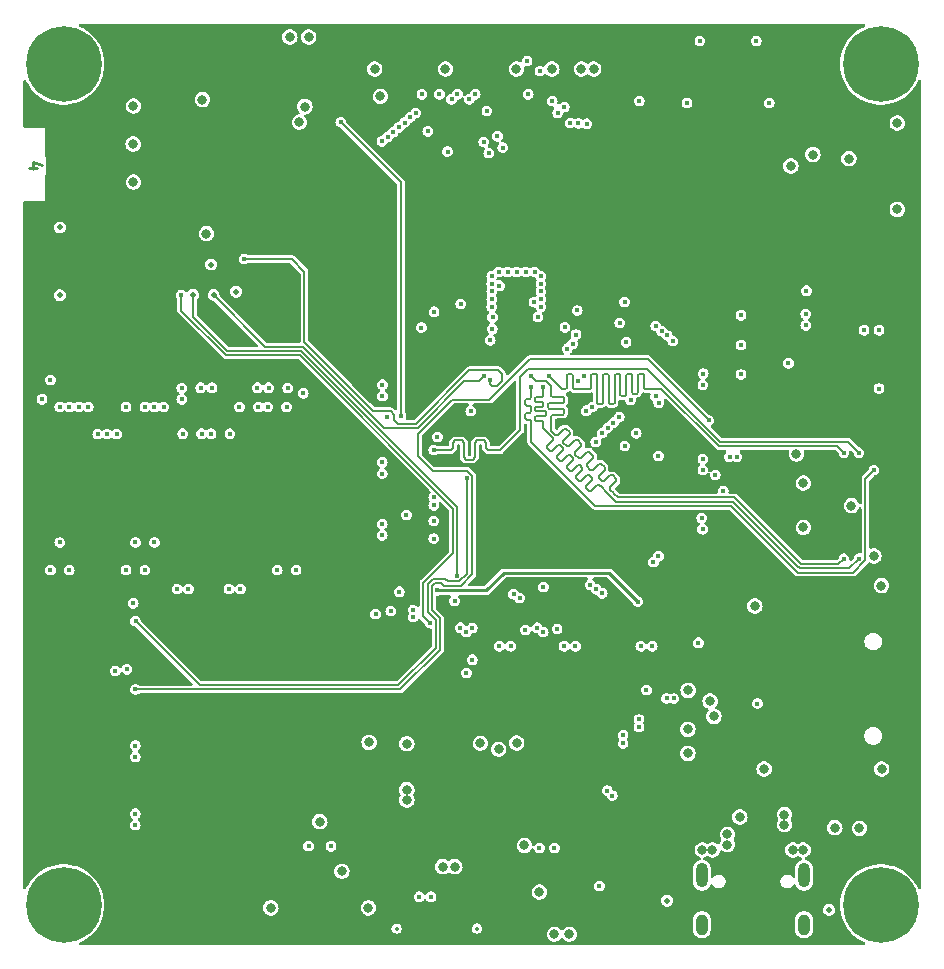
<source format=gbr>
%TF.GenerationSoftware,KiCad,Pcbnew,8.0.2*%
%TF.CreationDate,2024-07-15T20:50:26+07:00*%
%TF.ProjectId,chroma-pixel-h743,6368726f-6d61-42d7-9069-78656c2d6837,rev?*%
%TF.SameCoordinates,Original*%
%TF.FileFunction,Copper,L4,Inr*%
%TF.FilePolarity,Positive*%
%FSLAX46Y46*%
G04 Gerber Fmt 4.6, Leading zero omitted, Abs format (unit mm)*
G04 Created by KiCad (PCBNEW 8.0.2) date 2024-07-15 20:50:26*
%MOMM*%
%LPD*%
G01*
G04 APERTURE LIST*
%ADD10C,0.250000*%
%TA.AperFunction,NonConductor*%
%ADD11C,0.250000*%
%TD*%
%TA.AperFunction,ComponentPad*%
%ADD12C,0.800000*%
%TD*%
%TA.AperFunction,ComponentPad*%
%ADD13C,6.400000*%
%TD*%
%TA.AperFunction,ComponentPad*%
%ADD14O,1.000000X2.100000*%
%TD*%
%TA.AperFunction,ComponentPad*%
%ADD15O,1.000000X1.800000*%
%TD*%
%TA.AperFunction,ViaPad*%
%ADD16C,0.800000*%
%TD*%
%TA.AperFunction,ViaPad*%
%ADD17C,0.400000*%
%TD*%
%TA.AperFunction,ViaPad*%
%ADD18C,0.350000*%
%TD*%
%TA.AperFunction,ViaPad*%
%ADD19C,0.500000*%
%TD*%
%TA.AperFunction,Conductor*%
%ADD20C,0.250000*%
%TD*%
%TA.AperFunction,Conductor*%
%ADD21C,0.150000*%
%TD*%
G04 APERTURE END LIST*
D10*
D11*
X107380447Y-60521139D02*
X106713780Y-60521139D01*
X107761400Y-60283044D02*
X107047114Y-60044949D01*
X107047114Y-60044949D02*
X107047114Y-60663996D01*
D12*
%TO.N,GND*%
%TO.C,H3*%
X181197300Y-122941100D03*
X180494356Y-124638156D03*
X180494356Y-121244044D03*
X178797300Y-125341100D03*
D13*
X178797300Y-122941100D03*
D12*
X178797300Y-120541100D03*
X177100244Y-124638156D03*
X177100244Y-121244044D03*
X176397300Y-122941100D03*
%TD*%
%TO.N,GND*%
%TO.C,H4*%
X111997300Y-122941100D03*
X111294356Y-124638156D03*
X111294356Y-121244044D03*
X109597300Y-125341100D03*
D13*
X109597300Y-122941100D03*
D12*
X109597300Y-120541100D03*
X107900244Y-124638156D03*
X107900244Y-121244044D03*
X107197300Y-122941100D03*
%TD*%
D14*
%TO.N,/MCU/SHIELD*%
%TO.C,J4*%
X163651700Y-120426900D03*
D15*
X163651700Y-124626900D03*
D14*
X172291700Y-120426900D03*
D15*
X172291700Y-124626900D03*
%TD*%
D12*
%TO.N,GND*%
%TO.C,H1*%
X111997300Y-51741100D03*
X111294356Y-53438156D03*
X111294356Y-50044044D03*
X109597300Y-54141100D03*
D13*
X109597300Y-51741100D03*
D12*
X109597300Y-49341100D03*
X107900244Y-53438156D03*
X107900244Y-50044044D03*
X107197300Y-51741100D03*
%TD*%
%TO.N,GND*%
%TO.C,H2*%
X181197300Y-51741100D03*
X180494356Y-53438156D03*
X180494356Y-50044044D03*
X178797300Y-54141100D03*
D13*
X178797300Y-51741100D03*
D12*
X178797300Y-49341100D03*
X177100244Y-53438156D03*
X177100244Y-50044044D03*
X176397300Y-51741100D03*
%TD*%
D16*
%TO.N,GND*%
X176098200Y-59766200D03*
%TO.N,+3V3*%
X173050200Y-59410600D03*
%TO.N,VBAT*%
X171170600Y-60375800D03*
%TO.N,GND*%
X133172200Y-120091200D03*
D17*
X136575800Y-90694400D03*
D18*
X144602200Y-124942600D03*
D16*
X162483800Y-104775000D03*
X147940400Y-52171600D03*
X115493800Y-58521600D03*
D17*
X145846800Y-71005700D03*
D16*
X131292600Y-115900200D03*
X152425400Y-125425200D03*
X135407400Y-123190000D03*
X151155400Y-125425200D03*
D17*
X127687100Y-94589600D03*
X123607100Y-96189800D03*
D16*
X176987200Y-116459000D03*
D17*
X145923000Y-73177400D03*
D16*
X174904400Y-116408200D03*
D17*
X114960400Y-102997000D03*
X149428200Y-71907400D03*
X147967700Y-69342000D03*
X163703000Y-91135200D03*
X145846800Y-71647050D03*
D16*
X172213500Y-118289300D03*
D17*
X151968200Y-101041200D03*
X150012400Y-72288400D03*
X157097700Y-71882000D03*
X163753800Y-77952600D03*
X147199350Y-69342000D03*
D16*
X135940800Y-52171600D03*
D17*
X149758400Y-73177400D03*
D16*
X168910000Y-111429800D03*
X178206400Y-93395800D03*
D17*
X129287100Y-94589600D03*
X153085800Y-72612200D03*
D16*
X176309600Y-89140400D03*
D17*
X152984200Y-74650600D03*
X121207100Y-79146400D03*
X145846800Y-72288400D03*
X128574800Y-79178600D03*
D16*
X180187600Y-64058800D03*
X121361200Y-54762400D03*
X154482800Y-52171600D03*
D17*
X170967400Y-77089000D03*
X146431000Y-69342000D03*
X145846800Y-69723000D03*
D16*
X130022600Y-55346600D03*
D17*
X137302100Y-98069400D03*
D16*
X172237400Y-87223600D03*
D19*
X109296200Y-65582800D03*
D16*
X115519200Y-61747400D03*
X150940400Y-52171600D03*
X128752600Y-49453800D03*
D17*
X115671600Y-109448600D03*
D16*
X146439600Y-109760000D03*
D17*
X158953200Y-104749600D03*
D16*
X138667200Y-109302800D03*
X121691400Y-66116200D03*
X178866800Y-111429800D03*
D17*
X178638200Y-79222600D03*
X119207100Y-96189800D03*
X158470600Y-101041200D03*
D16*
X166854100Y-115495300D03*
D18*
X137795000Y-124942600D03*
D17*
X150012400Y-70364350D03*
X115671600Y-115214400D03*
D16*
X180187600Y-56743600D03*
D17*
X156692600Y-73660000D03*
X150012400Y-69723000D03*
D19*
X174425300Y-123367800D03*
D17*
X136601200Y-78897600D03*
X146507200Y-70510400D03*
D19*
X160705800Y-122581900D03*
D16*
X135466800Y-109175800D03*
X130352800Y-49453800D03*
D17*
X126007100Y-79146400D03*
D19*
X109296200Y-71323200D03*
D17*
X108487100Y-94589600D03*
X172440600Y-73863200D03*
X148736050Y-69342000D03*
D19*
X122097800Y-68725900D03*
D17*
X150012400Y-71005700D03*
D16*
X144890200Y-109252000D03*
D17*
X150012400Y-71647050D03*
X149504400Y-69342000D03*
D16*
X164542700Y-118289300D03*
D19*
X124208000Y-71018400D03*
D16*
X168122600Y-97637600D03*
D17*
X136017000Y-98323400D03*
X145897600Y-74168000D03*
X140970000Y-72720200D03*
X168249600Y-49784000D03*
X119608600Y-79178600D03*
X108487100Y-78486000D03*
X163728400Y-86131400D03*
X145846800Y-70364350D03*
D16*
X148615400Y-117906800D03*
X115519200Y-55295800D03*
X178841400Y-95910400D03*
D17*
X136575800Y-85464400D03*
D16*
X163679100Y-118289300D03*
X171349900Y-118289300D03*
D17*
X146481800Y-101041200D03*
D16*
X141935200Y-52171600D03*
X147963600Y-109226600D03*
X127152400Y-123190000D03*
D17*
X115493800Y-97409000D03*
X163474400Y-49784000D03*
D16*
X164668200Y-106975000D03*
X142722600Y-119710200D03*
D17*
%TO.N,Net-(C34-Pad1)*%
X158216600Y-97256600D03*
X141249000Y-96316800D03*
D16*
%TO.N,VDD*%
X144356800Y-113976400D03*
X127609600Y-53975000D03*
X119049800Y-65024000D03*
X127609600Y-52984400D03*
D19*
X124917200Y-69240400D03*
D16*
X143493200Y-113976400D03*
D17*
%TO.N,+3V3*%
X172491400Y-70942200D03*
D16*
X149885400Y-121843800D03*
D17*
X107772200Y-80138600D03*
D16*
X129565400Y-56667400D03*
D17*
X138023600Y-96424400D03*
X113969800Y-103124000D03*
X147447000Y-101041200D03*
X152933400Y-101041200D03*
X139903200Y-74059400D03*
X163347400Y-100736400D03*
X136575800Y-91654400D03*
D16*
X164338000Y-105689400D03*
D17*
X143230600Y-72059800D03*
X126967100Y-79146400D03*
D16*
X162458400Y-108077000D03*
D17*
X163728400Y-85191600D03*
X119608600Y-80138600D03*
X145719800Y-75133200D03*
X166954200Y-78028800D03*
X163626800Y-90170000D03*
X136601200Y-79857600D03*
X158343600Y-54864000D03*
D16*
X153441400Y-52171600D03*
X162458400Y-110109000D03*
X172237400Y-90982800D03*
D17*
X152044400Y-74041000D03*
X166954200Y-75539600D03*
D16*
X138665900Y-113189000D03*
X138665900Y-114052600D03*
D17*
X136575800Y-86424400D03*
X163728400Y-78917800D03*
D16*
X141706600Y-119710200D03*
D17*
X159435800Y-101041200D03*
X122167100Y-79146400D03*
X166954200Y-73025000D03*
D16*
X171653200Y-84785200D03*
X136423400Y-54483000D03*
D17*
X120167100Y-96189800D03*
X124567100Y-96189800D03*
X129899222Y-79628895D03*
X172440600Y-72901000D03*
%TO.N,/LCD/LCD_SPI_DAT*%
X137033000Y-57912000D03*
X145592800Y-59291200D03*
%TO.N,/LCD/LCD_SPI_CLK*%
X137515600Y-57505600D03*
X146329400Y-57867800D03*
%TO.N,/LCD/LCD_SPI_CS*%
X137995600Y-57099200D03*
X145184024Y-58341424D03*
%TO.N,/LCD/LCD_TP_INT*%
X154203400Y-95834200D03*
X152494576Y-56750624D03*
%TO.N,/LCD/LCD_TP_SCL*%
X155201583Y-96561211D03*
X153898600Y-56794400D03*
%TO.N,/LCD/LCD_TP_SDA*%
X154711400Y-96215200D03*
X153195978Y-56780274D03*
%TO.N,/LCD/LCD_R4*%
X139420600Y-55880000D03*
X148940400Y-54305200D03*
%TO.N,/LCD/LCD_R5*%
X156641820Y-81622520D03*
X160712400Y-74726800D03*
%TO.N,/LCD/LCD_RESET*%
X146786600Y-58816200D03*
X136550400Y-58293000D03*
%TO.N,/LCD/LCD_G7*%
X157604900Y-80162400D03*
X160238349Y-74358998D03*
%TO.N,/LCD/LCD_R6*%
X138470600Y-56700116D03*
X149936200Y-52349400D03*
%TO.N,/IO/STEMMA_SDA*%
X177371200Y-74283800D03*
X140710100Y-122250200D03*
%TO.N,/IO/STEMMA_SCL*%
X178641200Y-74283800D03*
X139710100Y-122250200D03*
%TO.N,/LCD/LCD_DE*%
X140440400Y-57449774D03*
X142113000Y-59157600D03*
%TO.N,/LCD/LCD_B6*%
X151437400Y-55862200D03*
X143947300Y-54737000D03*
%TO.N,/LCD/HSYNC*%
X141427200Y-54305200D03*
X155683800Y-82529806D03*
%TO.N,/LCD/LCD_B7*%
X144447300Y-54305200D03*
X151993600Y-55372000D03*
%TO.N,/LCD/LCD_B4*%
X142947300Y-54305200D03*
X157124400Y-84074000D03*
%TO.N,/LCD/LCD_B3*%
X142447300Y-54737000D03*
X150977600Y-54889400D03*
%TO.N,/LCD/LCD_CLK*%
X155208800Y-82981800D03*
X139940400Y-54305200D03*
%TO.N,/LCD/LCD_G6*%
X156158800Y-82105539D03*
X159740600Y-73914000D03*
%TO.N,/LCD/LCD_G3*%
X145440400Y-55720000D03*
X158079901Y-83002851D03*
%TO.N,/LCD/LCD_R7*%
X161188400Y-75209400D03*
X154659937Y-83749400D03*
%TO.N,/LCD/LCD_R3*%
X138945600Y-56261000D03*
X148844000Y-51485800D03*
D16*
%TO.N,VBUS*%
X170638700Y-116155700D03*
X170638700Y-115292100D03*
X165812700Y-117832100D03*
X165812700Y-116968500D03*
D17*
%TO.N,/LCD/LCD_BLK*%
X133070600Y-56667400D03*
X138176000Y-81534000D03*
%TO.N,/MCU/BOOT0*%
X115671600Y-104698800D03*
X164236400Y-81924400D03*
%TO.N,/MCU/BTN0*%
X115671600Y-110413800D03*
X139192000Y-98577400D03*
%TO.N,/MCU/BTN1*%
X139192000Y-97967800D03*
X115671600Y-116179600D03*
%TO.N,/IO/NRST*%
X143725400Y-86817200D03*
X115697000Y-98907600D03*
X154965400Y-121335800D03*
%TO.N,/IO/SWCLK*%
X156972000Y-109270800D03*
X151155400Y-118110000D03*
%TO.N,/IO/SWDIO*%
X156972000Y-108559600D03*
X149885400Y-118110000D03*
%TO.N,/MCU/SDRAM_ADD10*%
X140944600Y-88424400D03*
X112487100Y-83083400D03*
%TO.N,/MCU/SDRAM_DQ4*%
X140944600Y-89103200D03*
X123687100Y-83052000D03*
%TO.N,/MCU/SDRAM_DQ2*%
X159537400Y-93924400D03*
X126087100Y-80772000D03*
%TO.N,/MCU/SDRAM_DQ13*%
X143703800Y-99833572D03*
X143703800Y-103295036D03*
%TO.N,/MCU/SDRAM_DQ6*%
X121287100Y-83052000D03*
X140944600Y-90424400D03*
%TO.N,/MCU/SDRAM_ADD0*%
X154355800Y-80797400D03*
X111687100Y-80772000D03*
%TO.N,/MCU/SDRAM_DQ0*%
X128487100Y-80772000D03*
X147703800Y-96621600D03*
%TO.N,/MCU/SDRAM_ADD3*%
X153187400Y-78587600D03*
X109287100Y-80772000D03*
%TO.N,/MCU/SDRAM_DQ5*%
X138633200Y-89924400D03*
X122087100Y-83052000D03*
%TO.N,/MCU/SDRAM_DQ7*%
X140944600Y-91924400D03*
X119687100Y-83052000D03*
%TO.N,/MCU/SDRAM_DQ1*%
X126887100Y-80772000D03*
X148203800Y-96951800D03*
%TO.N,/MCU/SDRAM_DQ3*%
X124487100Y-80772000D03*
X159969200Y-93424400D03*
%TO.N,/MCU/SDRAM_DQ14*%
X144203800Y-99491800D03*
X144203800Y-102184200D03*
%TO.N,/MCU/SDRAM_ADD5*%
X110087100Y-94589600D03*
X152228800Y-75844400D03*
%TO.N,/MCU/SDRAM_ADD2*%
X153660100Y-78181200D03*
X110087100Y-80772000D03*
%TO.N,/MCU/SDRAM_ADD1*%
X153837344Y-81099400D03*
X110887100Y-80772000D03*
%TO.N,/MCU/SDRAM_ADD4*%
X109287100Y-92252800D03*
X152703800Y-75438000D03*
%TO.N,/MCU/LED_0*%
X166598600Y-84988400D03*
X169341800Y-55041800D03*
%TO.N,/MCU/LED_1*%
X165989000Y-84988400D03*
X162382200Y-55041800D03*
%TO.N,VBAT*%
X157226000Y-75311000D03*
%TO.N,/IO/DBG_USART_TX*%
X160655000Y-105460800D03*
X155625800Y-113258600D03*
%TO.N,/IO/DBG_USART_RX*%
X161264600Y-105460800D03*
X156050066Y-113682866D03*
%TO.N,/IO/EXT_RX*%
X130342600Y-117957600D03*
X165455600Y-87884000D03*
%TO.N,/IO/EXT_TX*%
X164770637Y-86538637D03*
X132242600Y-117983000D03*
%TO.N,/MEMORY/SD_DAT0*%
X158318200Y-107238800D03*
X142703800Y-97205800D03*
%TO.N,/MCU/SDRAM_ADD12*%
X114887100Y-94589600D03*
X148703800Y-99653545D03*
%TO.N,/MEMORY/SD_DAT1*%
X143205200Y-99466400D03*
X158318200Y-107873800D03*
%TO.N,/MEMORY/SD_CLK*%
X150228800Y-96012000D03*
X168351200Y-105892600D03*
%TO.N,/Audio/I2S_SD_MODE*%
X145706987Y-78494612D03*
X124891800Y-68249800D03*
%TO.N,/MEMORY/NOR_IO3*%
X175674600Y-84658200D03*
X150703800Y-78155800D03*
%TO.N,/MEMORY/NOR_DI(IO0)*%
X149199600Y-79077800D03*
X178214600Y-86131400D03*
%TO.N,/MEMORY/NOR_DO(IO1)*%
X175674600Y-93624400D03*
X149203800Y-78155800D03*
%TO.N,/MEMORY/NOR_IO2*%
X150203800Y-79077800D03*
X176944600Y-93624400D03*
%TO.N,/MEMORY/NOR_CLK*%
X140944600Y-84424400D03*
X176944600Y-84658200D03*
D19*
%TO.N,/Audio/I2S_CK*%
X120546500Y-71297800D03*
D17*
X142924639Y-95071039D03*
D19*
%TO.N,/Audio/I2S_SDO*%
X122301000Y-71297800D03*
D17*
X145211800Y-78155800D03*
%TO.N,/Audio/I2S_WS*%
X119546500Y-71297800D03*
X140639800Y-99085400D03*
%TO.N,/MCU/~{SDRAM_WE}*%
X117287100Y-80772000D03*
X144069264Y-81127136D03*
%TO.N,/MCU/~{SDRAM_CAS}*%
X159969200Y-84924400D03*
X116487100Y-80772000D03*
%TO.N,/MCU/SDRAM_CKE*%
X115687100Y-92252800D03*
X141249400Y-83312000D03*
%TO.N,/MCU/~{SDRAM_CS}*%
X136956800Y-81649400D03*
X114887100Y-80772000D03*
%TO.N,/MCU/SDRAM_BA0*%
X114087100Y-83083400D03*
X149703800Y-99466400D03*
%TO.N,/MCU/SDRAM_CLK*%
X151384000Y-99568000D03*
X116487100Y-94589600D03*
%TO.N,/MCU/SDRAM_LDQM*%
X159994600Y-80416400D03*
X118087100Y-80772000D03*
%TO.N,/MCU/SDRAM_BA1*%
X150203800Y-99847400D03*
X113287100Y-83083400D03*
%TO.N,/MCU/SDRAM_UDQM*%
X159729900Y-79877944D03*
X117287100Y-92252800D03*
%TD*%
D20*
%TO.N,Net-(C34-Pad1)*%
X145389600Y-96316800D02*
X146862800Y-94843600D01*
X141248000Y-96316800D02*
X145389600Y-96316800D01*
X155803600Y-94843600D02*
X158216600Y-97256600D01*
X146862800Y-94843600D02*
X155803600Y-94843600D01*
X141236000Y-96304800D02*
X141248000Y-96316800D01*
D21*
%TO.N,/LCD/LCD_BLK*%
X138176000Y-61772800D02*
X133070600Y-56667400D01*
X138176000Y-81534000D02*
X138176000Y-61772800D01*
%TO.N,/MCU/BOOT0*%
X140774000Y-97962626D02*
X140774000Y-95953999D01*
X139598400Y-83032600D02*
X142468600Y-80162400D01*
X159045400Y-76733400D02*
X164236400Y-81924400D01*
X138125200Y-104698800D02*
X141464800Y-101359200D01*
X140774000Y-95953999D02*
X141046199Y-95681800D01*
X142468600Y-80162400D02*
X145643600Y-80162400D01*
X141464800Y-101359200D02*
X141464800Y-98653425D01*
X144200400Y-94962005D02*
X144200400Y-86620448D01*
X141464800Y-98653425D02*
X141259775Y-98448400D01*
X145643600Y-80162400D02*
X149072600Y-76733400D01*
X149072600Y-76733400D02*
X159045400Y-76733400D01*
X115671600Y-104698800D02*
X138125200Y-104698800D01*
X143787552Y-86207600D02*
X140868400Y-86207600D01*
X141259775Y-98448400D02*
X140774000Y-97962626D01*
X140868400Y-86207600D02*
X139598400Y-84937600D01*
X141813800Y-95904800D02*
X143257605Y-95904800D01*
X139598400Y-84937600D02*
X139598400Y-83032600D01*
X144200400Y-86620448D02*
X143787552Y-86207600D01*
X141046199Y-95681800D02*
X141590800Y-95681800D01*
X143257605Y-95904800D02*
X144200400Y-94962005D01*
X141590800Y-95681800D02*
X141813800Y-95904800D01*
%TO.N,/IO/NRST*%
X142163800Y-95554800D02*
X141935200Y-95326200D01*
X137916400Y-104348800D02*
X121138200Y-104348800D01*
X141114800Y-101150400D02*
X137916400Y-104348800D01*
X143749639Y-86841439D02*
X143749639Y-94917791D01*
X121138200Y-104348800D02*
X115697000Y-98907600D01*
X141114800Y-98798400D02*
X141114800Y-101150400D01*
X143725400Y-86817200D02*
X143749639Y-86841439D01*
X141935200Y-95326200D02*
X140906825Y-95326200D01*
X140906825Y-95326200D02*
X140424000Y-95809025D01*
X143112630Y-95554800D02*
X142163800Y-95554800D01*
X140424000Y-95809025D02*
X140424000Y-98107600D01*
X143749639Y-94917791D02*
X143112630Y-95554800D01*
X140424000Y-98107600D02*
X141114800Y-98798400D01*
%TO.N,/Audio/I2S_SD_MODE*%
X137312400Y-81153000D02*
X135829875Y-81153000D01*
X137591800Y-81432400D02*
X137312400Y-81153000D01*
X137896600Y-82194400D02*
X137591800Y-81889600D01*
X135364638Y-80687763D02*
X131592738Y-76915862D01*
X145706987Y-78494612D02*
X145706987Y-78828787D01*
X146291626Y-79019400D02*
X146735800Y-78575226D01*
X128905000Y-68249800D02*
X124891800Y-68249800D01*
X129997200Y-69342000D02*
X128905000Y-68249800D01*
X131592738Y-76915862D02*
X129997200Y-75320324D01*
X129997200Y-75320324D02*
X129997200Y-69342000D01*
X145897600Y-79019400D02*
X146291626Y-79019400D01*
X139446651Y-82194400D02*
X137896600Y-82194400D01*
X135829875Y-81153000D02*
X135364638Y-80687763D01*
X145706987Y-78828787D02*
X145897600Y-79019400D01*
X137591800Y-81889600D02*
X137591800Y-81432400D01*
X146735800Y-78003400D02*
X146413200Y-77680800D01*
X143960251Y-77680800D02*
X139446651Y-82194400D01*
X146413200Y-77680800D02*
X143960251Y-77680800D01*
X146735800Y-78575226D02*
X146735800Y-78003400D01*
%TO.N,/MEMORY/NOR_IO3*%
X155246648Y-80406086D02*
X155246648Y-78089914D01*
X157346648Y-77989897D02*
X157646648Y-77989897D01*
X155846648Y-80506086D02*
X156146648Y-80506086D01*
X152195200Y-78078000D02*
X152295200Y-77978000D01*
X157246648Y-79756086D02*
X157246648Y-78089897D01*
X156746648Y-78089914D02*
X156746648Y-79756086D01*
X158346648Y-77989897D02*
X158646648Y-77989897D01*
X152195200Y-79148000D02*
X152195200Y-78078000D01*
X155746648Y-80406086D02*
X155846648Y-80506086D01*
X158746648Y-79148000D02*
X158846648Y-79248000D01*
X152595200Y-77978000D02*
X152695200Y-78078000D01*
X154846648Y-80506086D02*
X155146648Y-80506086D01*
X153401041Y-79248000D02*
X154146648Y-79248000D01*
X154346648Y-77989914D02*
X154646648Y-77989914D01*
X160223200Y-79248000D02*
X165074600Y-84099400D01*
X158146648Y-79656090D02*
X158246648Y-79556090D01*
X150703800Y-78155800D02*
X151796000Y-79248000D01*
X155246648Y-78089914D02*
X155346648Y-77989914D01*
X158646648Y-77989897D02*
X158746648Y-78089897D01*
X152295200Y-77978000D02*
X152595200Y-77978000D01*
X156146648Y-80506086D02*
X156246648Y-80406086D01*
X155746648Y-78089914D02*
X155746648Y-80406086D01*
X155146648Y-80506086D02*
X155246648Y-80406086D01*
X152695200Y-78078000D02*
X152695200Y-79148000D01*
X151796000Y-79248000D02*
X152095200Y-79248000D01*
X175115800Y-84099400D02*
X175674600Y-84658200D01*
X152695200Y-79148000D02*
X152795200Y-79248000D01*
X157746648Y-79556090D02*
X157846648Y-79656090D01*
X154246648Y-78089914D02*
X154346648Y-77989914D01*
X157246648Y-78089897D02*
X157346648Y-77989897D01*
X156246648Y-78089914D02*
X156346648Y-77989914D01*
X157646648Y-77989897D02*
X157746648Y-78089897D01*
X158246648Y-78089897D02*
X158346648Y-77989897D01*
X159352561Y-79248000D02*
X160223200Y-79248000D01*
X157746648Y-78089897D02*
X157746648Y-79556090D01*
X165074600Y-84099400D02*
X175115800Y-84099400D01*
X155346648Y-77989914D02*
X155646648Y-77989914D01*
X156646648Y-77989914D02*
X156746648Y-78089914D01*
X152095200Y-79248000D02*
X152195200Y-79148000D01*
X155646648Y-77989914D02*
X155746648Y-78089914D01*
X154746648Y-80406086D02*
X154846648Y-80506086D01*
X156746648Y-79756086D02*
X156846648Y-79856086D01*
X156846648Y-79856086D02*
X157146648Y-79856086D01*
X157146648Y-79856086D02*
X157246648Y-79756086D01*
X154646648Y-77989914D02*
X154746648Y-78089914D01*
X158246648Y-79556090D02*
X158246648Y-78089897D01*
X154146648Y-79248000D02*
X154246648Y-79148000D01*
X154246648Y-79148000D02*
X154246648Y-78089914D01*
X154746648Y-78089914D02*
X154746648Y-80406086D01*
X156246648Y-80406086D02*
X156246648Y-78089914D01*
X158746648Y-78089897D02*
X158746648Y-79148000D01*
X158846648Y-79248000D02*
X159352561Y-79248000D01*
X152795200Y-79248000D02*
X153401041Y-79248000D01*
X156346648Y-77989914D02*
X156646648Y-77989914D01*
X157846648Y-79656090D02*
X158146648Y-79656090D01*
%TO.N,/MEMORY/NOR_DI(IO0)*%
X149079600Y-81873025D02*
X149199600Y-81993025D01*
X149199600Y-79953025D02*
X149079600Y-80073025D01*
X149079600Y-80673025D02*
X149199600Y-80793025D01*
X148825485Y-80073025D02*
X148705485Y-80193025D01*
X148705485Y-80193025D02*
X148705485Y-80553025D01*
X171769000Y-94807000D02*
X176433752Y-94807000D01*
X148705485Y-81393025D02*
X148705485Y-81753025D01*
X177495200Y-93745552D02*
X177495200Y-86850800D01*
X148825485Y-81273025D02*
X148705485Y-81393025D01*
X149199600Y-80793025D02*
X149199600Y-81153025D01*
X149199600Y-83733909D02*
X154608491Y-89142800D01*
X149199600Y-79077800D02*
X149199600Y-79953025D01*
X154608491Y-89142800D02*
X166104800Y-89142800D01*
X166104800Y-89142800D02*
X171769000Y-94807000D01*
X148825485Y-81873025D02*
X149079600Y-81873025D01*
X148825485Y-80673025D02*
X149079600Y-80673025D01*
X148705485Y-81753025D02*
X148825485Y-81873025D01*
X176433752Y-94807000D02*
X177495200Y-93745552D01*
X149079600Y-81273025D02*
X148825485Y-81273025D01*
X148705485Y-80553025D02*
X148825485Y-80673025D01*
X149199600Y-81153025D02*
X149079600Y-81273025D01*
X149079600Y-80073025D02*
X148825485Y-80073025D01*
X149199600Y-83170818D02*
X149199600Y-83733909D01*
X149199600Y-81993025D02*
X149199600Y-83170818D01*
X177495200Y-86850800D02*
X178214600Y-86131400D01*
%TO.N,/MEMORY/NOR_DO(IO1)*%
X152913764Y-84618375D02*
X152913764Y-84816365D01*
X154893662Y-86598273D02*
X154893662Y-86796263D01*
X155190648Y-87093248D02*
X155388638Y-87093249D01*
X151923815Y-83628426D02*
X151923815Y-83826416D01*
X156540200Y-88442800D02*
X166395400Y-88442800D01*
X151001400Y-79923628D02*
X151875781Y-79923628D01*
X151975781Y-81323628D02*
X151875781Y-81423628D01*
X153430881Y-83903267D02*
X153430881Y-84101257D01*
X152913764Y-84816365D02*
X153210750Y-85113350D01*
X155410779Y-86081155D02*
X154893662Y-86598273D01*
X151945958Y-82616334D02*
X152143948Y-82616334D01*
X153210750Y-85113350D02*
X153408740Y-85113351D01*
X152440932Y-82913318D02*
X152440932Y-83111308D01*
X151975781Y-81023628D02*
X151975781Y-81323628D01*
X155905765Y-86576119D02*
X156103755Y-86576119D01*
X151975781Y-80023628D02*
X151975781Y-80323628D01*
X152440932Y-83111308D02*
X151923815Y-83628426D01*
X150577022Y-80523628D02*
X150577022Y-80823628D01*
X151230852Y-83133452D02*
X151428842Y-83133453D01*
X151975781Y-80323628D02*
X151875781Y-80423628D01*
X154200699Y-86103299D02*
X154398689Y-86103300D01*
X155410779Y-85883165D02*
X155410779Y-86081155D01*
X152220801Y-84123401D02*
X152418791Y-84123402D01*
X150901400Y-82366747D02*
X150901400Y-82804000D01*
X156180597Y-88083197D02*
X156229529Y-88132129D01*
X150677022Y-80423628D02*
X150577022Y-80523628D01*
X149635600Y-78587600D02*
X150463848Y-78587600D01*
X151875781Y-80923628D02*
X151975781Y-81023628D01*
X151875781Y-79923628D02*
X151975781Y-80023628D01*
X152143948Y-82616334D02*
X152440932Y-82913318D01*
X166395400Y-88442800D02*
X172059600Y-94107000D01*
X151001400Y-81423628D02*
X150901400Y-81523628D01*
X155113795Y-85586181D02*
X155410779Y-85883165D01*
X150901400Y-79025152D02*
X150901400Y-79823628D01*
X151923815Y-83826416D02*
X152220801Y-84123401D01*
X156229529Y-88132129D02*
X156540200Y-88442800D01*
X154420830Y-85091206D02*
X153903713Y-85608324D01*
X156103755Y-86576119D02*
X156400739Y-86873103D01*
X150577022Y-80823628D02*
X150677022Y-80923628D01*
X154420830Y-84893216D02*
X154420830Y-85091206D01*
X155388638Y-87093249D02*
X155905765Y-86576119D01*
X156400739Y-87071093D02*
X155883611Y-87588222D01*
X175192000Y-94107000D02*
X175674600Y-93624400D01*
X152418791Y-84123402D02*
X152935907Y-83606283D01*
X154123846Y-84596232D02*
X154420830Y-84893216D01*
X156400739Y-86873103D02*
X156400739Y-87071093D01*
X150901400Y-81523628D02*
X150901400Y-82366747D01*
X155883611Y-87786212D02*
X156180597Y-88083197D01*
X154915805Y-85586181D02*
X155113795Y-85586181D01*
X153133897Y-83606283D02*
X153430881Y-83903267D01*
X151875781Y-80423628D02*
X150677022Y-80423628D01*
X155883611Y-87588222D02*
X155883611Y-87786212D01*
X149203800Y-78155800D02*
X149635600Y-78587600D01*
X153925856Y-84596232D02*
X154123846Y-84596232D01*
X153903713Y-85608324D02*
X153903713Y-85806314D01*
X150463848Y-78587600D02*
X150901400Y-79025152D01*
X150901400Y-82804000D02*
X151230852Y-83133452D01*
X150901400Y-79823628D02*
X151001400Y-79923628D01*
X154893662Y-86796263D02*
X155190648Y-87093248D01*
X172059600Y-94107000D02*
X175192000Y-94107000D01*
X152935907Y-83606283D02*
X153133897Y-83606283D01*
X151428842Y-83133453D02*
X151945958Y-82616334D01*
X151875781Y-81423628D02*
X151001400Y-81423628D01*
X153408740Y-85113351D02*
X153925856Y-84596232D01*
X154398689Y-86103300D02*
X154915805Y-85586181D01*
X153903713Y-85806314D02*
X154200699Y-86103299D01*
X153430881Y-84101257D02*
X152913764Y-84618375D01*
X150677022Y-80923628D02*
X151875781Y-80923628D01*
%TO.N,/MEMORY/NOR_IO2*%
X153861835Y-87442385D02*
X153861835Y-87609262D01*
X151616410Y-84013983D02*
X151866727Y-84264301D01*
X152193063Y-85940490D02*
X152443378Y-86190805D01*
X150123800Y-79945483D02*
X149633800Y-79945483D01*
X154369885Y-86934336D02*
X153861835Y-87442385D01*
X155204271Y-87601845D02*
X155549368Y-87946942D01*
X149633800Y-80745483D02*
X149553800Y-80825483D01*
X149553800Y-81625483D02*
X149553800Y-81865483D01*
X154279028Y-87859577D02*
X154787077Y-87351527D01*
X153861835Y-87609262D02*
X154112150Y-87859577D01*
X171914625Y-94457000D02*
X176112000Y-94457000D01*
X150203800Y-82601374D02*
X151032341Y-83429915D01*
X150203800Y-79865483D02*
X150123800Y-79945483D01*
X150203800Y-80665483D02*
X150123800Y-80745483D01*
X152450796Y-84848369D02*
X152701113Y-85098687D01*
X149633800Y-81945483D02*
X150123800Y-81945483D01*
X149633800Y-80345483D02*
X150123800Y-80345483D01*
X149553800Y-81065483D02*
X149633800Y-81145483D01*
X151608992Y-85356419D02*
X151775870Y-85356419D01*
X152193063Y-85773613D02*
X152193063Y-85940490D01*
X150524291Y-84271718D02*
X150774606Y-84522033D01*
X176112000Y-94457000D02*
X176944600Y-93624400D01*
X150453800Y-81465483D02*
X150373800Y-81545483D01*
X151866727Y-84431178D02*
X151358677Y-84939227D01*
X149633800Y-81145483D02*
X150373800Y-81145483D01*
X153027449Y-86774876D02*
X153277764Y-87025191D01*
X156395226Y-88792800D02*
X166250426Y-88792800D01*
X154112150Y-87859577D02*
X154279028Y-87859577D01*
X152610256Y-86190805D02*
X153118305Y-85682755D01*
X150123800Y-81945483D02*
X150203800Y-82025483D01*
X149553800Y-80265483D02*
X149633800Y-80345483D01*
X171709600Y-94251974D02*
X171709600Y-94251975D01*
X153277764Y-87025191D02*
X153444642Y-87025191D01*
X152443378Y-86190805D02*
X152610256Y-86190805D01*
X151032341Y-83429915D02*
X151032341Y-83596792D01*
X150373800Y-81145483D02*
X150453800Y-81225483D01*
X152283919Y-84848369D02*
X152450796Y-84848369D01*
X150203800Y-79077800D02*
X150203800Y-79865483D01*
X153952691Y-86517141D02*
X154119568Y-86517141D01*
X154953954Y-87351527D02*
X155204271Y-87601845D01*
X150123800Y-80745483D02*
X149633800Y-80745483D01*
X149633800Y-79945483D02*
X149553800Y-80025483D01*
X150774606Y-84522033D02*
X150941484Y-84522033D01*
X153535499Y-85933073D02*
X153535499Y-86099950D01*
X153444642Y-87025191D02*
X153952691Y-86517141D01*
X150203800Y-82025483D02*
X150203800Y-82601374D01*
X152701113Y-85265564D02*
X152193063Y-85773613D01*
X153285182Y-85682755D02*
X153535499Y-85933073D01*
X150453800Y-81225483D02*
X150453800Y-81465483D01*
X154119568Y-86517141D02*
X154369885Y-86767459D01*
X171709600Y-94251975D02*
X171914625Y-94457000D01*
X166250426Y-88792800D02*
X171709600Y-94251974D01*
X153118305Y-85682755D02*
X153285182Y-85682755D01*
X151449533Y-84013983D02*
X151616410Y-84013983D01*
X149553800Y-81865483D02*
X149633800Y-81945483D01*
X152701113Y-85098687D02*
X152701113Y-85265564D01*
X151866727Y-84264301D02*
X151866727Y-84431178D01*
X150123800Y-80345483D02*
X150203800Y-80425483D01*
X151032341Y-83596792D02*
X150524291Y-84104841D01*
X150941484Y-84522033D02*
X151449533Y-84013983D01*
X150373800Y-81545483D02*
X149633800Y-81545483D01*
X154369885Y-86767459D02*
X154369885Y-86934336D01*
X149553800Y-80025483D02*
X149553800Y-80265483D01*
X149633800Y-81545483D02*
X149553800Y-81625483D01*
X150524291Y-84104841D02*
X150524291Y-84271718D01*
X150203800Y-80425483D02*
X150203800Y-80665483D01*
X151775870Y-85356419D02*
X152283919Y-84848369D01*
X155549368Y-87946942D02*
X156395226Y-88792800D01*
X151358677Y-84939227D02*
X151358677Y-85106104D01*
X151358677Y-85106104D02*
X151608992Y-85356419D01*
X154787077Y-87351527D02*
X154953954Y-87351527D01*
X153535499Y-86099950D02*
X153027449Y-86607999D01*
X153027449Y-86607999D02*
X153027449Y-86774876D01*
X149553800Y-80825483D02*
X149553800Y-81065483D01*
%TO.N,/MEMORY/NOR_CLK*%
X144612617Y-83616418D02*
X145170617Y-83616418D01*
X145356617Y-83802418D02*
X145356617Y-84238400D01*
X144426617Y-83802418D02*
X144612617Y-83616418D01*
X145356617Y-84238400D02*
X145542617Y-84424400D01*
X148920200Y-77546200D02*
X159016374Y-77546200D01*
X146294028Y-84424400D02*
X146588600Y-84424400D01*
X145542617Y-84424400D02*
X146294028Y-84424400D01*
X142566617Y-83802418D02*
X142752617Y-83616418D01*
X143310617Y-83616418D02*
X143496617Y-83802418D01*
X148259800Y-78206600D02*
X148920200Y-77546200D01*
X176035800Y-83749400D02*
X176944600Y-84658200D01*
X159016374Y-77546200D02*
X165219574Y-83749400D01*
X145170617Y-83616418D02*
X145356617Y-83802418D01*
X144426617Y-85046382D02*
X144426617Y-83802418D01*
X148259800Y-82753200D02*
X148259800Y-78206600D01*
X165219574Y-83749400D02*
X176035800Y-83749400D01*
X143496617Y-85046382D02*
X143682617Y-85232382D01*
X143496617Y-83802418D02*
X143496617Y-85046382D01*
X142380617Y-84424400D02*
X142566617Y-84238400D01*
X142566617Y-84238400D02*
X142566617Y-83802418D01*
X142752617Y-83616418D02*
X143310617Y-83616418D01*
X143682617Y-85232382D02*
X144240617Y-85232382D01*
X146588600Y-84424400D02*
X148259800Y-82753200D01*
X140944600Y-84424400D02*
X142380617Y-84424400D01*
X144240617Y-85232382D02*
X144426617Y-85046382D01*
%TO.N,/Audio/I2S_CK*%
X142924639Y-89237712D02*
X129734527Y-76047600D01*
X123469399Y-76047600D02*
X120546500Y-73124701D01*
X142924639Y-95071039D02*
X142924639Y-89237712D01*
X120546500Y-73124701D02*
X120546500Y-71297800D01*
X129734527Y-76047600D02*
X123469399Y-76047600D01*
%TO.N,/Audio/I2S_SDO*%
X136726301Y-82544400D02*
X129873901Y-75692000D01*
X143523025Y-78613000D02*
X139591625Y-82544400D01*
X126695200Y-75692000D02*
X122301000Y-71297800D01*
X129873901Y-75692000D02*
X126695200Y-75692000D01*
X144754600Y-78613000D02*
X143523025Y-78613000D01*
X145211800Y-78155800D02*
X144754600Y-78613000D01*
X139591625Y-82544400D02*
X136726301Y-82544400D01*
%TO.N,/Audio/I2S_WS*%
X123324425Y-76397600D02*
X119546500Y-72619675D01*
X140279026Y-95459025D02*
X142574639Y-93163412D01*
X142574639Y-89382687D02*
X129589552Y-76397600D01*
X119546500Y-72619675D02*
X119546500Y-71297800D01*
X140639800Y-99085400D02*
X140074000Y-98519600D01*
X140074000Y-95664050D02*
X140279026Y-95459025D01*
X142574639Y-93163412D02*
X142574639Y-89382687D01*
X140074000Y-98519600D02*
X140074000Y-95664050D01*
X129589552Y-76397600D02*
X123324425Y-76397600D01*
%TD*%
%TA.AperFunction,Conductor*%
%TO.N,VDD*%
G36*
X177432334Y-48360785D02*
G01*
X177478089Y-48413589D01*
X177488033Y-48482747D01*
X177459008Y-48546303D01*
X177417361Y-48577639D01*
X177178691Y-48688059D01*
X177178678Y-48688066D01*
X176858094Y-48880953D01*
X176858089Y-48880957D01*
X176560213Y-49107396D01*
X176560212Y-49107397D01*
X176288572Y-49364708D01*
X176046352Y-49649870D01*
X176046345Y-49649880D01*
X175836373Y-49959565D01*
X175661115Y-50290136D01*
X175661106Y-50290154D01*
X175522618Y-50637735D01*
X175522617Y-50637737D01*
X175422523Y-50998246D01*
X175422522Y-50998249D01*
X175361988Y-51367489D01*
X175341732Y-51741097D01*
X175341732Y-51741102D01*
X175361988Y-52114710D01*
X175422522Y-52483950D01*
X175422523Y-52483953D01*
X175522617Y-52844462D01*
X175522618Y-52844464D01*
X175661106Y-53192045D01*
X175661115Y-53192063D01*
X175836373Y-53522634D01*
X176046345Y-53832319D01*
X176046352Y-53832329D01*
X176283823Y-54111900D01*
X176288573Y-54117492D01*
X176560213Y-54374803D01*
X176858080Y-54601236D01*
X176858085Y-54601239D01*
X176858089Y-54601242D01*
X176858094Y-54601246D01*
X177125937Y-54762400D01*
X177178683Y-54794136D01*
X177178687Y-54794137D01*
X177178691Y-54794140D01*
X177518251Y-54951237D01*
X177518262Y-54951242D01*
X177872838Y-55070713D01*
X178238251Y-55151146D01*
X178610219Y-55191600D01*
X178610225Y-55191600D01*
X178984375Y-55191600D01*
X178984381Y-55191600D01*
X179356349Y-55151146D01*
X179721762Y-55070713D01*
X180076338Y-54951242D01*
X180415917Y-54794136D01*
X180540455Y-54719204D01*
X180736505Y-54601246D01*
X180736510Y-54601242D01*
X180736509Y-54601242D01*
X180736520Y-54601236D01*
X181034387Y-54374803D01*
X181306027Y-54117492D01*
X181548254Y-53832321D01*
X181758228Y-53522631D01*
X181933489Y-53192055D01*
X181958107Y-53130269D01*
X182001207Y-53075277D01*
X182067196Y-53052316D01*
X182135123Y-53068677D01*
X182183422Y-53119165D01*
X182197300Y-53176166D01*
X182197300Y-121506033D01*
X182177615Y-121573072D01*
X182124811Y-121618827D01*
X182055653Y-121628771D01*
X181992097Y-121599746D01*
X181958107Y-121551930D01*
X181933493Y-121490155D01*
X181933492Y-121490154D01*
X181933489Y-121490145D01*
X181777446Y-121195817D01*
X181758226Y-121159565D01*
X181644501Y-120991833D01*
X181548254Y-120849879D01*
X181548250Y-120849874D01*
X181548247Y-120849870D01*
X181306027Y-120564708D01*
X181034387Y-120307397D01*
X181034386Y-120307396D01*
X180856716Y-120172335D01*
X180736520Y-120080964D01*
X180736516Y-120080961D01*
X180736510Y-120080957D01*
X180736505Y-120080953D01*
X180415921Y-119888066D01*
X180415908Y-119888059D01*
X180076348Y-119730962D01*
X180076343Y-119730960D01*
X180076338Y-119730958D01*
X179903503Y-119672723D01*
X179721761Y-119611486D01*
X179356347Y-119531053D01*
X178984382Y-119490600D01*
X178984381Y-119490600D01*
X178610219Y-119490600D01*
X178610217Y-119490600D01*
X178238252Y-119531053D01*
X177872838Y-119611486D01*
X177598740Y-119703841D01*
X177518262Y-119730958D01*
X177518259Y-119730959D01*
X177518251Y-119730962D01*
X177178691Y-119888059D01*
X177178678Y-119888066D01*
X176858094Y-120080953D01*
X176858089Y-120080957D01*
X176560213Y-120307396D01*
X176560212Y-120307397D01*
X176288572Y-120564708D01*
X176046352Y-120849870D01*
X176046345Y-120849880D01*
X175836373Y-121159565D01*
X175661115Y-121490136D01*
X175661106Y-121490154D01*
X175522618Y-121837735D01*
X175522617Y-121837737D01*
X175422523Y-122198246D01*
X175422522Y-122198249D01*
X175361988Y-122567489D01*
X175341732Y-122941097D01*
X175341732Y-122941102D01*
X175361988Y-123314710D01*
X175402498Y-123561812D01*
X175412780Y-123624530D01*
X175422522Y-123683950D01*
X175422523Y-123683953D01*
X175522617Y-124044462D01*
X175522618Y-124044464D01*
X175661106Y-124392045D01*
X175661115Y-124392063D01*
X175836373Y-124722634D01*
X176046345Y-125032319D01*
X176046352Y-125032329D01*
X176246858Y-125268382D01*
X176288573Y-125317492D01*
X176560213Y-125574803D01*
X176858080Y-125801236D01*
X176858085Y-125801239D01*
X176858089Y-125801242D01*
X176858094Y-125801246D01*
X177178678Y-125994133D01*
X177178683Y-125994136D01*
X177178687Y-125994137D01*
X177178691Y-125994140D01*
X177414119Y-126103061D01*
X177466697Y-126149075D01*
X177486051Y-126216211D01*
X177466037Y-126283152D01*
X177413008Y-126328647D01*
X177362053Y-126339600D01*
X111032547Y-126339600D01*
X110965508Y-126319915D01*
X110919753Y-126267111D01*
X110909809Y-126197953D01*
X110938834Y-126134397D01*
X110980481Y-126103061D01*
X111215908Y-125994140D01*
X111215917Y-125994136D01*
X111337212Y-125921155D01*
X111536505Y-125801246D01*
X111536510Y-125801242D01*
X111536509Y-125801242D01*
X111536520Y-125801236D01*
X111834387Y-125574803D01*
X111992322Y-125425199D01*
X150500122Y-125425199D01*
X150500122Y-125425200D01*
X150519162Y-125582018D01*
X150575180Y-125729723D01*
X150664917Y-125859730D01*
X150783160Y-125964483D01*
X150783162Y-125964484D01*
X150923034Y-126037896D01*
X151076414Y-126075700D01*
X151076415Y-126075700D01*
X151234385Y-126075700D01*
X151387765Y-126037896D01*
X151527640Y-125964483D01*
X151645883Y-125859730D01*
X151656361Y-125844548D01*
X151688350Y-125798206D01*
X151742632Y-125754215D01*
X151812081Y-125746555D01*
X151874646Y-125777658D01*
X151892450Y-125798206D01*
X151934914Y-125859727D01*
X151934916Y-125859729D01*
X151934917Y-125859730D01*
X152053160Y-125964483D01*
X152053162Y-125964484D01*
X152193034Y-126037896D01*
X152346414Y-126075700D01*
X152346415Y-126075700D01*
X152504385Y-126075700D01*
X152657765Y-126037896D01*
X152797640Y-125964483D01*
X152915883Y-125859730D01*
X153005620Y-125729723D01*
X153061637Y-125582018D01*
X153080678Y-125425200D01*
X153061637Y-125268382D01*
X153053075Y-125245807D01*
X153034118Y-125195820D01*
X153005620Y-125120677D01*
X152991914Y-125100820D01*
X162901199Y-125100820D01*
X162930040Y-125245807D01*
X162930043Y-125245817D01*
X162986612Y-125382388D01*
X162986619Y-125382401D01*
X163068748Y-125505315D01*
X163068751Y-125505319D01*
X163173280Y-125609848D01*
X163173284Y-125609851D01*
X163296198Y-125691980D01*
X163296211Y-125691987D01*
X163427951Y-125746555D01*
X163432787Y-125748558D01*
X163432791Y-125748558D01*
X163432792Y-125748559D01*
X163577779Y-125777400D01*
X163577782Y-125777400D01*
X163725620Y-125777400D01*
X163842174Y-125754215D01*
X163870613Y-125748558D01*
X164007195Y-125691984D01*
X164130116Y-125609851D01*
X164234651Y-125505316D01*
X164316784Y-125382395D01*
X164373358Y-125245813D01*
X164402200Y-125100820D01*
X171541199Y-125100820D01*
X171570040Y-125245807D01*
X171570043Y-125245817D01*
X171626612Y-125382388D01*
X171626619Y-125382401D01*
X171708748Y-125505315D01*
X171708751Y-125505319D01*
X171813280Y-125609848D01*
X171813284Y-125609851D01*
X171936198Y-125691980D01*
X171936211Y-125691987D01*
X172067951Y-125746555D01*
X172072787Y-125748558D01*
X172072791Y-125748558D01*
X172072792Y-125748559D01*
X172217779Y-125777400D01*
X172217782Y-125777400D01*
X172365620Y-125777400D01*
X172482174Y-125754215D01*
X172510613Y-125748558D01*
X172647195Y-125691984D01*
X172770116Y-125609851D01*
X172874651Y-125505316D01*
X172956784Y-125382395D01*
X173013358Y-125245813D01*
X173042200Y-125100818D01*
X173042200Y-124152982D01*
X173042200Y-124152979D01*
X173013359Y-124007992D01*
X173013358Y-124007991D01*
X173013358Y-124007987D01*
X173013356Y-124007982D01*
X172956787Y-123871411D01*
X172956780Y-123871398D01*
X172874651Y-123748484D01*
X172874648Y-123748480D01*
X172770119Y-123643951D01*
X172770115Y-123643948D01*
X172647201Y-123561819D01*
X172647188Y-123561812D01*
X172510617Y-123505243D01*
X172510607Y-123505240D01*
X172365620Y-123476400D01*
X172365618Y-123476400D01*
X172217782Y-123476400D01*
X172217780Y-123476400D01*
X172072792Y-123505240D01*
X172072782Y-123505243D01*
X171936211Y-123561812D01*
X171936198Y-123561819D01*
X171813284Y-123643948D01*
X171813280Y-123643951D01*
X171708751Y-123748480D01*
X171708748Y-123748484D01*
X171626619Y-123871398D01*
X171626612Y-123871411D01*
X171570043Y-124007982D01*
X171570040Y-124007992D01*
X171541200Y-124152979D01*
X171541200Y-124152982D01*
X171541200Y-125100818D01*
X171541200Y-125100820D01*
X171541199Y-125100820D01*
X164402200Y-125100820D01*
X164402200Y-125100818D01*
X164402200Y-124152982D01*
X164402200Y-124152979D01*
X164373359Y-124007992D01*
X164373358Y-124007991D01*
X164373358Y-124007987D01*
X164373356Y-124007982D01*
X164316787Y-123871411D01*
X164316780Y-123871398D01*
X164234651Y-123748484D01*
X164234648Y-123748480D01*
X164130119Y-123643951D01*
X164130115Y-123643948D01*
X164007201Y-123561819D01*
X164007188Y-123561812D01*
X163870617Y-123505243D01*
X163870607Y-123505240D01*
X163725620Y-123476400D01*
X163725618Y-123476400D01*
X163577782Y-123476400D01*
X163577780Y-123476400D01*
X163432792Y-123505240D01*
X163432782Y-123505243D01*
X163296211Y-123561812D01*
X163296198Y-123561819D01*
X163173284Y-123643948D01*
X163173280Y-123643951D01*
X163068751Y-123748480D01*
X163068748Y-123748484D01*
X162986619Y-123871398D01*
X162986612Y-123871411D01*
X162930043Y-124007982D01*
X162930040Y-124007992D01*
X162901200Y-124152979D01*
X162901200Y-124152982D01*
X162901200Y-125100818D01*
X162901200Y-125100820D01*
X162901199Y-125100820D01*
X152991914Y-125100820D01*
X152915883Y-124990670D01*
X152797640Y-124885917D01*
X152797638Y-124885916D01*
X152797637Y-124885915D01*
X152657765Y-124812503D01*
X152504386Y-124774700D01*
X152504385Y-124774700D01*
X152346415Y-124774700D01*
X152346414Y-124774700D01*
X152193034Y-124812503D01*
X152053162Y-124885915D01*
X151934916Y-124990671D01*
X151892450Y-125052194D01*
X151838167Y-125096184D01*
X151768718Y-125103844D01*
X151706154Y-125072741D01*
X151688350Y-125052194D01*
X151674631Y-125032319D01*
X151645883Y-124990670D01*
X151527640Y-124885917D01*
X151527638Y-124885916D01*
X151527637Y-124885915D01*
X151387765Y-124812503D01*
X151234386Y-124774700D01*
X151234385Y-124774700D01*
X151076415Y-124774700D01*
X151076414Y-124774700D01*
X150923034Y-124812503D01*
X150783162Y-124885915D01*
X150664916Y-124990671D01*
X150575181Y-125120675D01*
X150575180Y-125120676D01*
X150519162Y-125268381D01*
X150500122Y-125425199D01*
X111992322Y-125425199D01*
X112106027Y-125317492D01*
X112348254Y-125032321D01*
X112409088Y-124942597D01*
X137364196Y-124942597D01*
X137364196Y-124942602D01*
X137385279Y-125075721D01*
X137385280Y-125075724D01*
X137385281Y-125075726D01*
X137408185Y-125120677D01*
X137446473Y-125195821D01*
X137446476Y-125195825D01*
X137541774Y-125291123D01*
X137541778Y-125291126D01*
X137541780Y-125291128D01*
X137661874Y-125352319D01*
X137661876Y-125352319D01*
X137661878Y-125352320D01*
X137794998Y-125373404D01*
X137795000Y-125373404D01*
X137795002Y-125373404D01*
X137928121Y-125352320D01*
X137928121Y-125352319D01*
X137928126Y-125352319D01*
X138048220Y-125291128D01*
X138143528Y-125195820D01*
X138204719Y-125075726D01*
X138208446Y-125052194D01*
X138225804Y-124942602D01*
X138225804Y-124942597D01*
X144171396Y-124942597D01*
X144171396Y-124942602D01*
X144192479Y-125075721D01*
X144192480Y-125075724D01*
X144192481Y-125075726D01*
X144215385Y-125120677D01*
X144253673Y-125195821D01*
X144253676Y-125195825D01*
X144348974Y-125291123D01*
X144348978Y-125291126D01*
X144348980Y-125291128D01*
X144469074Y-125352319D01*
X144469076Y-125352319D01*
X144469078Y-125352320D01*
X144602198Y-125373404D01*
X144602200Y-125373404D01*
X144602202Y-125373404D01*
X144735321Y-125352320D01*
X144735321Y-125352319D01*
X144735326Y-125352319D01*
X144855420Y-125291128D01*
X144950728Y-125195820D01*
X145011919Y-125075726D01*
X145015646Y-125052194D01*
X145033004Y-124942602D01*
X145033004Y-124942597D01*
X145011920Y-124809478D01*
X145011919Y-124809476D01*
X145011919Y-124809474D01*
X144950728Y-124689380D01*
X144950726Y-124689378D01*
X144950723Y-124689374D01*
X144855425Y-124594076D01*
X144855421Y-124594073D01*
X144855420Y-124594072D01*
X144735326Y-124532881D01*
X144735324Y-124532880D01*
X144735321Y-124532879D01*
X144602202Y-124511796D01*
X144602198Y-124511796D01*
X144469078Y-124532879D01*
X144348978Y-124594073D01*
X144348974Y-124594076D01*
X144253676Y-124689374D01*
X144253673Y-124689378D01*
X144192479Y-124809478D01*
X144171396Y-124942597D01*
X138225804Y-124942597D01*
X138204720Y-124809478D01*
X138204719Y-124809476D01*
X138204719Y-124809474D01*
X138143528Y-124689380D01*
X138143526Y-124689378D01*
X138143523Y-124689374D01*
X138048225Y-124594076D01*
X138048221Y-124594073D01*
X138048220Y-124594072D01*
X137928126Y-124532881D01*
X137928124Y-124532880D01*
X137928121Y-124532879D01*
X137795002Y-124511796D01*
X137794998Y-124511796D01*
X137661878Y-124532879D01*
X137541778Y-124594073D01*
X137541774Y-124594076D01*
X137446476Y-124689374D01*
X137446473Y-124689378D01*
X137385279Y-124809478D01*
X137364196Y-124942597D01*
X112409088Y-124942597D01*
X112558228Y-124722631D01*
X112733489Y-124392055D01*
X112871980Y-124044468D01*
X112882111Y-124007982D01*
X112920893Y-123868299D01*
X112972079Y-123683945D01*
X113032611Y-123314713D01*
X113039373Y-123189999D01*
X126497122Y-123189999D01*
X126497122Y-123190000D01*
X126516162Y-123346818D01*
X126524120Y-123367800D01*
X126572180Y-123494523D01*
X126661917Y-123624530D01*
X126780160Y-123729283D01*
X126780162Y-123729284D01*
X126920034Y-123802696D01*
X127073414Y-123840500D01*
X127073415Y-123840500D01*
X127231385Y-123840500D01*
X127384765Y-123802696D01*
X127524640Y-123729283D01*
X127642883Y-123624530D01*
X127732620Y-123494523D01*
X127788637Y-123346818D01*
X127807678Y-123190000D01*
X127807678Y-123189999D01*
X134752122Y-123189999D01*
X134752122Y-123190000D01*
X134771162Y-123346818D01*
X134779120Y-123367800D01*
X134827180Y-123494523D01*
X134916917Y-123624530D01*
X135035160Y-123729283D01*
X135035162Y-123729284D01*
X135175034Y-123802696D01*
X135328414Y-123840500D01*
X135328415Y-123840500D01*
X135486385Y-123840500D01*
X135639765Y-123802696D01*
X135779640Y-123729283D01*
X135897883Y-123624530D01*
X135987620Y-123494523D01*
X136035680Y-123367800D01*
X173919653Y-123367800D01*
X173940134Y-123510256D01*
X173992321Y-123624528D01*
X173999923Y-123641173D01*
X174094172Y-123749943D01*
X174215247Y-123827753D01*
X174215250Y-123827754D01*
X174215249Y-123827754D01*
X174353336Y-123868299D01*
X174353338Y-123868300D01*
X174353339Y-123868300D01*
X174497262Y-123868300D01*
X174497262Y-123868299D01*
X174635353Y-123827753D01*
X174756428Y-123749943D01*
X174850677Y-123641173D01*
X174910465Y-123510257D01*
X174930947Y-123367800D01*
X174910465Y-123225343D01*
X174850677Y-123094427D01*
X174756428Y-122985657D01*
X174635353Y-122907847D01*
X174635351Y-122907846D01*
X174635349Y-122907845D01*
X174635350Y-122907845D01*
X174497263Y-122867300D01*
X174497261Y-122867300D01*
X174353339Y-122867300D01*
X174353336Y-122867300D01*
X174215249Y-122907845D01*
X174094173Y-122985656D01*
X173999923Y-123094426D01*
X173999922Y-123094428D01*
X173940134Y-123225343D01*
X173919653Y-123367800D01*
X136035680Y-123367800D01*
X136043637Y-123346818D01*
X136062678Y-123190000D01*
X136051074Y-123094427D01*
X136043637Y-123033181D01*
X136017416Y-122964043D01*
X135987620Y-122885477D01*
X135897883Y-122755470D01*
X135779640Y-122650717D01*
X135779638Y-122650716D01*
X135779637Y-122650715D01*
X135639765Y-122577303D01*
X135486386Y-122539500D01*
X135486385Y-122539500D01*
X135328415Y-122539500D01*
X135328414Y-122539500D01*
X135175034Y-122577303D01*
X135035162Y-122650715D01*
X134916916Y-122755471D01*
X134827181Y-122885475D01*
X134827180Y-122885476D01*
X134771162Y-123033181D01*
X134752122Y-123189999D01*
X127807678Y-123189999D01*
X127796074Y-123094427D01*
X127788637Y-123033181D01*
X127762416Y-122964043D01*
X127732620Y-122885477D01*
X127642883Y-122755470D01*
X127524640Y-122650717D01*
X127524638Y-122650716D01*
X127524637Y-122650715D01*
X127384765Y-122577303D01*
X127231386Y-122539500D01*
X127231385Y-122539500D01*
X127073415Y-122539500D01*
X127073414Y-122539500D01*
X126920034Y-122577303D01*
X126780162Y-122650715D01*
X126661916Y-122755471D01*
X126572181Y-122885475D01*
X126572180Y-122885476D01*
X126516162Y-123033181D01*
X126497122Y-123189999D01*
X113039373Y-123189999D01*
X113052868Y-122941100D01*
X113048214Y-122855271D01*
X113037124Y-122650715D01*
X113032611Y-122567487D01*
X112980595Y-122250200D01*
X139254967Y-122250200D01*
X139273402Y-122378425D01*
X139327217Y-122496261D01*
X139327218Y-122496263D01*
X139412051Y-122594167D01*
X139521031Y-122664204D01*
X139645325Y-122700699D01*
X139645327Y-122700700D01*
X139645328Y-122700700D01*
X139774873Y-122700700D01*
X139774873Y-122700699D01*
X139899169Y-122664204D01*
X140008149Y-122594167D01*
X140092982Y-122496263D01*
X140097306Y-122486795D01*
X140143061Y-122433991D01*
X140210100Y-122414307D01*
X140277140Y-122433992D01*
X140322894Y-122486795D01*
X140326321Y-122494300D01*
X140327218Y-122496263D01*
X140412051Y-122594167D01*
X140521031Y-122664204D01*
X140645325Y-122700699D01*
X140645327Y-122700700D01*
X140645328Y-122700700D01*
X140774873Y-122700700D01*
X140774873Y-122700699D01*
X140899169Y-122664204D01*
X141008149Y-122594167D01*
X141018778Y-122581900D01*
X160200153Y-122581900D01*
X160220634Y-122724356D01*
X160234844Y-122755470D01*
X160280423Y-122855273D01*
X160374672Y-122964043D01*
X160495747Y-123041853D01*
X160495750Y-123041854D01*
X160495749Y-123041854D01*
X160633836Y-123082399D01*
X160633838Y-123082400D01*
X160633839Y-123082400D01*
X160777762Y-123082400D01*
X160777762Y-123082399D01*
X160915853Y-123041853D01*
X161036928Y-122964043D01*
X161131177Y-122855273D01*
X161190965Y-122724357D01*
X161211447Y-122581900D01*
X161190965Y-122439443D01*
X161131177Y-122308527D01*
X161036928Y-122199757D01*
X160915853Y-122121947D01*
X160915851Y-122121946D01*
X160915849Y-122121945D01*
X160915850Y-122121945D01*
X160777763Y-122081400D01*
X160777761Y-122081400D01*
X160633839Y-122081400D01*
X160633836Y-122081400D01*
X160495749Y-122121945D01*
X160374673Y-122199756D01*
X160280423Y-122308526D01*
X160280422Y-122308528D01*
X160220634Y-122439443D01*
X160200153Y-122581900D01*
X141018778Y-122581900D01*
X141092982Y-122496263D01*
X141146797Y-122378426D01*
X141165233Y-122250200D01*
X141146797Y-122121974D01*
X141092982Y-122004137D01*
X141008149Y-121906233D01*
X140911000Y-121843799D01*
X149230122Y-121843799D01*
X149230122Y-121843800D01*
X149249162Y-122000618D01*
X149281579Y-122086092D01*
X149305180Y-122148323D01*
X149394917Y-122278330D01*
X149513160Y-122383083D01*
X149513162Y-122383084D01*
X149653034Y-122456496D01*
X149806414Y-122494300D01*
X149806415Y-122494300D01*
X149964385Y-122494300D01*
X150117765Y-122456496D01*
X150198148Y-122414307D01*
X150257640Y-122383083D01*
X150375883Y-122278330D01*
X150465620Y-122148323D01*
X150521637Y-122000618D01*
X150540678Y-121843800D01*
X150539755Y-121836194D01*
X150521637Y-121686981D01*
X150488553Y-121599746D01*
X150465620Y-121539277D01*
X150375883Y-121409270D01*
X150292952Y-121335800D01*
X154510267Y-121335800D01*
X154528702Y-121464025D01*
X154547887Y-121506033D01*
X154582518Y-121581863D01*
X154667351Y-121679767D01*
X154776331Y-121749804D01*
X154900625Y-121786299D01*
X154900627Y-121786300D01*
X154900628Y-121786300D01*
X155030173Y-121786300D01*
X155030173Y-121786299D01*
X155154469Y-121749804D01*
X155263449Y-121679767D01*
X155348282Y-121581863D01*
X155402097Y-121464026D01*
X155420533Y-121335800D01*
X155402097Y-121207574D01*
X155348282Y-121089737D01*
X155314561Y-121050820D01*
X162901199Y-121050820D01*
X162930040Y-121195807D01*
X162930043Y-121195817D01*
X162986612Y-121332388D01*
X162986619Y-121332401D01*
X163068748Y-121455315D01*
X163068751Y-121455319D01*
X163173280Y-121559848D01*
X163173284Y-121559851D01*
X163296198Y-121641980D01*
X163296211Y-121641987D01*
X163404840Y-121686982D01*
X163432787Y-121698558D01*
X163432791Y-121698558D01*
X163432792Y-121698559D01*
X163577779Y-121727400D01*
X163577782Y-121727400D01*
X163725620Y-121727400D01*
X163823162Y-121707996D01*
X163870613Y-121698558D01*
X164007195Y-121641984D01*
X164130116Y-121559851D01*
X164234651Y-121455316D01*
X164316784Y-121332395D01*
X164355468Y-121239002D01*
X164399308Y-121184599D01*
X164465602Y-121162534D01*
X164533302Y-121179813D01*
X164577415Y-121224454D01*
X164621185Y-121300265D01*
X164728335Y-121407415D01*
X164859565Y-121483181D01*
X165005934Y-121522400D01*
X165005936Y-121522400D01*
X165157464Y-121522400D01*
X165157466Y-121522400D01*
X165303835Y-121483181D01*
X165435065Y-121407415D01*
X165542215Y-121300265D01*
X165617981Y-121169035D01*
X165657200Y-121022666D01*
X165657200Y-120871134D01*
X170286200Y-120871134D01*
X170286200Y-121022665D01*
X170325419Y-121169036D01*
X170357416Y-121224455D01*
X170401185Y-121300265D01*
X170508335Y-121407415D01*
X170639565Y-121483181D01*
X170785934Y-121522400D01*
X170785936Y-121522400D01*
X170937464Y-121522400D01*
X170937466Y-121522400D01*
X171083835Y-121483181D01*
X171215065Y-121407415D01*
X171322215Y-121300265D01*
X171365985Y-121224452D01*
X171416549Y-121176240D01*
X171485156Y-121163016D01*
X171550021Y-121188984D01*
X171587931Y-121239002D01*
X171626614Y-121332391D01*
X171626619Y-121332401D01*
X171708748Y-121455315D01*
X171708751Y-121455319D01*
X171813280Y-121559848D01*
X171813284Y-121559851D01*
X171936198Y-121641980D01*
X171936211Y-121641987D01*
X172044840Y-121686982D01*
X172072787Y-121698558D01*
X172072791Y-121698558D01*
X172072792Y-121698559D01*
X172217779Y-121727400D01*
X172217782Y-121727400D01*
X172365620Y-121727400D01*
X172463162Y-121707996D01*
X172510613Y-121698558D01*
X172647195Y-121641984D01*
X172770116Y-121559851D01*
X172874651Y-121455316D01*
X172956784Y-121332395D01*
X173013358Y-121195813D01*
X173034458Y-121089738D01*
X173042200Y-121050820D01*
X173042200Y-119802979D01*
X173013359Y-119657992D01*
X173013358Y-119657991D01*
X173013358Y-119657987D01*
X173012813Y-119656671D01*
X172956787Y-119521411D01*
X172956780Y-119521398D01*
X172874651Y-119398484D01*
X172874648Y-119398480D01*
X172770119Y-119293951D01*
X172770115Y-119293948D01*
X172647201Y-119211819D01*
X172647188Y-119211812D01*
X172510617Y-119155243D01*
X172510608Y-119155240D01*
X172452598Y-119143701D01*
X172390687Y-119111315D01*
X172356114Y-119050599D01*
X172359855Y-118980829D01*
X172400722Y-118924158D01*
X172439182Y-118905532D01*
X172438850Y-118904657D01*
X172445865Y-118901996D01*
X172445867Y-118901995D01*
X172585740Y-118828583D01*
X172703983Y-118723830D01*
X172793720Y-118593823D01*
X172849737Y-118446118D01*
X172868778Y-118289300D01*
X172866026Y-118266630D01*
X172849737Y-118132481D01*
X172795290Y-117988918D01*
X172793720Y-117984777D01*
X172703983Y-117854770D01*
X172585740Y-117750017D01*
X172585738Y-117750016D01*
X172585737Y-117750015D01*
X172445865Y-117676603D01*
X172292486Y-117638800D01*
X172292485Y-117638800D01*
X172134515Y-117638800D01*
X172134514Y-117638800D01*
X171981134Y-117676603D01*
X171839326Y-117751031D01*
X171770818Y-117764757D01*
X171724074Y-117751031D01*
X171582265Y-117676603D01*
X171428886Y-117638800D01*
X171428885Y-117638800D01*
X171270915Y-117638800D01*
X171270914Y-117638800D01*
X171117534Y-117676603D01*
X170977662Y-117750015D01*
X170977660Y-117750017D01*
X170888084Y-117829374D01*
X170859416Y-117854771D01*
X170769681Y-117984775D01*
X170769680Y-117984776D01*
X170713662Y-118132481D01*
X170694622Y-118289299D01*
X170694622Y-118289300D01*
X170713662Y-118446118D01*
X170757042Y-118560499D01*
X170769680Y-118593823D01*
X170859417Y-118723830D01*
X170977660Y-118828583D01*
X170977662Y-118828584D01*
X171117534Y-118901996D01*
X171270914Y-118939800D01*
X171270915Y-118939800D01*
X171428885Y-118939800D01*
X171582265Y-118901996D01*
X171722140Y-118828583D01*
X171722141Y-118828581D01*
X171724073Y-118827568D01*
X171792582Y-118813842D01*
X171839327Y-118827568D01*
X171841258Y-118828581D01*
X171841260Y-118828583D01*
X171981135Y-118901996D01*
X172055128Y-118920233D01*
X172115510Y-118955388D01*
X172147299Y-119017607D01*
X172140404Y-119087136D01*
X172097013Y-119141899D01*
X172072908Y-119155191D01*
X171936208Y-119211814D01*
X171936198Y-119211819D01*
X171813284Y-119293948D01*
X171813280Y-119293951D01*
X171708751Y-119398480D01*
X171708748Y-119398484D01*
X171626619Y-119521398D01*
X171626612Y-119521411D01*
X171570043Y-119657982D01*
X171570040Y-119657992D01*
X171541200Y-119802979D01*
X171541200Y-120513630D01*
X171521515Y-120580669D01*
X171468711Y-120626424D01*
X171399553Y-120636368D01*
X171335997Y-120607343D01*
X171328188Y-120599055D01*
X171327962Y-120599282D01*
X171215067Y-120486387D01*
X171215065Y-120486385D01*
X171149450Y-120448502D01*
X171083836Y-120410619D01*
X171010650Y-120391009D01*
X170937466Y-120371400D01*
X170785934Y-120371400D01*
X170639563Y-120410619D01*
X170508335Y-120486385D01*
X170508332Y-120486387D01*
X170401187Y-120593532D01*
X170401185Y-120593535D01*
X170325419Y-120724763D01*
X170286200Y-120871134D01*
X165657200Y-120871134D01*
X165617981Y-120724765D01*
X165542215Y-120593535D01*
X165435065Y-120486385D01*
X165369450Y-120448502D01*
X165303836Y-120410619D01*
X165230650Y-120391009D01*
X165157466Y-120371400D01*
X165005934Y-120371400D01*
X164859563Y-120410619D01*
X164728335Y-120486385D01*
X164728332Y-120486387D01*
X164615438Y-120599282D01*
X164613419Y-120597263D01*
X164568145Y-120630320D01*
X164498398Y-120634473D01*
X164437479Y-120600259D01*
X164404728Y-120538541D01*
X164402200Y-120513630D01*
X164402200Y-119802979D01*
X164373359Y-119657992D01*
X164373358Y-119657991D01*
X164373358Y-119657987D01*
X164372813Y-119656671D01*
X164316787Y-119521411D01*
X164316780Y-119521398D01*
X164234651Y-119398484D01*
X164234648Y-119398480D01*
X164130119Y-119293951D01*
X164130115Y-119293948D01*
X164007201Y-119211819D01*
X164007188Y-119211812D01*
X163870617Y-119155243D01*
X163864781Y-119153473D01*
X163865151Y-119152251D01*
X163809113Y-119122928D01*
X163774547Y-119062207D01*
X163778297Y-118992438D01*
X163819172Y-118935772D01*
X163865550Y-118913312D01*
X163911465Y-118901996D01*
X164051340Y-118828583D01*
X164051341Y-118828581D01*
X164053273Y-118827568D01*
X164121782Y-118813842D01*
X164168527Y-118827568D01*
X164170458Y-118828581D01*
X164170460Y-118828583D01*
X164310335Y-118901996D01*
X164356239Y-118913310D01*
X164463714Y-118939800D01*
X164463715Y-118939800D01*
X164621685Y-118939800D01*
X164775065Y-118901996D01*
X164775067Y-118901995D01*
X164914940Y-118828583D01*
X165033183Y-118723830D01*
X165122920Y-118593823D01*
X165178937Y-118446118D01*
X165184051Y-118403994D01*
X165211672Y-118339818D01*
X165269605Y-118300761D01*
X165339458Y-118299225D01*
X165389373Y-118326125D01*
X165440459Y-118371383D01*
X165440461Y-118371384D01*
X165580334Y-118444796D01*
X165733714Y-118482600D01*
X165733715Y-118482600D01*
X165891685Y-118482600D01*
X166045065Y-118444796D01*
X166114984Y-118408099D01*
X166184940Y-118371383D01*
X166303183Y-118266630D01*
X166392920Y-118136623D01*
X166448937Y-117988918D01*
X166467978Y-117832100D01*
X166466587Y-117820639D01*
X166448937Y-117675281D01*
X166421250Y-117602277D01*
X166392920Y-117527577D01*
X166353687Y-117470739D01*
X166331805Y-117404386D01*
X166349270Y-117336734D01*
X166353684Y-117329865D01*
X166392920Y-117273023D01*
X166448937Y-117125318D01*
X166467978Y-116968500D01*
X166448937Y-116811682D01*
X166392920Y-116663977D01*
X166303183Y-116533970D01*
X166184940Y-116429217D01*
X166184938Y-116429216D01*
X166184937Y-116429215D01*
X166045065Y-116355803D01*
X165891686Y-116318000D01*
X165891685Y-116318000D01*
X165733715Y-116318000D01*
X165733714Y-116318000D01*
X165580334Y-116355803D01*
X165440462Y-116429215D01*
X165322216Y-116533971D01*
X165232481Y-116663975D01*
X165232480Y-116663976D01*
X165176462Y-116811681D01*
X165157422Y-116968499D01*
X165157422Y-116968500D01*
X165176462Y-117125318D01*
X165232480Y-117273023D01*
X165271712Y-117329861D01*
X165293594Y-117396215D01*
X165276128Y-117463867D01*
X165271712Y-117470739D01*
X165232480Y-117527576D01*
X165176463Y-117675281D01*
X165171348Y-117717405D01*
X165143726Y-117781583D01*
X165085791Y-117820639D01*
X165015938Y-117822174D01*
X164966026Y-117795274D01*
X164914940Y-117750017D01*
X164914938Y-117750015D01*
X164775065Y-117676603D01*
X164621686Y-117638800D01*
X164621685Y-117638800D01*
X164463715Y-117638800D01*
X164463714Y-117638800D01*
X164310334Y-117676603D01*
X164168526Y-117751031D01*
X164100018Y-117764757D01*
X164053274Y-117751031D01*
X163911465Y-117676603D01*
X163758086Y-117638800D01*
X163758085Y-117638800D01*
X163600115Y-117638800D01*
X163600114Y-117638800D01*
X163446734Y-117676603D01*
X163306862Y-117750015D01*
X163306860Y-117750017D01*
X163217284Y-117829374D01*
X163188616Y-117854771D01*
X163098881Y-117984775D01*
X163098880Y-117984776D01*
X163042862Y-118132481D01*
X163023822Y-118289299D01*
X163023822Y-118289300D01*
X163042862Y-118446118D01*
X163086242Y-118560499D01*
X163098880Y-118593823D01*
X163188617Y-118723830D01*
X163306860Y-118828583D01*
X163306862Y-118828584D01*
X163446734Y-118901996D01*
X163468169Y-118907279D01*
X163528550Y-118942434D01*
X163560340Y-119004652D01*
X163553445Y-119074181D01*
X163510055Y-119128945D01*
X163462691Y-119149293D01*
X163432788Y-119155241D01*
X163432782Y-119155243D01*
X163296211Y-119211812D01*
X163296198Y-119211819D01*
X163173284Y-119293948D01*
X163173280Y-119293951D01*
X163068751Y-119398480D01*
X163068748Y-119398484D01*
X162986619Y-119521398D01*
X162986612Y-119521411D01*
X162930043Y-119657982D01*
X162930040Y-119657992D01*
X162901200Y-119802979D01*
X162901200Y-119802982D01*
X162901200Y-121050818D01*
X162901200Y-121050820D01*
X162901199Y-121050820D01*
X155314561Y-121050820D01*
X155263449Y-120991833D01*
X155154469Y-120921796D01*
X155154465Y-120921794D01*
X155154464Y-120921794D01*
X155030174Y-120885300D01*
X155030172Y-120885300D01*
X154900628Y-120885300D01*
X154900626Y-120885300D01*
X154776335Y-120921794D01*
X154776332Y-120921795D01*
X154776331Y-120921796D01*
X154725077Y-120954734D01*
X154667350Y-120991833D01*
X154582518Y-121089737D01*
X154582517Y-121089738D01*
X154528702Y-121207574D01*
X154510267Y-121335800D01*
X150292952Y-121335800D01*
X150257640Y-121304517D01*
X150257638Y-121304516D01*
X150257637Y-121304515D01*
X150117765Y-121231103D01*
X149964386Y-121193300D01*
X149964385Y-121193300D01*
X149806415Y-121193300D01*
X149806414Y-121193300D01*
X149653034Y-121231103D01*
X149513162Y-121304515D01*
X149394916Y-121409271D01*
X149305181Y-121539275D01*
X149305180Y-121539276D01*
X149249162Y-121686981D01*
X149230122Y-121843799D01*
X140911000Y-121843799D01*
X140899169Y-121836196D01*
X140899165Y-121836194D01*
X140899164Y-121836194D01*
X140774874Y-121799700D01*
X140774872Y-121799700D01*
X140645328Y-121799700D01*
X140645326Y-121799700D01*
X140521035Y-121836194D01*
X140521032Y-121836195D01*
X140521031Y-121836196D01*
X140469777Y-121869134D01*
X140412050Y-121906233D01*
X140327218Y-122004137D01*
X140327216Y-122004140D01*
X140322893Y-122013606D01*
X140277137Y-122066409D01*
X140210097Y-122086092D01*
X140143058Y-122066406D01*
X140097307Y-122013606D01*
X140092983Y-122004140D01*
X140092982Y-122004138D01*
X140092982Y-122004137D01*
X140008149Y-121906233D01*
X139899169Y-121836196D01*
X139899165Y-121836194D01*
X139899164Y-121836194D01*
X139774874Y-121799700D01*
X139774872Y-121799700D01*
X139645328Y-121799700D01*
X139645326Y-121799700D01*
X139521035Y-121836194D01*
X139521032Y-121836195D01*
X139521031Y-121836196D01*
X139469777Y-121869134D01*
X139412050Y-121906233D01*
X139327218Y-122004137D01*
X139327217Y-122004138D01*
X139273402Y-122121974D01*
X139254967Y-122250200D01*
X112980595Y-122250200D01*
X112972079Y-122198255D01*
X112917205Y-122000618D01*
X112871982Y-121837737D01*
X112871981Y-121837735D01*
X112733493Y-121490154D01*
X112733484Y-121490136D01*
X112719641Y-121464026D01*
X112577446Y-121195817D01*
X112558226Y-121159565D01*
X112444501Y-120991833D01*
X112348254Y-120849879D01*
X112348250Y-120849874D01*
X112348247Y-120849870D01*
X112106027Y-120564708D01*
X111834387Y-120307397D01*
X111834386Y-120307396D01*
X111656716Y-120172335D01*
X111549984Y-120091199D01*
X132516922Y-120091199D01*
X132516922Y-120091200D01*
X132535962Y-120248018D01*
X132591980Y-120395723D01*
X132681717Y-120525730D01*
X132799960Y-120630483D01*
X132799962Y-120630484D01*
X132939834Y-120703896D01*
X133093214Y-120741700D01*
X133093215Y-120741700D01*
X133251185Y-120741700D01*
X133404565Y-120703896D01*
X133544440Y-120630483D01*
X133662683Y-120525730D01*
X133752420Y-120395723D01*
X133808437Y-120248018D01*
X133827478Y-120091200D01*
X133808437Y-119934382D01*
X133752420Y-119786677D01*
X133699631Y-119710199D01*
X141051322Y-119710199D01*
X141051322Y-119710200D01*
X141070362Y-119867018D01*
X141126380Y-120014723D01*
X141216117Y-120144730D01*
X141334360Y-120249483D01*
X141334362Y-120249484D01*
X141474234Y-120322896D01*
X141627614Y-120360700D01*
X141627615Y-120360700D01*
X141785585Y-120360700D01*
X141938965Y-120322896D01*
X142078840Y-120249483D01*
X142132375Y-120202055D01*
X142195605Y-120172335D01*
X142264869Y-120181518D01*
X142296822Y-120202053D01*
X142350360Y-120249483D01*
X142350362Y-120249484D01*
X142490234Y-120322896D01*
X142643614Y-120360700D01*
X142643615Y-120360700D01*
X142801585Y-120360700D01*
X142954965Y-120322896D01*
X143094840Y-120249483D01*
X143213083Y-120144730D01*
X143302820Y-120014723D01*
X143358837Y-119867018D01*
X143377878Y-119710200D01*
X143371379Y-119656671D01*
X143358837Y-119553381D01*
X143335027Y-119490600D01*
X143302820Y-119405677D01*
X143213083Y-119275670D01*
X143094840Y-119170917D01*
X143094838Y-119170916D01*
X143094837Y-119170915D01*
X142954965Y-119097503D01*
X142801586Y-119059700D01*
X142801585Y-119059700D01*
X142643615Y-119059700D01*
X142643614Y-119059700D01*
X142490234Y-119097503D01*
X142350362Y-119170915D01*
X142350360Y-119170917D01*
X142304197Y-119211814D01*
X142296827Y-119218343D01*
X142233593Y-119248064D01*
X142164330Y-119238880D01*
X142132373Y-119218343D01*
X142125009Y-119211819D01*
X142078840Y-119170917D01*
X142078838Y-119170916D01*
X142078837Y-119170915D01*
X141938965Y-119097503D01*
X141785586Y-119059700D01*
X141785585Y-119059700D01*
X141627615Y-119059700D01*
X141627614Y-119059700D01*
X141474234Y-119097503D01*
X141334362Y-119170915D01*
X141216116Y-119275671D01*
X141126381Y-119405675D01*
X141126380Y-119405676D01*
X141070362Y-119553381D01*
X141051322Y-119710199D01*
X133699631Y-119710199D01*
X133662683Y-119656670D01*
X133544440Y-119551917D01*
X133544438Y-119551916D01*
X133544437Y-119551915D01*
X133404565Y-119478503D01*
X133251186Y-119440700D01*
X133251185Y-119440700D01*
X133093215Y-119440700D01*
X133093214Y-119440700D01*
X132939834Y-119478503D01*
X132799962Y-119551915D01*
X132681716Y-119656671D01*
X132591981Y-119786675D01*
X132591980Y-119786676D01*
X132535962Y-119934381D01*
X132516922Y-120091199D01*
X111549984Y-120091199D01*
X111536520Y-120080964D01*
X111536516Y-120080961D01*
X111536510Y-120080957D01*
X111536505Y-120080953D01*
X111215921Y-119888066D01*
X111215908Y-119888059D01*
X110876348Y-119730962D01*
X110876343Y-119730960D01*
X110876338Y-119730958D01*
X110703503Y-119672723D01*
X110521761Y-119611486D01*
X110156347Y-119531053D01*
X109784382Y-119490600D01*
X109784381Y-119490600D01*
X109410219Y-119490600D01*
X109410217Y-119490600D01*
X109038252Y-119531053D01*
X108672838Y-119611486D01*
X108398740Y-119703841D01*
X108318262Y-119730958D01*
X108318259Y-119730959D01*
X108318251Y-119730962D01*
X107978691Y-119888059D01*
X107978678Y-119888066D01*
X107658094Y-120080953D01*
X107658089Y-120080957D01*
X107360213Y-120307396D01*
X107360212Y-120307397D01*
X107088572Y-120564708D01*
X106846352Y-120849870D01*
X106846345Y-120849880D01*
X106636373Y-121159565D01*
X106461115Y-121490136D01*
X106461106Y-121490155D01*
X106436493Y-121551930D01*
X106393393Y-121606922D01*
X106327403Y-121629883D01*
X106259476Y-121613522D01*
X106211178Y-121563034D01*
X106197300Y-121506033D01*
X106197300Y-117957600D01*
X129887467Y-117957600D01*
X129905902Y-118085825D01*
X129959717Y-118203661D01*
X129959718Y-118203663D01*
X130033224Y-118288495D01*
X130043852Y-118300761D01*
X130044551Y-118301567D01*
X130153531Y-118371604D01*
X130240038Y-118397004D01*
X130277825Y-118408099D01*
X130277827Y-118408100D01*
X130277828Y-118408100D01*
X130407373Y-118408100D01*
X130407373Y-118408099D01*
X130531669Y-118371604D01*
X130640649Y-118301567D01*
X130725482Y-118203663D01*
X130779297Y-118085826D01*
X130794081Y-117983000D01*
X131787467Y-117983000D01*
X131805902Y-118111225D01*
X131848118Y-118203663D01*
X131859718Y-118229063D01*
X131944551Y-118326967D01*
X132053531Y-118397004D01*
X132177825Y-118433499D01*
X132177827Y-118433500D01*
X132177828Y-118433500D01*
X132307373Y-118433500D01*
X132307373Y-118433499D01*
X132431669Y-118397004D01*
X132540649Y-118326967D01*
X132625482Y-118229063D01*
X132679297Y-118111226D01*
X132697733Y-117983000D01*
X132686777Y-117906799D01*
X147960122Y-117906799D01*
X147960122Y-117906800D01*
X147979162Y-118063618D01*
X148032274Y-118203661D01*
X148035180Y-118211323D01*
X148124917Y-118341330D01*
X148243160Y-118446083D01*
X148243162Y-118446084D01*
X148383034Y-118519496D01*
X148536414Y-118557300D01*
X148536415Y-118557300D01*
X148694385Y-118557300D01*
X148847765Y-118519496D01*
X148987640Y-118446083D01*
X149105883Y-118341330D01*
X149195620Y-118211323D01*
X149206003Y-118183942D01*
X149248180Y-118128242D01*
X149313778Y-118104184D01*
X149381968Y-118119411D01*
X149431102Y-118169086D01*
X149444683Y-118210267D01*
X149448702Y-118238225D01*
X149502517Y-118356061D01*
X149502518Y-118356063D01*
X149587351Y-118453967D01*
X149696331Y-118524004D01*
X149809730Y-118557300D01*
X149820625Y-118560499D01*
X149820627Y-118560500D01*
X149820628Y-118560500D01*
X149950173Y-118560500D01*
X149950173Y-118560499D01*
X150074469Y-118524004D01*
X150183449Y-118453967D01*
X150268282Y-118356063D01*
X150322097Y-118238226D01*
X150340533Y-118110000D01*
X150700267Y-118110000D01*
X150718702Y-118238225D01*
X150772517Y-118356061D01*
X150772518Y-118356063D01*
X150857351Y-118453967D01*
X150966331Y-118524004D01*
X151079730Y-118557300D01*
X151090625Y-118560499D01*
X151090627Y-118560500D01*
X151090628Y-118560500D01*
X151220173Y-118560500D01*
X151220173Y-118560499D01*
X151344469Y-118524004D01*
X151453449Y-118453967D01*
X151538282Y-118356063D01*
X151592097Y-118238226D01*
X151610533Y-118110000D01*
X151592097Y-117981774D01*
X151538282Y-117863937D01*
X151453449Y-117766033D01*
X151344469Y-117695996D01*
X151344465Y-117695994D01*
X151344464Y-117695994D01*
X151220174Y-117659500D01*
X151220172Y-117659500D01*
X151090628Y-117659500D01*
X151090626Y-117659500D01*
X150966335Y-117695994D01*
X150966332Y-117695995D01*
X150966331Y-117695996D01*
X150933018Y-117717405D01*
X150857350Y-117766033D01*
X150772518Y-117863937D01*
X150772517Y-117863938D01*
X150718702Y-117981774D01*
X150700267Y-118110000D01*
X150340533Y-118110000D01*
X150322097Y-117981774D01*
X150268282Y-117863937D01*
X150183449Y-117766033D01*
X150074469Y-117695996D01*
X150074465Y-117695994D01*
X150074464Y-117695994D01*
X149950174Y-117659500D01*
X149950172Y-117659500D01*
X149820628Y-117659500D01*
X149820626Y-117659500D01*
X149696335Y-117695994D01*
X149696332Y-117695995D01*
X149696331Y-117695996D01*
X149663018Y-117717405D01*
X149587350Y-117766033D01*
X149502518Y-117863937D01*
X149502516Y-117863939D01*
X149498096Y-117873618D01*
X149452338Y-117926420D01*
X149385298Y-117946101D01*
X149318259Y-117926413D01*
X149272507Y-117873607D01*
X149262208Y-117837050D01*
X149251637Y-117749982D01*
X149195620Y-117602277D01*
X149105883Y-117472270D01*
X148987640Y-117367517D01*
X148987638Y-117367516D01*
X148987637Y-117367515D01*
X148847765Y-117294103D01*
X148694386Y-117256300D01*
X148694385Y-117256300D01*
X148536415Y-117256300D01*
X148536414Y-117256300D01*
X148383034Y-117294103D01*
X148243162Y-117367515D01*
X148124916Y-117472271D01*
X148035181Y-117602275D01*
X148035180Y-117602276D01*
X147979162Y-117749981D01*
X147960122Y-117906799D01*
X132686777Y-117906799D01*
X132679297Y-117854774D01*
X132625482Y-117736937D01*
X132540649Y-117639033D01*
X132431669Y-117568996D01*
X132431665Y-117568994D01*
X132431664Y-117568994D01*
X132307374Y-117532500D01*
X132307372Y-117532500D01*
X132177828Y-117532500D01*
X132177826Y-117532500D01*
X132053535Y-117568994D01*
X132053532Y-117568995D01*
X132053531Y-117568996D01*
X132002277Y-117601934D01*
X131944550Y-117639033D01*
X131859718Y-117736937D01*
X131859717Y-117736938D01*
X131805902Y-117854774D01*
X131787467Y-117983000D01*
X130794081Y-117983000D01*
X130797733Y-117957600D01*
X130779297Y-117829374D01*
X130725482Y-117711537D01*
X130640649Y-117613633D01*
X130531669Y-117543596D01*
X130531665Y-117543594D01*
X130531664Y-117543594D01*
X130407374Y-117507100D01*
X130407372Y-117507100D01*
X130277828Y-117507100D01*
X130277826Y-117507100D01*
X130153535Y-117543594D01*
X130153532Y-117543595D01*
X130153531Y-117543596D01*
X130114011Y-117568994D01*
X130044550Y-117613633D01*
X129959718Y-117711537D01*
X129959717Y-117711538D01*
X129905902Y-117829374D01*
X129887467Y-117957600D01*
X106197300Y-117957600D01*
X106197300Y-115214400D01*
X115216467Y-115214400D01*
X115234902Y-115342625D01*
X115288717Y-115460461D01*
X115288718Y-115460463D01*
X115373551Y-115558367D01*
X115426950Y-115592684D01*
X115472705Y-115645488D01*
X115482649Y-115714647D01*
X115453624Y-115778202D01*
X115426951Y-115801314D01*
X115415771Y-115808500D01*
X115373550Y-115835633D01*
X115288718Y-115933537D01*
X115288717Y-115933538D01*
X115234902Y-116051374D01*
X115216467Y-116179600D01*
X115234902Y-116307825D01*
X115256814Y-116355804D01*
X115288718Y-116425663D01*
X115373551Y-116523567D01*
X115482531Y-116593604D01*
X115558187Y-116615818D01*
X115606825Y-116630099D01*
X115606827Y-116630100D01*
X115606828Y-116630100D01*
X115736373Y-116630100D01*
X115736373Y-116630099D01*
X115860669Y-116593604D01*
X115969649Y-116523567D01*
X116054482Y-116425663D01*
X116108297Y-116307826D01*
X116126733Y-116179600D01*
X116108297Y-116051374D01*
X116054482Y-115933537D01*
X116025595Y-115900199D01*
X130637322Y-115900199D01*
X130637322Y-115900200D01*
X130656362Y-116057018D01*
X130693788Y-116155700D01*
X130712380Y-116204723D01*
X130802117Y-116334730D01*
X130920360Y-116439483D01*
X130920362Y-116439484D01*
X131060234Y-116512896D01*
X131213614Y-116550700D01*
X131213615Y-116550700D01*
X131371585Y-116550700D01*
X131524965Y-116512896D01*
X131664840Y-116439483D01*
X131783083Y-116334730D01*
X131872820Y-116204723D01*
X131928837Y-116057018D01*
X131947878Y-115900200D01*
X131941926Y-115851176D01*
X131928837Y-115743381D01*
X131897341Y-115660334D01*
X131872820Y-115595677D01*
X131803534Y-115495299D01*
X166198822Y-115495299D01*
X166198822Y-115495300D01*
X166217862Y-115652118D01*
X166257905Y-115757700D01*
X166273880Y-115799823D01*
X166363617Y-115929830D01*
X166481860Y-116034583D01*
X166481862Y-116034584D01*
X166621734Y-116107996D01*
X166775114Y-116145800D01*
X166775115Y-116145800D01*
X166933085Y-116145800D01*
X167086465Y-116107996D01*
X167094698Y-116103675D01*
X167226340Y-116034583D01*
X167344583Y-115929830D01*
X167434320Y-115799823D01*
X167490337Y-115652118D01*
X167509378Y-115495300D01*
X167505781Y-115465671D01*
X167490337Y-115338481D01*
X167472747Y-115292099D01*
X169983422Y-115292099D01*
X169983422Y-115292100D01*
X170002462Y-115448918D01*
X170058480Y-115596623D01*
X170097712Y-115653461D01*
X170119594Y-115719815D01*
X170102128Y-115787467D01*
X170097712Y-115794339D01*
X170058480Y-115851176D01*
X170002462Y-115998881D01*
X169983422Y-116155699D01*
X169983422Y-116155700D01*
X170002462Y-116312518D01*
X170038750Y-116408199D01*
X170058480Y-116460223D01*
X170148217Y-116590230D01*
X170266460Y-116694983D01*
X170266462Y-116694984D01*
X170406334Y-116768396D01*
X170559714Y-116806200D01*
X170559715Y-116806200D01*
X170717685Y-116806200D01*
X170871065Y-116768396D01*
X170880350Y-116763523D01*
X171010940Y-116694983D01*
X171129183Y-116590230D01*
X171218920Y-116460223D01*
X171238650Y-116408199D01*
X174249122Y-116408199D01*
X174249122Y-116408200D01*
X174268162Y-116565018D01*
X174305693Y-116663977D01*
X174324180Y-116712723D01*
X174413917Y-116842730D01*
X174532160Y-116947483D01*
X174532162Y-116947484D01*
X174672034Y-117020896D01*
X174825414Y-117058700D01*
X174825415Y-117058700D01*
X174983385Y-117058700D01*
X175136765Y-117020896D01*
X175179850Y-116998283D01*
X175276640Y-116947483D01*
X175394883Y-116842730D01*
X175484620Y-116712723D01*
X175540637Y-116565018D01*
X175553510Y-116458999D01*
X176331922Y-116458999D01*
X176331922Y-116459000D01*
X176350962Y-116615818D01*
X176406980Y-116763523D01*
X176496717Y-116893530D01*
X176614960Y-116998283D01*
X176614962Y-116998284D01*
X176754834Y-117071696D01*
X176908214Y-117109500D01*
X176908215Y-117109500D01*
X177066185Y-117109500D01*
X177219565Y-117071696D01*
X177244326Y-117058700D01*
X177359440Y-116998283D01*
X177477683Y-116893530D01*
X177567420Y-116763523D01*
X177623437Y-116615818D01*
X177642478Y-116459000D01*
X177638862Y-116429215D01*
X177623437Y-116302181D01*
X177586476Y-116204724D01*
X177567420Y-116154477D01*
X177477683Y-116024470D01*
X177359440Y-115919717D01*
X177359438Y-115919716D01*
X177359437Y-115919715D01*
X177219565Y-115846303D01*
X177066186Y-115808500D01*
X177066185Y-115808500D01*
X176908215Y-115808500D01*
X176908214Y-115808500D01*
X176754834Y-115846303D01*
X176614962Y-115919715D01*
X176496716Y-116024471D01*
X176406981Y-116154475D01*
X176406980Y-116154476D01*
X176350962Y-116302181D01*
X176331922Y-116458999D01*
X175553510Y-116458999D01*
X175559678Y-116408200D01*
X175547491Y-116307826D01*
X175540637Y-116251381D01*
X175513414Y-116179600D01*
X175484620Y-116103677D01*
X175394883Y-115973670D01*
X175276640Y-115868917D01*
X175276638Y-115868916D01*
X175276637Y-115868915D01*
X175136765Y-115795503D01*
X174983386Y-115757700D01*
X174983385Y-115757700D01*
X174825415Y-115757700D01*
X174825414Y-115757700D01*
X174672034Y-115795503D01*
X174532162Y-115868915D01*
X174413916Y-115973671D01*
X174324181Y-116103675D01*
X174324180Y-116103676D01*
X174268162Y-116251381D01*
X174249122Y-116408199D01*
X171238650Y-116408199D01*
X171274937Y-116312518D01*
X171293978Y-116155700D01*
X171293830Y-116154476D01*
X171274937Y-115998881D01*
X171237512Y-115900200D01*
X171218920Y-115851177D01*
X171215556Y-115846304D01*
X171184503Y-115801316D01*
X171179687Y-115794339D01*
X171157805Y-115727986D01*
X171175270Y-115660334D01*
X171179684Y-115653465D01*
X171218920Y-115596623D01*
X171274937Y-115448918D01*
X171293978Y-115292100D01*
X171274937Y-115135282D01*
X171218920Y-114987577D01*
X171129183Y-114857570D01*
X171010940Y-114752817D01*
X171010938Y-114752816D01*
X171010937Y-114752815D01*
X170871065Y-114679403D01*
X170717686Y-114641600D01*
X170717685Y-114641600D01*
X170559715Y-114641600D01*
X170559714Y-114641600D01*
X170406334Y-114679403D01*
X170266462Y-114752815D01*
X170148216Y-114857571D01*
X170058481Y-114987575D01*
X170058480Y-114987576D01*
X170002462Y-115135281D01*
X169983422Y-115292099D01*
X167472747Y-115292099D01*
X167443279Y-115214400D01*
X167434320Y-115190777D01*
X167344583Y-115060770D01*
X167226340Y-114956017D01*
X167226338Y-114956016D01*
X167226337Y-114956015D01*
X167086465Y-114882603D01*
X166933086Y-114844800D01*
X166933085Y-114844800D01*
X166775115Y-114844800D01*
X166775114Y-114844800D01*
X166621734Y-114882603D01*
X166481862Y-114956015D01*
X166363616Y-115060771D01*
X166273881Y-115190775D01*
X166273880Y-115190776D01*
X166217862Y-115338481D01*
X166198822Y-115495299D01*
X131803534Y-115495299D01*
X131783083Y-115465670D01*
X131664840Y-115360917D01*
X131664838Y-115360916D01*
X131664837Y-115360915D01*
X131524965Y-115287503D01*
X131371586Y-115249700D01*
X131371585Y-115249700D01*
X131213615Y-115249700D01*
X131213614Y-115249700D01*
X131060234Y-115287503D01*
X130920362Y-115360915D01*
X130802116Y-115465671D01*
X130712381Y-115595675D01*
X130712380Y-115595676D01*
X130656362Y-115743381D01*
X130637322Y-115900199D01*
X116025595Y-115900199D01*
X115969649Y-115835633D01*
X115969648Y-115835632D01*
X115927429Y-115808500D01*
X115916249Y-115801315D01*
X115870494Y-115748513D01*
X115860550Y-115679354D01*
X115889574Y-115615798D01*
X115916248Y-115592685D01*
X115969649Y-115558367D01*
X116054482Y-115460463D01*
X116108297Y-115342626D01*
X116126733Y-115214400D01*
X116108297Y-115086174D01*
X116054482Y-114968337D01*
X115969649Y-114870433D01*
X115860669Y-114800396D01*
X115860665Y-114800394D01*
X115860664Y-114800394D01*
X115736374Y-114763900D01*
X115736372Y-114763900D01*
X115606828Y-114763900D01*
X115606826Y-114763900D01*
X115482535Y-114800394D01*
X115482532Y-114800395D01*
X115482531Y-114800396D01*
X115431277Y-114833334D01*
X115373550Y-114870433D01*
X115288718Y-114968337D01*
X115288717Y-114968338D01*
X115234902Y-115086174D01*
X115216467Y-115214400D01*
X106197300Y-115214400D01*
X106197300Y-113188999D01*
X138010622Y-113188999D01*
X138010622Y-113189000D01*
X138029662Y-113345818D01*
X138085680Y-113493523D01*
X138124912Y-113550361D01*
X138146794Y-113616715D01*
X138129328Y-113684367D01*
X138124912Y-113691239D01*
X138085680Y-113748076D01*
X138029662Y-113895781D01*
X138010622Y-114052599D01*
X138010622Y-114052600D01*
X138029662Y-114209418D01*
X138085680Y-114357123D01*
X138175417Y-114487130D01*
X138293660Y-114591883D01*
X138293662Y-114591884D01*
X138433534Y-114665296D01*
X138586914Y-114703100D01*
X138586915Y-114703100D01*
X138744885Y-114703100D01*
X138898265Y-114665296D01*
X138943413Y-114641600D01*
X139038140Y-114591883D01*
X139156383Y-114487130D01*
X139246120Y-114357123D01*
X139302137Y-114209418D01*
X139321178Y-114052600D01*
X139306162Y-113928927D01*
X139302137Y-113895781D01*
X139265632Y-113799527D01*
X139246120Y-113748077D01*
X139206887Y-113691239D01*
X139185005Y-113624886D01*
X139202470Y-113557234D01*
X139206884Y-113550365D01*
X139246120Y-113493523D01*
X139302137Y-113345818D01*
X139312727Y-113258600D01*
X155170667Y-113258600D01*
X155189102Y-113386825D01*
X155211927Y-113436803D01*
X155242918Y-113504663D01*
X155327751Y-113602567D01*
X155436731Y-113672604D01*
X155523903Y-113698199D01*
X155582680Y-113735972D01*
X155611706Y-113799527D01*
X155613368Y-113811091D01*
X155652046Y-113895782D01*
X155667184Y-113928929D01*
X155752017Y-114026833D01*
X155860997Y-114096870D01*
X155985291Y-114133365D01*
X155985293Y-114133366D01*
X155985294Y-114133366D01*
X156114839Y-114133366D01*
X156114839Y-114133365D01*
X156239135Y-114096870D01*
X156348115Y-114026833D01*
X156432948Y-113928929D01*
X156486763Y-113811092D01*
X156505199Y-113682866D01*
X156486763Y-113554640D01*
X156432948Y-113436803D01*
X156348115Y-113338899D01*
X156239135Y-113268862D01*
X156239131Y-113268860D01*
X156239130Y-113268860D01*
X156151963Y-113243266D01*
X156093185Y-113205492D01*
X156064159Y-113141937D01*
X156064159Y-113141933D01*
X156062497Y-113130375D01*
X156017654Y-113032182D01*
X156008682Y-113012537D01*
X155923849Y-112914633D01*
X155814869Y-112844596D01*
X155814865Y-112844594D01*
X155814864Y-112844594D01*
X155690574Y-112808100D01*
X155690572Y-112808100D01*
X155561028Y-112808100D01*
X155561026Y-112808100D01*
X155436735Y-112844594D01*
X155436732Y-112844595D01*
X155436731Y-112844596D01*
X155385477Y-112877534D01*
X155327750Y-112914633D01*
X155242918Y-113012537D01*
X155242917Y-113012538D01*
X155189102Y-113130374D01*
X155170667Y-113258600D01*
X139312727Y-113258600D01*
X139321178Y-113189000D01*
X139302137Y-113032182D01*
X139246120Y-112884477D01*
X139156383Y-112754470D01*
X139038140Y-112649717D01*
X139038138Y-112649716D01*
X139038137Y-112649715D01*
X138898265Y-112576303D01*
X138744886Y-112538500D01*
X138744885Y-112538500D01*
X138586915Y-112538500D01*
X138586914Y-112538500D01*
X138433534Y-112576303D01*
X138293662Y-112649715D01*
X138175416Y-112754471D01*
X138085681Y-112884475D01*
X138085680Y-112884476D01*
X138029662Y-113032181D01*
X138010622Y-113188999D01*
X106197300Y-113188999D01*
X106197300Y-111429799D01*
X168254722Y-111429799D01*
X168254722Y-111429800D01*
X168273762Y-111586618D01*
X168329780Y-111734323D01*
X168419517Y-111864330D01*
X168537760Y-111969083D01*
X168537762Y-111969084D01*
X168677634Y-112042496D01*
X168831014Y-112080300D01*
X168831015Y-112080300D01*
X168988985Y-112080300D01*
X169142365Y-112042496D01*
X169282240Y-111969083D01*
X169400483Y-111864330D01*
X169490220Y-111734323D01*
X169546237Y-111586618D01*
X169565278Y-111429800D01*
X169565278Y-111429799D01*
X178211522Y-111429799D01*
X178211522Y-111429800D01*
X178230562Y-111586618D01*
X178286580Y-111734323D01*
X178376317Y-111864330D01*
X178494560Y-111969083D01*
X178494562Y-111969084D01*
X178634434Y-112042496D01*
X178787814Y-112080300D01*
X178787815Y-112080300D01*
X178945785Y-112080300D01*
X179099165Y-112042496D01*
X179239040Y-111969083D01*
X179357283Y-111864330D01*
X179447020Y-111734323D01*
X179503037Y-111586618D01*
X179522078Y-111429800D01*
X179503037Y-111272982D01*
X179447020Y-111125277D01*
X179357283Y-110995270D01*
X179239040Y-110890517D01*
X179239038Y-110890516D01*
X179239037Y-110890515D01*
X179099165Y-110817103D01*
X178945786Y-110779300D01*
X178945785Y-110779300D01*
X178787815Y-110779300D01*
X178787814Y-110779300D01*
X178634434Y-110817103D01*
X178494562Y-110890515D01*
X178376316Y-110995271D01*
X178286581Y-111125275D01*
X178286580Y-111125276D01*
X178230562Y-111272981D01*
X178211522Y-111429799D01*
X169565278Y-111429799D01*
X169546237Y-111272982D01*
X169490220Y-111125277D01*
X169400483Y-110995270D01*
X169282240Y-110890517D01*
X169282238Y-110890516D01*
X169282237Y-110890515D01*
X169142365Y-110817103D01*
X168988986Y-110779300D01*
X168988985Y-110779300D01*
X168831015Y-110779300D01*
X168831014Y-110779300D01*
X168677634Y-110817103D01*
X168537762Y-110890515D01*
X168419516Y-110995271D01*
X168329781Y-111125275D01*
X168329780Y-111125276D01*
X168273762Y-111272981D01*
X168254722Y-111429799D01*
X106197300Y-111429799D01*
X106197300Y-109448600D01*
X115216467Y-109448600D01*
X115234902Y-109576825D01*
X115284215Y-109684804D01*
X115288718Y-109694663D01*
X115362224Y-109779495D01*
X115370023Y-109788496D01*
X115373551Y-109792567D01*
X115426950Y-109826884D01*
X115472705Y-109879688D01*
X115482649Y-109948847D01*
X115453624Y-110012402D01*
X115426951Y-110035514D01*
X115407817Y-110047811D01*
X115373550Y-110069833D01*
X115288718Y-110167737D01*
X115288717Y-110167738D01*
X115234902Y-110285574D01*
X115216467Y-110413800D01*
X115234902Y-110542025D01*
X115283430Y-110648284D01*
X115288718Y-110659863D01*
X115373551Y-110757767D01*
X115482531Y-110827804D01*
X115606825Y-110864299D01*
X115606827Y-110864300D01*
X115606828Y-110864300D01*
X115736373Y-110864300D01*
X115736373Y-110864299D01*
X115860669Y-110827804D01*
X115969649Y-110757767D01*
X116054482Y-110659863D01*
X116108297Y-110542026D01*
X116126733Y-110413800D01*
X116108297Y-110285574D01*
X116054482Y-110167737D01*
X115969649Y-110069833D01*
X115969648Y-110069832D01*
X115943003Y-110052709D01*
X115916249Y-110035515D01*
X115870494Y-109982713D01*
X115860550Y-109913554D01*
X115889574Y-109849998D01*
X115916248Y-109826885D01*
X115969649Y-109792567D01*
X116054482Y-109694663D01*
X116108297Y-109576826D01*
X116126733Y-109448600D01*
X116108297Y-109320374D01*
X116054482Y-109202537D01*
X116031314Y-109175799D01*
X134811522Y-109175799D01*
X134811522Y-109175800D01*
X134830562Y-109332618D01*
X134878728Y-109459618D01*
X134886580Y-109480323D01*
X134976317Y-109610330D01*
X135094560Y-109715083D01*
X135094562Y-109715084D01*
X135234434Y-109788496D01*
X135387814Y-109826300D01*
X135387815Y-109826300D01*
X135545785Y-109826300D01*
X135699165Y-109788496D01*
X135742250Y-109765883D01*
X135839040Y-109715083D01*
X135957283Y-109610330D01*
X136047020Y-109480323D01*
X136103037Y-109332618D01*
X136106658Y-109302799D01*
X138011922Y-109302799D01*
X138011922Y-109302800D01*
X138030962Y-109459618D01*
X138075414Y-109576826D01*
X138086980Y-109607323D01*
X138176717Y-109737330D01*
X138294960Y-109842083D01*
X138294962Y-109842084D01*
X138434834Y-109915496D01*
X138588214Y-109953300D01*
X138588215Y-109953300D01*
X138746185Y-109953300D01*
X138899565Y-109915496D01*
X138924326Y-109902500D01*
X139039440Y-109842083D01*
X139157683Y-109737330D01*
X139247420Y-109607323D01*
X139303437Y-109459618D01*
X139322478Y-109302800D01*
X139321882Y-109297887D01*
X139316310Y-109251999D01*
X144234922Y-109251999D01*
X144234922Y-109252000D01*
X144253962Y-109408818D01*
X144294939Y-109516863D01*
X144309980Y-109556523D01*
X144399717Y-109686530D01*
X144517960Y-109791283D01*
X144530060Y-109797633D01*
X144657834Y-109864696D01*
X144811214Y-109902500D01*
X144811215Y-109902500D01*
X144969185Y-109902500D01*
X145122565Y-109864696D01*
X145170960Y-109839296D01*
X145262440Y-109791283D01*
X145297753Y-109759999D01*
X145784322Y-109759999D01*
X145784322Y-109760000D01*
X145803362Y-109916818D01*
X145834832Y-109999796D01*
X145859380Y-110064523D01*
X145949117Y-110194530D01*
X146067360Y-110299283D01*
X146067362Y-110299284D01*
X146207234Y-110372696D01*
X146360614Y-110410500D01*
X146360615Y-110410500D01*
X146518585Y-110410500D01*
X146671965Y-110372696D01*
X146811840Y-110299283D01*
X146930083Y-110194530D01*
X146989121Y-110108999D01*
X161803122Y-110108999D01*
X161803122Y-110109000D01*
X161822162Y-110265818D01*
X161862696Y-110372696D01*
X161878180Y-110413523D01*
X161967917Y-110543530D01*
X162086160Y-110648283D01*
X162086162Y-110648284D01*
X162226034Y-110721696D01*
X162379414Y-110759500D01*
X162379415Y-110759500D01*
X162537385Y-110759500D01*
X162690765Y-110721696D01*
X162808576Y-110659863D01*
X162830640Y-110648283D01*
X162948883Y-110543530D01*
X163038620Y-110413523D01*
X163094637Y-110265818D01*
X163113678Y-110109000D01*
X163104756Y-110035516D01*
X163094637Y-109952181D01*
X163061458Y-109864696D01*
X163038620Y-109804477D01*
X162948883Y-109674470D01*
X162830640Y-109569717D01*
X162830638Y-109569716D01*
X162830637Y-109569715D01*
X162690765Y-109496303D01*
X162537386Y-109458500D01*
X162537385Y-109458500D01*
X162379415Y-109458500D01*
X162379414Y-109458500D01*
X162226034Y-109496303D01*
X162086162Y-109569715D01*
X161967916Y-109674471D01*
X161878181Y-109804475D01*
X161878180Y-109804476D01*
X161822162Y-109952181D01*
X161803122Y-110108999D01*
X146989121Y-110108999D01*
X147019820Y-110064523D01*
X147075837Y-109916818D01*
X147094878Y-109760000D01*
X147092126Y-109737330D01*
X147075837Y-109603181D01*
X147048509Y-109531123D01*
X147019820Y-109455477D01*
X146930083Y-109325470D01*
X146818479Y-109226599D01*
X147308322Y-109226599D01*
X147308322Y-109226600D01*
X147327362Y-109383418D01*
X147377972Y-109516863D01*
X147383380Y-109531123D01*
X147473117Y-109661130D01*
X147591360Y-109765883D01*
X147591362Y-109765884D01*
X147731234Y-109839296D01*
X147884614Y-109877100D01*
X147884615Y-109877100D01*
X148042585Y-109877100D01*
X148195965Y-109839296D01*
X148262310Y-109804475D01*
X148335840Y-109765883D01*
X148454083Y-109661130D01*
X148543820Y-109531123D01*
X148599837Y-109383418D01*
X148618878Y-109226600D01*
X148618164Y-109220715D01*
X148599837Y-109069781D01*
X148560748Y-108966713D01*
X148543820Y-108922077D01*
X148454083Y-108792070D01*
X148335840Y-108687317D01*
X148335838Y-108687316D01*
X148335837Y-108687315D01*
X148195965Y-108613903D01*
X148042586Y-108576100D01*
X148042585Y-108576100D01*
X147884615Y-108576100D01*
X147884614Y-108576100D01*
X147731234Y-108613903D01*
X147591362Y-108687315D01*
X147473116Y-108792071D01*
X147383381Y-108922075D01*
X147383380Y-108922076D01*
X147327362Y-109069781D01*
X147308322Y-109226599D01*
X146818479Y-109226599D01*
X146811840Y-109220717D01*
X146811838Y-109220716D01*
X146811837Y-109220715D01*
X146671965Y-109147303D01*
X146518586Y-109109500D01*
X146518585Y-109109500D01*
X146360615Y-109109500D01*
X146360614Y-109109500D01*
X146207234Y-109147303D01*
X146067362Y-109220715D01*
X145949116Y-109325471D01*
X145859381Y-109455475D01*
X145859380Y-109455476D01*
X145803362Y-109603181D01*
X145784322Y-109759999D01*
X145297753Y-109759999D01*
X145380683Y-109686530D01*
X145470420Y-109556523D01*
X145526437Y-109408818D01*
X145545478Y-109252000D01*
X145532192Y-109142574D01*
X145526437Y-109095181D01*
X145489685Y-108998275D01*
X145470420Y-108947477D01*
X145380683Y-108817470D01*
X145262440Y-108712717D01*
X145262438Y-108712716D01*
X145262437Y-108712715D01*
X145122565Y-108639303D01*
X144969186Y-108601500D01*
X144969185Y-108601500D01*
X144811215Y-108601500D01*
X144811214Y-108601500D01*
X144657834Y-108639303D01*
X144517962Y-108712715D01*
X144517960Y-108712717D01*
X144413045Y-108805663D01*
X144399716Y-108817471D01*
X144309981Y-108947475D01*
X144309980Y-108947476D01*
X144253962Y-109095181D01*
X144234922Y-109251999D01*
X139316310Y-109251999D01*
X139303437Y-109145981D01*
X139257455Y-109024738D01*
X139247420Y-108998277D01*
X139157683Y-108868270D01*
X139039440Y-108763517D01*
X139039438Y-108763516D01*
X139039437Y-108763515D01*
X138899565Y-108690103D01*
X138746186Y-108652300D01*
X138746185Y-108652300D01*
X138588215Y-108652300D01*
X138588214Y-108652300D01*
X138434834Y-108690103D01*
X138294962Y-108763515D01*
X138176716Y-108868271D01*
X138086981Y-108998275D01*
X138086980Y-108998276D01*
X138030962Y-109145981D01*
X138011922Y-109302799D01*
X136106658Y-109302799D01*
X136122078Y-109175800D01*
X136118458Y-109145982D01*
X136103037Y-109018981D01*
X136070371Y-108932848D01*
X136047020Y-108871277D01*
X135957283Y-108741270D01*
X135839040Y-108636517D01*
X135839038Y-108636516D01*
X135839037Y-108636515D01*
X135699165Y-108563103D01*
X135684952Y-108559600D01*
X156516867Y-108559600D01*
X156535302Y-108687825D01*
X156589117Y-108805661D01*
X156589118Y-108805663D01*
X156613670Y-108833998D01*
X156642694Y-108897554D01*
X156632750Y-108966713D01*
X156613670Y-108996402D01*
X156589118Y-109024736D01*
X156589117Y-109024738D01*
X156535302Y-109142574D01*
X156516867Y-109270800D01*
X156535302Y-109399025D01*
X156572431Y-109480324D01*
X156589118Y-109516863D01*
X156673951Y-109614767D01*
X156782931Y-109684804D01*
X156886058Y-109715084D01*
X156907225Y-109721299D01*
X156907227Y-109721300D01*
X156907228Y-109721300D01*
X157036773Y-109721300D01*
X157036773Y-109721299D01*
X157161069Y-109684804D01*
X157270049Y-109614767D01*
X157354882Y-109516863D01*
X157408697Y-109399026D01*
X157427133Y-109270800D01*
X157408697Y-109142574D01*
X157354882Y-109024737D01*
X157330329Y-108996400D01*
X157301305Y-108932848D01*
X157311248Y-108863689D01*
X157330327Y-108834000D01*
X157354882Y-108805663D01*
X157408697Y-108687826D01*
X157427133Y-108559600D01*
X157408697Y-108431374D01*
X157354882Y-108313537D01*
X157270049Y-108215633D01*
X157161069Y-108145596D01*
X157161065Y-108145594D01*
X157161064Y-108145594D01*
X157036774Y-108109100D01*
X157036772Y-108109100D01*
X156907228Y-108109100D01*
X156907226Y-108109100D01*
X156782935Y-108145594D01*
X156782932Y-108145595D01*
X156782931Y-108145596D01*
X156769263Y-108154380D01*
X156673950Y-108215633D01*
X156589118Y-108313537D01*
X156589117Y-108313538D01*
X156535302Y-108431374D01*
X156516867Y-108559600D01*
X135684952Y-108559600D01*
X135545786Y-108525300D01*
X135545785Y-108525300D01*
X135387815Y-108525300D01*
X135387814Y-108525300D01*
X135234434Y-108563103D01*
X135094562Y-108636515D01*
X134976316Y-108741271D01*
X134886581Y-108871275D01*
X134886580Y-108871276D01*
X134830562Y-109018981D01*
X134811522Y-109175799D01*
X116031314Y-109175799D01*
X115969649Y-109104633D01*
X115860669Y-109034596D01*
X115860665Y-109034594D01*
X115860664Y-109034594D01*
X115736374Y-108998100D01*
X115736372Y-108998100D01*
X115606828Y-108998100D01*
X115606826Y-108998100D01*
X115482535Y-109034594D01*
X115482532Y-109034595D01*
X115482531Y-109034596D01*
X115431277Y-109067534D01*
X115373550Y-109104633D01*
X115288718Y-109202537D01*
X115288717Y-109202538D01*
X115234902Y-109320374D01*
X115216467Y-109448600D01*
X106197300Y-109448600D01*
X106197300Y-107238800D01*
X157863067Y-107238800D01*
X157881502Y-107367025D01*
X157935318Y-107484863D01*
X157938143Y-107489259D01*
X157957829Y-107556298D01*
X157938146Y-107623337D01*
X157938143Y-107623341D01*
X157935318Y-107627736D01*
X157881502Y-107745574D01*
X157863067Y-107873800D01*
X157881502Y-108002025D01*
X157903343Y-108049849D01*
X157935318Y-108119863D01*
X158020151Y-108217767D01*
X158129131Y-108287804D01*
X158253425Y-108324299D01*
X158253427Y-108324300D01*
X158253428Y-108324300D01*
X158382973Y-108324300D01*
X158382973Y-108324299D01*
X158507269Y-108287804D01*
X158616249Y-108217767D01*
X158701082Y-108119863D01*
X158720658Y-108076999D01*
X161803122Y-108076999D01*
X161803122Y-108077000D01*
X161822162Y-108233818D01*
X161856478Y-108324300D01*
X161878180Y-108381523D01*
X161967917Y-108511530D01*
X162086160Y-108616283D01*
X162086162Y-108616284D01*
X162226034Y-108689696D01*
X162379414Y-108727500D01*
X162379415Y-108727500D01*
X162537385Y-108727500D01*
X162621695Y-108706720D01*
X177406899Y-108706720D01*
X177435740Y-108851707D01*
X177435743Y-108851717D01*
X177492312Y-108988288D01*
X177492319Y-108988301D01*
X177574448Y-109111215D01*
X177574451Y-109111219D01*
X177678980Y-109215748D01*
X177678984Y-109215751D01*
X177801898Y-109297880D01*
X177801911Y-109297887D01*
X177885760Y-109332618D01*
X177938487Y-109354458D01*
X177938491Y-109354458D01*
X177938492Y-109354459D01*
X178083479Y-109383300D01*
X178083482Y-109383300D01*
X178231320Y-109383300D01*
X178328862Y-109363896D01*
X178376313Y-109354458D01*
X178512895Y-109297884D01*
X178635816Y-109215751D01*
X178740351Y-109111216D01*
X178822484Y-108988295D01*
X178879058Y-108851713D01*
X178907900Y-108706718D01*
X178907900Y-108558882D01*
X178907900Y-108558879D01*
X178879059Y-108413892D01*
X178879058Y-108413891D01*
X178879058Y-108413887D01*
X178865653Y-108381524D01*
X178822487Y-108277311D01*
X178822480Y-108277298D01*
X178740351Y-108154384D01*
X178740348Y-108154380D01*
X178635819Y-108049851D01*
X178635815Y-108049848D01*
X178512901Y-107967719D01*
X178512888Y-107967712D01*
X178376317Y-107911143D01*
X178376307Y-107911140D01*
X178231320Y-107882300D01*
X178231318Y-107882300D01*
X178083482Y-107882300D01*
X178083480Y-107882300D01*
X177938492Y-107911140D01*
X177938482Y-107911143D01*
X177801911Y-107967712D01*
X177801898Y-107967719D01*
X177678984Y-108049848D01*
X177678980Y-108049851D01*
X177574451Y-108154380D01*
X177574448Y-108154384D01*
X177492319Y-108277298D01*
X177492312Y-108277311D01*
X177435743Y-108413882D01*
X177435740Y-108413892D01*
X177406900Y-108558879D01*
X177406900Y-108558882D01*
X177406900Y-108706718D01*
X177406900Y-108706720D01*
X177406899Y-108706720D01*
X162621695Y-108706720D01*
X162690765Y-108689696D01*
X162762016Y-108652300D01*
X162830640Y-108616283D01*
X162948883Y-108511530D01*
X163038620Y-108381523D01*
X163094637Y-108233818D01*
X163113678Y-108077000D01*
X163104575Y-108002025D01*
X163094637Y-107920181D01*
X163073392Y-107864164D01*
X163038620Y-107772477D01*
X162948883Y-107642470D01*
X162830640Y-107537717D01*
X162830638Y-107537716D01*
X162830637Y-107537715D01*
X162690765Y-107464303D01*
X162537386Y-107426500D01*
X162537385Y-107426500D01*
X162379415Y-107426500D01*
X162379414Y-107426500D01*
X162226034Y-107464303D01*
X162086162Y-107537715D01*
X162029745Y-107587696D01*
X161984549Y-107627736D01*
X161967916Y-107642471D01*
X161878181Y-107772475D01*
X161878180Y-107772476D01*
X161822162Y-107920181D01*
X161803122Y-108076999D01*
X158720658Y-108076999D01*
X158754897Y-108002026D01*
X158773333Y-107873800D01*
X158754897Y-107745574D01*
X158701082Y-107627737D01*
X158701080Y-107627735D01*
X158698257Y-107623341D01*
X158678571Y-107556302D01*
X158698254Y-107489263D01*
X158698257Y-107489259D01*
X158701078Y-107484867D01*
X158701082Y-107484863D01*
X158754897Y-107367026D01*
X158773333Y-107238800D01*
X158754897Y-107110574D01*
X158701082Y-106992737D01*
X158616249Y-106894833D01*
X158507269Y-106824796D01*
X158507265Y-106824794D01*
X158507264Y-106824794D01*
X158382974Y-106788300D01*
X158382972Y-106788300D01*
X158253428Y-106788300D01*
X158253426Y-106788300D01*
X158129135Y-106824794D01*
X158129132Y-106824795D01*
X158129131Y-106824796D01*
X158077877Y-106857734D01*
X158020150Y-106894833D01*
X157935318Y-106992737D01*
X157935317Y-106992738D01*
X157881502Y-107110574D01*
X157863067Y-107238800D01*
X106197300Y-107238800D01*
X106197300Y-105460800D01*
X160199867Y-105460800D01*
X160218302Y-105589025D01*
X160244568Y-105646538D01*
X160272118Y-105706863D01*
X160356951Y-105804767D01*
X160465931Y-105874804D01*
X160590225Y-105911299D01*
X160590227Y-105911300D01*
X160590228Y-105911300D01*
X160719773Y-105911300D01*
X160719773Y-105911299D01*
X160844069Y-105874804D01*
X160892762Y-105843510D01*
X160959801Y-105823827D01*
X161026837Y-105843510D01*
X161075531Y-105874804D01*
X161199825Y-105911299D01*
X161199827Y-105911300D01*
X161199828Y-105911300D01*
X161329373Y-105911300D01*
X161329373Y-105911299D01*
X161453669Y-105874804D01*
X161562649Y-105804767D01*
X161647482Y-105706863D01*
X161655458Y-105689399D01*
X163682722Y-105689399D01*
X163682722Y-105689400D01*
X163701762Y-105846218D01*
X163726445Y-105911300D01*
X163757780Y-105993923D01*
X163847517Y-106123930D01*
X163965760Y-106228683D01*
X163965762Y-106228684D01*
X164105634Y-106302096D01*
X164143132Y-106311338D01*
X164203513Y-106346493D01*
X164235303Y-106408712D01*
X164228408Y-106478240D01*
X164195687Y-106524550D01*
X164177716Y-106540470D01*
X164087981Y-106670475D01*
X164087980Y-106670476D01*
X164031962Y-106818181D01*
X164012922Y-106974999D01*
X164012922Y-106975000D01*
X164031962Y-107131818D01*
X164072536Y-107238800D01*
X164087980Y-107279523D01*
X164177717Y-107409530D01*
X164295960Y-107514283D01*
X164295962Y-107514284D01*
X164435834Y-107587696D01*
X164589214Y-107625500D01*
X164589215Y-107625500D01*
X164747185Y-107625500D01*
X164900565Y-107587696D01*
X165040440Y-107514283D01*
X165158683Y-107409530D01*
X165248420Y-107279523D01*
X165304437Y-107131818D01*
X165323478Y-106975000D01*
X165304437Y-106818182D01*
X165248420Y-106670477D01*
X165158683Y-106540470D01*
X165040440Y-106435717D01*
X165040438Y-106435716D01*
X165040437Y-106435715D01*
X164900566Y-106362304D01*
X164863065Y-106353061D01*
X164802684Y-106317905D01*
X164770896Y-106255685D01*
X164777792Y-106186157D01*
X164810513Y-106139849D01*
X164828483Y-106123930D01*
X164918220Y-105993923D01*
X164956647Y-105892600D01*
X167896067Y-105892600D01*
X167914502Y-106020825D01*
X167968317Y-106138661D01*
X167968318Y-106138663D01*
X168053151Y-106236567D01*
X168162131Y-106306604D01*
X168178254Y-106311338D01*
X168286425Y-106343099D01*
X168286427Y-106343100D01*
X168286428Y-106343100D01*
X168415973Y-106343100D01*
X168415973Y-106343099D01*
X168540269Y-106306604D01*
X168649249Y-106236567D01*
X168734082Y-106138663D01*
X168787897Y-106020826D01*
X168806333Y-105892600D01*
X168787897Y-105764374D01*
X168734082Y-105646537D01*
X168649249Y-105548633D01*
X168540269Y-105478596D01*
X168540265Y-105478594D01*
X168540264Y-105478594D01*
X168415974Y-105442100D01*
X168415972Y-105442100D01*
X168286428Y-105442100D01*
X168286426Y-105442100D01*
X168162135Y-105478594D01*
X168162132Y-105478595D01*
X168162131Y-105478596D01*
X168110877Y-105511534D01*
X168053150Y-105548633D01*
X167968318Y-105646537D01*
X167968317Y-105646538D01*
X167914502Y-105764374D01*
X167896067Y-105892600D01*
X164956647Y-105892600D01*
X164974237Y-105846218D01*
X164993278Y-105689400D01*
X164981091Y-105589026D01*
X164974237Y-105532581D01*
X164919289Y-105387696D01*
X164918220Y-105384877D01*
X164828483Y-105254870D01*
X164710240Y-105150117D01*
X164710238Y-105150116D01*
X164710237Y-105150115D01*
X164570365Y-105076703D01*
X164416986Y-105038900D01*
X164416985Y-105038900D01*
X164259015Y-105038900D01*
X164259014Y-105038900D01*
X164105634Y-105076703D01*
X163965762Y-105150115D01*
X163847516Y-105254871D01*
X163757781Y-105384875D01*
X163757780Y-105384876D01*
X163701762Y-105532581D01*
X163682722Y-105689399D01*
X161655458Y-105689399D01*
X161701297Y-105589026D01*
X161719733Y-105460800D01*
X161701297Y-105332574D01*
X161647482Y-105214737D01*
X161562649Y-105116833D01*
X161453669Y-105046796D01*
X161453665Y-105046794D01*
X161453664Y-105046794D01*
X161329374Y-105010300D01*
X161329372Y-105010300D01*
X161199828Y-105010300D01*
X161199826Y-105010300D01*
X161075536Y-105046793D01*
X161026838Y-105078089D01*
X160959798Y-105097772D01*
X160892762Y-105078089D01*
X160890605Y-105076703D01*
X160844069Y-105046796D01*
X160844066Y-105046795D01*
X160844063Y-105046793D01*
X160719774Y-105010300D01*
X160719772Y-105010300D01*
X160590228Y-105010300D01*
X160590226Y-105010300D01*
X160465935Y-105046794D01*
X160465932Y-105046795D01*
X160465931Y-105046796D01*
X160419395Y-105076703D01*
X160356950Y-105116833D01*
X160272118Y-105214737D01*
X160272117Y-105214738D01*
X160218302Y-105332574D01*
X160199867Y-105460800D01*
X106197300Y-105460800D01*
X106197300Y-104698800D01*
X115216467Y-104698800D01*
X115234902Y-104827025D01*
X115258102Y-104877825D01*
X115288718Y-104944863D01*
X115373551Y-105042767D01*
X115482531Y-105112804D01*
X115606825Y-105149299D01*
X115606827Y-105149300D01*
X115606828Y-105149300D01*
X115736373Y-105149300D01*
X115736373Y-105149299D01*
X115860669Y-105112804D01*
X115967755Y-105043983D01*
X116034794Y-105024300D01*
X138168051Y-105024300D01*
X138168053Y-105024300D01*
X138250839Y-105002118D01*
X138325062Y-104959265D01*
X138534727Y-104749600D01*
X158498067Y-104749600D01*
X158516502Y-104877825D01*
X158547118Y-104944863D01*
X158570318Y-104995663D01*
X158655151Y-105093567D01*
X158764131Y-105163604D01*
X158888425Y-105200099D01*
X158888427Y-105200100D01*
X158888428Y-105200100D01*
X159017973Y-105200100D01*
X159017973Y-105200099D01*
X159142269Y-105163604D01*
X159251249Y-105093567D01*
X159336082Y-104995663D01*
X159389897Y-104877826D01*
X159404681Y-104774999D01*
X161828522Y-104774999D01*
X161828522Y-104775000D01*
X161847562Y-104931818D01*
X161902511Y-105076704D01*
X161903580Y-105079523D01*
X161993317Y-105209530D01*
X162111560Y-105314283D01*
X162111562Y-105314284D01*
X162251434Y-105387696D01*
X162404814Y-105425500D01*
X162404815Y-105425500D01*
X162562785Y-105425500D01*
X162716165Y-105387696D01*
X162721540Y-105384875D01*
X162856040Y-105314283D01*
X162974283Y-105209530D01*
X163064020Y-105079523D01*
X163120037Y-104931818D01*
X163139078Y-104775000D01*
X163120037Y-104618182D01*
X163064020Y-104470477D01*
X162974283Y-104340470D01*
X162856040Y-104235717D01*
X162856038Y-104235716D01*
X162856037Y-104235715D01*
X162716165Y-104162303D01*
X162562786Y-104124500D01*
X162562785Y-104124500D01*
X162404815Y-104124500D01*
X162404814Y-104124500D01*
X162251434Y-104162303D01*
X162111562Y-104235715D01*
X161993316Y-104340471D01*
X161903581Y-104470475D01*
X161903580Y-104470476D01*
X161847562Y-104618181D01*
X161828522Y-104774999D01*
X159404681Y-104774999D01*
X159408333Y-104749600D01*
X159389897Y-104621374D01*
X159336082Y-104503537D01*
X159251249Y-104405633D01*
X159142269Y-104335596D01*
X159142265Y-104335594D01*
X159142264Y-104335594D01*
X159017974Y-104299100D01*
X159017972Y-104299100D01*
X158888428Y-104299100D01*
X158888426Y-104299100D01*
X158764135Y-104335594D01*
X158764132Y-104335595D01*
X158764131Y-104335596D01*
X158734198Y-104354833D01*
X158655150Y-104405633D01*
X158570318Y-104503537D01*
X158570317Y-104503538D01*
X158516502Y-104621374D01*
X158498067Y-104749600D01*
X138534727Y-104749600D01*
X139989290Y-103295036D01*
X143248667Y-103295036D01*
X143267102Y-103423261D01*
X143319505Y-103538005D01*
X143320918Y-103541099D01*
X143405751Y-103639003D01*
X143514731Y-103709040D01*
X143639025Y-103745535D01*
X143639027Y-103745536D01*
X143639028Y-103745536D01*
X143768573Y-103745536D01*
X143768573Y-103745535D01*
X143892869Y-103709040D01*
X144001849Y-103639003D01*
X144086682Y-103541099D01*
X144140497Y-103423262D01*
X144158933Y-103295036D01*
X144140497Y-103166810D01*
X144086682Y-103048973D01*
X144001849Y-102951069D01*
X143892869Y-102881032D01*
X143892865Y-102881030D01*
X143892864Y-102881030D01*
X143768574Y-102844536D01*
X143768572Y-102844536D01*
X143639028Y-102844536D01*
X143639026Y-102844536D01*
X143514735Y-102881030D01*
X143514732Y-102881031D01*
X143514731Y-102881032D01*
X143483660Y-102901000D01*
X143405750Y-102951069D01*
X143320918Y-103048973D01*
X143320917Y-103048974D01*
X143267102Y-103166810D01*
X143248667Y-103295036D01*
X139989290Y-103295036D01*
X141100125Y-102184200D01*
X143748667Y-102184200D01*
X143767102Y-102312425D01*
X143820917Y-102430261D01*
X143820918Y-102430263D01*
X143905751Y-102528167D01*
X144014731Y-102598204D01*
X144139025Y-102634699D01*
X144139027Y-102634700D01*
X144139028Y-102634700D01*
X144268573Y-102634700D01*
X144268573Y-102634699D01*
X144392869Y-102598204D01*
X144501849Y-102528167D01*
X144586682Y-102430263D01*
X144640497Y-102312426D01*
X144658933Y-102184200D01*
X144640497Y-102055974D01*
X144586682Y-101938137D01*
X144501849Y-101840233D01*
X144392869Y-101770196D01*
X144392865Y-101770194D01*
X144392864Y-101770194D01*
X144268574Y-101733700D01*
X144268572Y-101733700D01*
X144139028Y-101733700D01*
X144139026Y-101733700D01*
X144014735Y-101770194D01*
X144014732Y-101770195D01*
X144014731Y-101770196D01*
X143963477Y-101803134D01*
X143905750Y-101840233D01*
X143820918Y-101938137D01*
X143820917Y-101938138D01*
X143767102Y-102055974D01*
X143748667Y-102184200D01*
X141100125Y-102184200D01*
X141654452Y-101629872D01*
X141654457Y-101629869D01*
X141664660Y-101619665D01*
X141664662Y-101619665D01*
X141725265Y-101559062D01*
X141768118Y-101484838D01*
X141770513Y-101475900D01*
X141790301Y-101402053D01*
X141790301Y-101316347D01*
X141790301Y-101308752D01*
X141790300Y-101308734D01*
X141790300Y-101041200D01*
X146026667Y-101041200D01*
X146045102Y-101169425D01*
X146066259Y-101215751D01*
X146098918Y-101287263D01*
X146183751Y-101385167D01*
X146292731Y-101455204D01*
X146393658Y-101484838D01*
X146417025Y-101491699D01*
X146417027Y-101491700D01*
X146417028Y-101491700D01*
X146546573Y-101491700D01*
X146546573Y-101491699D01*
X146670869Y-101455204D01*
X146779849Y-101385167D01*
X146864682Y-101287263D01*
X146864682Y-101287262D01*
X146870489Y-101280561D01*
X146873291Y-101282988D01*
X146912811Y-101248697D01*
X146981963Y-101238706D01*
X147045539Y-101267687D01*
X147057387Y-101281361D01*
X147058311Y-101280561D01*
X147064117Y-101287262D01*
X147064118Y-101287263D01*
X147148951Y-101385167D01*
X147257931Y-101455204D01*
X147358858Y-101484838D01*
X147382225Y-101491699D01*
X147382227Y-101491700D01*
X147382228Y-101491700D01*
X147511773Y-101491700D01*
X147511773Y-101491699D01*
X147636069Y-101455204D01*
X147745049Y-101385167D01*
X147829882Y-101287263D01*
X147883697Y-101169426D01*
X147902133Y-101041200D01*
X151513067Y-101041200D01*
X151531502Y-101169425D01*
X151552659Y-101215751D01*
X151585318Y-101287263D01*
X151670151Y-101385167D01*
X151779131Y-101455204D01*
X151880058Y-101484838D01*
X151903425Y-101491699D01*
X151903427Y-101491700D01*
X151903428Y-101491700D01*
X152032973Y-101491700D01*
X152032973Y-101491699D01*
X152157269Y-101455204D01*
X152266249Y-101385167D01*
X152351082Y-101287263D01*
X152351082Y-101287262D01*
X152356889Y-101280561D01*
X152359691Y-101282988D01*
X152399211Y-101248697D01*
X152468363Y-101238706D01*
X152531939Y-101267687D01*
X152543787Y-101281361D01*
X152544711Y-101280561D01*
X152550517Y-101287262D01*
X152550518Y-101287263D01*
X152635351Y-101385167D01*
X152744331Y-101455204D01*
X152845258Y-101484838D01*
X152868625Y-101491699D01*
X152868627Y-101491700D01*
X152868628Y-101491700D01*
X152998173Y-101491700D01*
X152998173Y-101491699D01*
X153122469Y-101455204D01*
X153231449Y-101385167D01*
X153316282Y-101287263D01*
X153370097Y-101169426D01*
X153388533Y-101041200D01*
X158015467Y-101041200D01*
X158033902Y-101169425D01*
X158055059Y-101215751D01*
X158087718Y-101287263D01*
X158172551Y-101385167D01*
X158281531Y-101455204D01*
X158382458Y-101484838D01*
X158405825Y-101491699D01*
X158405827Y-101491700D01*
X158405828Y-101491700D01*
X158535373Y-101491700D01*
X158535373Y-101491699D01*
X158659669Y-101455204D01*
X158768649Y-101385167D01*
X158853482Y-101287263D01*
X158853482Y-101287262D01*
X158859289Y-101280561D01*
X158862091Y-101282988D01*
X158901611Y-101248697D01*
X158970763Y-101238706D01*
X159034339Y-101267687D01*
X159046187Y-101281361D01*
X159047111Y-101280561D01*
X159052917Y-101287262D01*
X159052918Y-101287263D01*
X159137751Y-101385167D01*
X159246731Y-101455204D01*
X159347658Y-101484838D01*
X159371025Y-101491699D01*
X159371027Y-101491700D01*
X159371028Y-101491700D01*
X159500573Y-101491700D01*
X159500573Y-101491699D01*
X159624869Y-101455204D01*
X159733849Y-101385167D01*
X159818682Y-101287263D01*
X159872497Y-101169426D01*
X159890933Y-101041200D01*
X159872497Y-100912974D01*
X159818682Y-100795137D01*
X159767787Y-100736400D01*
X162892267Y-100736400D01*
X162910702Y-100864625D01*
X162932783Y-100912974D01*
X162964518Y-100982463D01*
X163049351Y-101080367D01*
X163158331Y-101150404D01*
X163223116Y-101169426D01*
X163282625Y-101186899D01*
X163282627Y-101186900D01*
X163282628Y-101186900D01*
X163412173Y-101186900D01*
X163412173Y-101186899D01*
X163536469Y-101150404D01*
X163645449Y-101080367D01*
X163730282Y-100982463D01*
X163784097Y-100864626D01*
X163802533Y-100736400D01*
X163798266Y-100706720D01*
X177406899Y-100706720D01*
X177435740Y-100851707D01*
X177435743Y-100851717D01*
X177492312Y-100988288D01*
X177492319Y-100988301D01*
X177574448Y-101111215D01*
X177574451Y-101111219D01*
X177678980Y-101215748D01*
X177678984Y-101215751D01*
X177801898Y-101297880D01*
X177801911Y-101297887D01*
X177938482Y-101354456D01*
X177938487Y-101354458D01*
X177938491Y-101354458D01*
X177938492Y-101354459D01*
X178083479Y-101383300D01*
X178083482Y-101383300D01*
X178231320Y-101383300D01*
X178328862Y-101363896D01*
X178376313Y-101354458D01*
X178512895Y-101297884D01*
X178635816Y-101215751D01*
X178740351Y-101111216D01*
X178822484Y-100988295D01*
X178879058Y-100851713D01*
X178907900Y-100706718D01*
X178907900Y-100558882D01*
X178907900Y-100558879D01*
X178879059Y-100413892D01*
X178879058Y-100413891D01*
X178879058Y-100413887D01*
X178879056Y-100413882D01*
X178822487Y-100277311D01*
X178822480Y-100277298D01*
X178740351Y-100154384D01*
X178740348Y-100154380D01*
X178635819Y-100049851D01*
X178635815Y-100049848D01*
X178512901Y-99967719D01*
X178512888Y-99967712D01*
X178376317Y-99911143D01*
X178376307Y-99911140D01*
X178231320Y-99882300D01*
X178231318Y-99882300D01*
X178083482Y-99882300D01*
X178083480Y-99882300D01*
X177938492Y-99911140D01*
X177938482Y-99911143D01*
X177801911Y-99967712D01*
X177801898Y-99967719D01*
X177678984Y-100049848D01*
X177678980Y-100049851D01*
X177574451Y-100154380D01*
X177574448Y-100154384D01*
X177492319Y-100277298D01*
X177492312Y-100277311D01*
X177435743Y-100413882D01*
X177435740Y-100413892D01*
X177406900Y-100558879D01*
X177406900Y-100558882D01*
X177406900Y-100706718D01*
X177406900Y-100706720D01*
X177406899Y-100706720D01*
X163798266Y-100706720D01*
X163784097Y-100608174D01*
X163730282Y-100490337D01*
X163645449Y-100392433D01*
X163536469Y-100322396D01*
X163536465Y-100322394D01*
X163536464Y-100322394D01*
X163412174Y-100285900D01*
X163412172Y-100285900D01*
X163282628Y-100285900D01*
X163282626Y-100285900D01*
X163158335Y-100322394D01*
X163158332Y-100322395D01*
X163158331Y-100322396D01*
X163107077Y-100355334D01*
X163049350Y-100392433D01*
X162964518Y-100490337D01*
X162964517Y-100490338D01*
X162910702Y-100608174D01*
X162892267Y-100736400D01*
X159767787Y-100736400D01*
X159733849Y-100697233D01*
X159624869Y-100627196D01*
X159624865Y-100627194D01*
X159624864Y-100627194D01*
X159500574Y-100590700D01*
X159500572Y-100590700D01*
X159371028Y-100590700D01*
X159371026Y-100590700D01*
X159246735Y-100627194D01*
X159246732Y-100627195D01*
X159246731Y-100627196D01*
X159195477Y-100660134D01*
X159137750Y-100697233D01*
X159047111Y-100801839D01*
X159044328Y-100799427D01*
X159004621Y-100833778D01*
X158935455Y-100843667D01*
X158871922Y-100814591D01*
X158860193Y-100801055D01*
X158859289Y-100801839D01*
X158768649Y-100697233D01*
X158659669Y-100627196D01*
X158659665Y-100627194D01*
X158659664Y-100627194D01*
X158535374Y-100590700D01*
X158535372Y-100590700D01*
X158405828Y-100590700D01*
X158405826Y-100590700D01*
X158281535Y-100627194D01*
X158281532Y-100627195D01*
X158281531Y-100627196D01*
X158230277Y-100660134D01*
X158172550Y-100697233D01*
X158087718Y-100795137D01*
X158087717Y-100795138D01*
X158033902Y-100912974D01*
X158015467Y-101041200D01*
X153388533Y-101041200D01*
X153370097Y-100912974D01*
X153316282Y-100795137D01*
X153231449Y-100697233D01*
X153122469Y-100627196D01*
X153122465Y-100627194D01*
X153122464Y-100627194D01*
X152998174Y-100590700D01*
X152998172Y-100590700D01*
X152868628Y-100590700D01*
X152868626Y-100590700D01*
X152744335Y-100627194D01*
X152744332Y-100627195D01*
X152744331Y-100627196D01*
X152693077Y-100660134D01*
X152635350Y-100697233D01*
X152544711Y-100801839D01*
X152541928Y-100799427D01*
X152502221Y-100833778D01*
X152433055Y-100843667D01*
X152369522Y-100814591D01*
X152357793Y-100801055D01*
X152356889Y-100801839D01*
X152266249Y-100697233D01*
X152157269Y-100627196D01*
X152157265Y-100627194D01*
X152157264Y-100627194D01*
X152032974Y-100590700D01*
X152032972Y-100590700D01*
X151903428Y-100590700D01*
X151903426Y-100590700D01*
X151779135Y-100627194D01*
X151779132Y-100627195D01*
X151779131Y-100627196D01*
X151727877Y-100660134D01*
X151670150Y-100697233D01*
X151585318Y-100795137D01*
X151585317Y-100795138D01*
X151531502Y-100912974D01*
X151513067Y-101041200D01*
X147902133Y-101041200D01*
X147883697Y-100912974D01*
X147829882Y-100795137D01*
X147745049Y-100697233D01*
X147636069Y-100627196D01*
X147636065Y-100627194D01*
X147636064Y-100627194D01*
X147511774Y-100590700D01*
X147511772Y-100590700D01*
X147382228Y-100590700D01*
X147382226Y-100590700D01*
X147257935Y-100627194D01*
X147257932Y-100627195D01*
X147257931Y-100627196D01*
X147206677Y-100660134D01*
X147148950Y-100697233D01*
X147058311Y-100801839D01*
X147055528Y-100799427D01*
X147015821Y-100833778D01*
X146946655Y-100843667D01*
X146883122Y-100814591D01*
X146871393Y-100801055D01*
X146870489Y-100801839D01*
X146779849Y-100697233D01*
X146670869Y-100627196D01*
X146670865Y-100627194D01*
X146670864Y-100627194D01*
X146546574Y-100590700D01*
X146546572Y-100590700D01*
X146417028Y-100590700D01*
X146417026Y-100590700D01*
X146292735Y-100627194D01*
X146292732Y-100627195D01*
X146292731Y-100627196D01*
X146241477Y-100660134D01*
X146183750Y-100697233D01*
X146098918Y-100795137D01*
X146098917Y-100795138D01*
X146045102Y-100912974D01*
X146026667Y-101041200D01*
X141790300Y-101041200D01*
X141790300Y-99466400D01*
X142750067Y-99466400D01*
X142768502Y-99594625D01*
X142798313Y-99659900D01*
X142822318Y-99712463D01*
X142907151Y-99810367D01*
X143016131Y-99880404D01*
X143140425Y-99916899D01*
X143140427Y-99916900D01*
X143140428Y-99916900D01*
X143166909Y-99916900D01*
X143233948Y-99936585D01*
X143279703Y-99989388D01*
X143307314Y-100049848D01*
X143320918Y-100079635D01*
X143405751Y-100177539D01*
X143514731Y-100247576D01*
X143616002Y-100277311D01*
X143639025Y-100284071D01*
X143639027Y-100284072D01*
X143639028Y-100284072D01*
X143768573Y-100284072D01*
X143768573Y-100284071D01*
X143892869Y-100247576D01*
X144001849Y-100177539D01*
X144086682Y-100079635D01*
X144116297Y-100014788D01*
X144162052Y-99961984D01*
X144229091Y-99942300D01*
X144268573Y-99942300D01*
X144268573Y-99942299D01*
X144392869Y-99905804D01*
X144501849Y-99835767D01*
X144586682Y-99737863D01*
X144625189Y-99653545D01*
X148248667Y-99653545D01*
X148267102Y-99781770D01*
X148320916Y-99899604D01*
X148320918Y-99899608D01*
X148405751Y-99997512D01*
X148514731Y-100067549D01*
X148639025Y-100104044D01*
X148639027Y-100104045D01*
X148639028Y-100104045D01*
X148768573Y-100104045D01*
X148768573Y-100104044D01*
X148892869Y-100067549D01*
X149001849Y-99997512D01*
X149086682Y-99899608D01*
X149094587Y-99882300D01*
X149115838Y-99835766D01*
X149140497Y-99781771D01*
X149140497Y-99781770D01*
X149143341Y-99775543D01*
X149189095Y-99722739D01*
X149256135Y-99703054D01*
X149323174Y-99722739D01*
X149349848Y-99745852D01*
X149405748Y-99810365D01*
X149405750Y-99810366D01*
X149405751Y-99810367D01*
X149514731Y-99880404D01*
X149639025Y-99916899D01*
X149639027Y-99916900D01*
X149639028Y-99916900D01*
X149660594Y-99916900D01*
X149727633Y-99936585D01*
X149773387Y-99989387D01*
X149820918Y-100093463D01*
X149905751Y-100191367D01*
X150014731Y-100261404D01*
X150068907Y-100277311D01*
X150139025Y-100297899D01*
X150139027Y-100297900D01*
X150139028Y-100297900D01*
X150268573Y-100297900D01*
X150268573Y-100297899D01*
X150392869Y-100261404D01*
X150501849Y-100191367D01*
X150586682Y-100093463D01*
X150640497Y-99975626D01*
X150658933Y-99847400D01*
X150640497Y-99719174D01*
X150586682Y-99601337D01*
X150557796Y-99568000D01*
X150928867Y-99568000D01*
X150947302Y-99696225D01*
X150999429Y-99810365D01*
X151001118Y-99814063D01*
X151085951Y-99911967D01*
X151194931Y-99982004D01*
X151247748Y-99997512D01*
X151319225Y-100018499D01*
X151319227Y-100018500D01*
X151319228Y-100018500D01*
X151448773Y-100018500D01*
X151448773Y-100018499D01*
X151573069Y-99982004D01*
X151682049Y-99911967D01*
X151766882Y-99814063D01*
X151820697Y-99696226D01*
X151839133Y-99568000D01*
X151820697Y-99439774D01*
X151766882Y-99321937D01*
X151682049Y-99224033D01*
X151573069Y-99153996D01*
X151573065Y-99153994D01*
X151573064Y-99153994D01*
X151448774Y-99117500D01*
X151448772Y-99117500D01*
X151319228Y-99117500D01*
X151319226Y-99117500D01*
X151194935Y-99153994D01*
X151194932Y-99153995D01*
X151194931Y-99153996D01*
X151143677Y-99186934D01*
X151085950Y-99224033D01*
X151001118Y-99321937D01*
X151001117Y-99321938D01*
X150947302Y-99439774D01*
X150928867Y-99568000D01*
X150557796Y-99568000D01*
X150501849Y-99503433D01*
X150392869Y-99433396D01*
X150392865Y-99433394D01*
X150392864Y-99433394D01*
X150268574Y-99396900D01*
X150268572Y-99396900D01*
X150247006Y-99396900D01*
X150179967Y-99377215D01*
X150134212Y-99324412D01*
X150127437Y-99309578D01*
X150086682Y-99220337D01*
X150001849Y-99122433D01*
X149892869Y-99052396D01*
X149892865Y-99052394D01*
X149892864Y-99052394D01*
X149768574Y-99015900D01*
X149768572Y-99015900D01*
X149639028Y-99015900D01*
X149639026Y-99015900D01*
X149514735Y-99052394D01*
X149514732Y-99052395D01*
X149514731Y-99052396D01*
X149475211Y-99077794D01*
X149405750Y-99122433D01*
X149320918Y-99220337D01*
X149320917Y-99220338D01*
X149264258Y-99344402D01*
X149218503Y-99397206D01*
X149151463Y-99416890D01*
X149084424Y-99397205D01*
X149057750Y-99374092D01*
X149001849Y-99309578D01*
X148977287Y-99293793D01*
X148892869Y-99239541D01*
X148892865Y-99239539D01*
X148892864Y-99239539D01*
X148768574Y-99203045D01*
X148768572Y-99203045D01*
X148639028Y-99203045D01*
X148639026Y-99203045D01*
X148514735Y-99239539D01*
X148514732Y-99239540D01*
X148514731Y-99239541D01*
X148495807Y-99251703D01*
X148405750Y-99309578D01*
X148320918Y-99407482D01*
X148320917Y-99407483D01*
X148267102Y-99525319D01*
X148248667Y-99653545D01*
X144625189Y-99653545D01*
X144640497Y-99620026D01*
X144658933Y-99491800D01*
X144640497Y-99363574D01*
X144586682Y-99245737D01*
X144501849Y-99147833D01*
X144392869Y-99077796D01*
X144392865Y-99077794D01*
X144392864Y-99077794D01*
X144268574Y-99041300D01*
X144268572Y-99041300D01*
X144139028Y-99041300D01*
X144139026Y-99041300D01*
X144014735Y-99077794D01*
X144014732Y-99077795D01*
X144014731Y-99077796D01*
X143963477Y-99110734D01*
X143905750Y-99147833D01*
X143820918Y-99245737D01*
X143816124Y-99253197D01*
X143813800Y-99251703D01*
X143777312Y-99293793D01*
X143710267Y-99313460D01*
X143643233Y-99293758D01*
X143597506Y-99240972D01*
X143588082Y-99220337D01*
X143503249Y-99122433D01*
X143394269Y-99052396D01*
X143394265Y-99052394D01*
X143394264Y-99052394D01*
X143269974Y-99015900D01*
X143269972Y-99015900D01*
X143140428Y-99015900D01*
X143140426Y-99015900D01*
X143016135Y-99052394D01*
X143016132Y-99052395D01*
X143016131Y-99052396D01*
X142976611Y-99077794D01*
X142907150Y-99122433D01*
X142822318Y-99220337D01*
X142822317Y-99220338D01*
X142768502Y-99338174D01*
X142750067Y-99466400D01*
X141790300Y-99466400D01*
X141790300Y-98610573D01*
X141788613Y-98604275D01*
X141788613Y-98604274D01*
X141768117Y-98527784D01*
X141742494Y-98483405D01*
X141725265Y-98453563D01*
X141459637Y-98187935D01*
X141459636Y-98187934D01*
X141341102Y-98069400D01*
X141135819Y-97864117D01*
X141102334Y-97802794D01*
X141099500Y-97776436D01*
X141099500Y-96891300D01*
X141119185Y-96824261D01*
X141171989Y-96778506D01*
X141223500Y-96767300D01*
X141313773Y-96767300D01*
X141313773Y-96767299D01*
X141438069Y-96730804D01*
X141467354Y-96711984D01*
X141534393Y-96692300D01*
X142281130Y-96692300D01*
X142348169Y-96711985D01*
X142393924Y-96764789D01*
X142403868Y-96833947D01*
X142374844Y-96897502D01*
X142320918Y-96959737D01*
X142320917Y-96959738D01*
X142267102Y-97077574D01*
X142248667Y-97205800D01*
X142267102Y-97334025D01*
X142298283Y-97402300D01*
X142320918Y-97451863D01*
X142405751Y-97549767D01*
X142514731Y-97619804D01*
X142639025Y-97656299D01*
X142639027Y-97656300D01*
X142639028Y-97656300D01*
X142768573Y-97656300D01*
X142768573Y-97656299D01*
X142892869Y-97619804D01*
X143001849Y-97549767D01*
X143086682Y-97451863D01*
X143140497Y-97334026D01*
X143158933Y-97205800D01*
X143140497Y-97077574D01*
X143086682Y-96959737D01*
X143032756Y-96897502D01*
X143003732Y-96833946D01*
X143013676Y-96764787D01*
X143059432Y-96711984D01*
X143126470Y-96692300D01*
X145439034Y-96692300D01*
X145439036Y-96692300D01*
X145491007Y-96678374D01*
X145534538Y-96666710D01*
X145612671Y-96621600D01*
X147248667Y-96621600D01*
X147267102Y-96749825D01*
X147305520Y-96833946D01*
X147320918Y-96867663D01*
X147393822Y-96951800D01*
X147399627Y-96958500D01*
X147405751Y-96965567D01*
X147514731Y-97035604D01*
X147639025Y-97072099D01*
X147639027Y-97072100D01*
X147639028Y-97072100D01*
X147683794Y-97072100D01*
X147750833Y-97091785D01*
X147796587Y-97144587D01*
X147820918Y-97197863D01*
X147905751Y-97295767D01*
X148014731Y-97365804D01*
X148079516Y-97384826D01*
X148139025Y-97402299D01*
X148139027Y-97402300D01*
X148139028Y-97402300D01*
X148268573Y-97402300D01*
X148268573Y-97402299D01*
X148392869Y-97365804D01*
X148501849Y-97295767D01*
X148586682Y-97197863D01*
X148640497Y-97080026D01*
X148658933Y-96951800D01*
X148640497Y-96823574D01*
X148586682Y-96705737D01*
X148501849Y-96607833D01*
X148392869Y-96537796D01*
X148392865Y-96537794D01*
X148392864Y-96537794D01*
X148268574Y-96501300D01*
X148268572Y-96501300D01*
X148223806Y-96501300D01*
X148156767Y-96481615D01*
X148111012Y-96428812D01*
X148086682Y-96375538D01*
X148086682Y-96375537D01*
X148001849Y-96277633D01*
X147892869Y-96207596D01*
X147892865Y-96207594D01*
X147892864Y-96207594D01*
X147768574Y-96171100D01*
X147768572Y-96171100D01*
X147639028Y-96171100D01*
X147639026Y-96171100D01*
X147514735Y-96207594D01*
X147514732Y-96207595D01*
X147514731Y-96207596D01*
X147463477Y-96240534D01*
X147405750Y-96277633D01*
X147320918Y-96375537D01*
X147320917Y-96375538D01*
X147267102Y-96493374D01*
X147248667Y-96621600D01*
X145612671Y-96621600D01*
X145620162Y-96617275D01*
X145690075Y-96547362D01*
X146225437Y-96012000D01*
X149773667Y-96012000D01*
X149792102Y-96140225D01*
X149809430Y-96178167D01*
X149845918Y-96258063D01*
X149930751Y-96355967D01*
X150039731Y-96426004D01*
X150159812Y-96461262D01*
X150164025Y-96462499D01*
X150164027Y-96462500D01*
X150164028Y-96462500D01*
X150293573Y-96462500D01*
X150293573Y-96462499D01*
X150417869Y-96426004D01*
X150526849Y-96355967D01*
X150611682Y-96258063D01*
X150665497Y-96140226D01*
X150683933Y-96012000D01*
X150665497Y-95883774D01*
X150611682Y-95765937D01*
X150526849Y-95668033D01*
X150417869Y-95597996D01*
X150417865Y-95597994D01*
X150417864Y-95597994D01*
X150293574Y-95561500D01*
X150293572Y-95561500D01*
X150164028Y-95561500D01*
X150164026Y-95561500D01*
X150039735Y-95597994D01*
X150039732Y-95597995D01*
X150039731Y-95597996D01*
X149988477Y-95630934D01*
X149930750Y-95668033D01*
X149845918Y-95765937D01*
X149845917Y-95765938D01*
X149792102Y-95883774D01*
X149773667Y-96012000D01*
X146225437Y-96012000D01*
X146982018Y-95255419D01*
X147043341Y-95221934D01*
X147069699Y-95219100D01*
X153904938Y-95219100D01*
X153971977Y-95238785D01*
X154017732Y-95291589D01*
X154027676Y-95360747D01*
X153998651Y-95424303D01*
X153971980Y-95447412D01*
X153945881Y-95464186D01*
X153905350Y-95490233D01*
X153820518Y-95588137D01*
X153820517Y-95588138D01*
X153766702Y-95705974D01*
X153748267Y-95834200D01*
X153766702Y-95962425D01*
X153811983Y-96061574D01*
X153820518Y-96080263D01*
X153894024Y-96165095D01*
X153899227Y-96171100D01*
X153905351Y-96178167D01*
X154014331Y-96248204D01*
X154138625Y-96284699D01*
X154138627Y-96284700D01*
X154138628Y-96284700D01*
X154168194Y-96284700D01*
X154235233Y-96304385D01*
X154280988Y-96357188D01*
X154323229Y-96449683D01*
X154328518Y-96461263D01*
X154413351Y-96559167D01*
X154522331Y-96629204D01*
X154646625Y-96665699D01*
X154646627Y-96665700D01*
X154646628Y-96665700D01*
X154674356Y-96665700D01*
X154741395Y-96685385D01*
X154787150Y-96738188D01*
X154805563Y-96778506D01*
X154818701Y-96807274D01*
X154903534Y-96905178D01*
X155012514Y-96975215D01*
X155052992Y-96987100D01*
X155136808Y-97011710D01*
X155136810Y-97011711D01*
X155136811Y-97011711D01*
X155266356Y-97011711D01*
X155266356Y-97011710D01*
X155390652Y-96975215D01*
X155499632Y-96905178D01*
X155584465Y-96807274D01*
X155638280Y-96689437D01*
X155656716Y-96561211D01*
X155638280Y-96432985D01*
X155584465Y-96315148D01*
X155499632Y-96217244D01*
X155390652Y-96147207D01*
X155390648Y-96147205D01*
X155390647Y-96147205D01*
X155266357Y-96110711D01*
X155266355Y-96110711D01*
X155238627Y-96110711D01*
X155171588Y-96091026D01*
X155125833Y-96038223D01*
X155113857Y-96012000D01*
X155094282Y-95969137D01*
X155009449Y-95871233D01*
X154900469Y-95801196D01*
X154900465Y-95801194D01*
X154900464Y-95801194D01*
X154776174Y-95764700D01*
X154776172Y-95764700D01*
X154746606Y-95764700D01*
X154679567Y-95745015D01*
X154633812Y-95692212D01*
X154601380Y-95621197D01*
X154586282Y-95588137D01*
X154501449Y-95490233D01*
X154434821Y-95447414D01*
X154389068Y-95394612D01*
X154379124Y-95325454D01*
X154408148Y-95261898D01*
X154466926Y-95224123D01*
X154501862Y-95219100D01*
X155596701Y-95219100D01*
X155663740Y-95238785D01*
X155684382Y-95255419D01*
X157745029Y-97316066D01*
X157778514Y-97377389D01*
X157779781Y-97384412D01*
X157779903Y-97384825D01*
X157779903Y-97384826D01*
X157833718Y-97502663D01*
X157918551Y-97600567D01*
X158027531Y-97670604D01*
X158151825Y-97707099D01*
X158151827Y-97707100D01*
X158151828Y-97707100D01*
X158281373Y-97707100D01*
X158281373Y-97707099D01*
X158405669Y-97670604D01*
X158457026Y-97637599D01*
X167467322Y-97637599D01*
X167467322Y-97637600D01*
X167486362Y-97794418D01*
X167529968Y-97909396D01*
X167542380Y-97942123D01*
X167632117Y-98072130D01*
X167750360Y-98176883D01*
X167750362Y-98176884D01*
X167890234Y-98250296D01*
X168043614Y-98288100D01*
X168043615Y-98288100D01*
X168201585Y-98288100D01*
X168354965Y-98250296D01*
X168494840Y-98176883D01*
X168613083Y-98072130D01*
X168702820Y-97942123D01*
X168758837Y-97794418D01*
X168777878Y-97637600D01*
X168776207Y-97623833D01*
X168758837Y-97480781D01*
X168729072Y-97402299D01*
X168702820Y-97333077D01*
X168613083Y-97203070D01*
X168494840Y-97098317D01*
X168494838Y-97098316D01*
X168494837Y-97098315D01*
X168354965Y-97024903D01*
X168201586Y-96987100D01*
X168201585Y-96987100D01*
X168043615Y-96987100D01*
X168043614Y-96987100D01*
X167890234Y-97024903D01*
X167750362Y-97098315D01*
X167632116Y-97203071D01*
X167542381Y-97333075D01*
X167542380Y-97333076D01*
X167486362Y-97480781D01*
X167467322Y-97637599D01*
X158457026Y-97637599D01*
X158514649Y-97600567D01*
X158599482Y-97502663D01*
X158653297Y-97384826D01*
X158671733Y-97256600D01*
X158653297Y-97128374D01*
X158599482Y-97010537D01*
X158514649Y-96912633D01*
X158481454Y-96891300D01*
X158405667Y-96842594D01*
X158334055Y-96821568D01*
X158281309Y-96790272D01*
X157401436Y-95910399D01*
X178186122Y-95910399D01*
X178186122Y-95910400D01*
X178205162Y-96067218D01*
X178244560Y-96171100D01*
X178261180Y-96214923D01*
X178350917Y-96344930D01*
X178469160Y-96449683D01*
X178469162Y-96449684D01*
X178609034Y-96523096D01*
X178762414Y-96560900D01*
X178762415Y-96560900D01*
X178920385Y-96560900D01*
X179073765Y-96523096D01*
X179115293Y-96501300D01*
X179213640Y-96449683D01*
X179331883Y-96344930D01*
X179421620Y-96214923D01*
X179477637Y-96067218D01*
X179496678Y-95910400D01*
X179477637Y-95753582D01*
X179421620Y-95605877D01*
X179331883Y-95475870D01*
X179213640Y-95371117D01*
X179213638Y-95371116D01*
X179213637Y-95371115D01*
X179073765Y-95297703D01*
X178920386Y-95259900D01*
X178920385Y-95259900D01*
X178762415Y-95259900D01*
X178762414Y-95259900D01*
X178609034Y-95297703D01*
X178469162Y-95371115D01*
X178350916Y-95475871D01*
X178261181Y-95605875D01*
X178261180Y-95605876D01*
X178205162Y-95753581D01*
X178186122Y-95910399D01*
X157401436Y-95910399D01*
X156034163Y-94543126D01*
X156034162Y-94543125D01*
X155948538Y-94493690D01*
X155900786Y-94480895D01*
X155900784Y-94480894D01*
X155900782Y-94480893D01*
X155853036Y-94468100D01*
X155853035Y-94468100D01*
X146912236Y-94468100D01*
X146813364Y-94468100D01*
X146765612Y-94480895D01*
X146765611Y-94480894D01*
X146717863Y-94493689D01*
X146717862Y-94493689D01*
X146632235Y-94543127D01*
X145270382Y-95904981D01*
X145209059Y-95938466D01*
X145182701Y-95941300D01*
X143980794Y-95941300D01*
X143913755Y-95921615D01*
X143868000Y-95868811D01*
X143858056Y-95799653D01*
X143887081Y-95736097D01*
X143893113Y-95729619D01*
X144175316Y-95447416D01*
X144460865Y-95161867D01*
X144477820Y-95132500D01*
X144503718Y-95087643D01*
X144525900Y-95004858D01*
X144525900Y-93924400D01*
X159082267Y-93924400D01*
X159100702Y-94052625D01*
X159110875Y-94074900D01*
X159154518Y-94170463D01*
X159239351Y-94268367D01*
X159348331Y-94338404D01*
X159472625Y-94374899D01*
X159472627Y-94374900D01*
X159472628Y-94374900D01*
X159602173Y-94374900D01*
X159602173Y-94374899D01*
X159726469Y-94338404D01*
X159835449Y-94268367D01*
X159920282Y-94170463D01*
X159974097Y-94052626D01*
X159986796Y-93964300D01*
X160015821Y-93900746D01*
X160074599Y-93862971D01*
X160074598Y-93862971D01*
X160158269Y-93838404D01*
X160267249Y-93768367D01*
X160352082Y-93670463D01*
X160405897Y-93552626D01*
X160424333Y-93424400D01*
X160405897Y-93296174D01*
X160352082Y-93178337D01*
X160267249Y-93080433D01*
X160158269Y-93010396D01*
X160158265Y-93010394D01*
X160158264Y-93010394D01*
X160033974Y-92973900D01*
X160033972Y-92973900D01*
X159904428Y-92973900D01*
X159904426Y-92973900D01*
X159780135Y-93010394D01*
X159780132Y-93010395D01*
X159780131Y-93010396D01*
X159728877Y-93043334D01*
X159671150Y-93080433D01*
X159586318Y-93178337D01*
X159586317Y-93178338D01*
X159532502Y-93296174D01*
X159519803Y-93384499D01*
X159490777Y-93448055D01*
X159432000Y-93485828D01*
X159348334Y-93510394D01*
X159239350Y-93580433D01*
X159154518Y-93678337D01*
X159154517Y-93678338D01*
X159100702Y-93796174D01*
X159082267Y-93924400D01*
X144525900Y-93924400D01*
X144525900Y-90170000D01*
X163171667Y-90170000D01*
X163190102Y-90298225D01*
X163222929Y-90370104D01*
X163243918Y-90416063D01*
X163328751Y-90513967D01*
X163420251Y-90572770D01*
X163466005Y-90625573D01*
X163475949Y-90694731D01*
X163446924Y-90758287D01*
X163420251Y-90781400D01*
X163404951Y-90791232D01*
X163320118Y-90889137D01*
X163320117Y-90889138D01*
X163266302Y-91006974D01*
X163247867Y-91135200D01*
X163266302Y-91263425D01*
X163320117Y-91381261D01*
X163320118Y-91381263D01*
X163404951Y-91479167D01*
X163513931Y-91549204D01*
X163620290Y-91580433D01*
X163638225Y-91585699D01*
X163638227Y-91585700D01*
X163638228Y-91585700D01*
X163767773Y-91585700D01*
X163767773Y-91585699D01*
X163892069Y-91549204D01*
X164001049Y-91479167D01*
X164085882Y-91381263D01*
X164139697Y-91263426D01*
X164158133Y-91135200D01*
X164139697Y-91006974D01*
X164085882Y-90889137D01*
X164001049Y-90791233D01*
X163909548Y-90732429D01*
X163863794Y-90679626D01*
X163853850Y-90610467D01*
X163882875Y-90546912D01*
X163909547Y-90523800D01*
X163924849Y-90513967D01*
X164009682Y-90416063D01*
X164063497Y-90298226D01*
X164081933Y-90170000D01*
X164063497Y-90041774D01*
X164009682Y-89923937D01*
X163924849Y-89826033D01*
X163815869Y-89755996D01*
X163815865Y-89755994D01*
X163815864Y-89755994D01*
X163691574Y-89719500D01*
X163691572Y-89719500D01*
X163562028Y-89719500D01*
X163562026Y-89719500D01*
X163437735Y-89755994D01*
X163437732Y-89755995D01*
X163437731Y-89755996D01*
X163386477Y-89788934D01*
X163328750Y-89826033D01*
X163243918Y-89923937D01*
X163243917Y-89923938D01*
X163190102Y-90041774D01*
X163171667Y-90170000D01*
X144525900Y-90170000D01*
X144525900Y-86577595D01*
X144509478Y-86516305D01*
X144503718Y-86494809D01*
X144460865Y-86420586D01*
X143987414Y-85947135D01*
X143931582Y-85914900D01*
X143913192Y-85904282D01*
X143870667Y-85892888D01*
X143830405Y-85882100D01*
X143830404Y-85882100D01*
X141054589Y-85882100D01*
X140987550Y-85862415D01*
X140966908Y-85845781D01*
X139960219Y-84839092D01*
X139926734Y-84777769D01*
X139923900Y-84751411D01*
X139923900Y-83312000D01*
X140794267Y-83312000D01*
X140812702Y-83440225D01*
X140855483Y-83533900D01*
X140866518Y-83558063D01*
X140951351Y-83655967D01*
X141060331Y-83726004D01*
X141184625Y-83762499D01*
X141184627Y-83762500D01*
X141184628Y-83762500D01*
X141314173Y-83762500D01*
X141314173Y-83762499D01*
X141438469Y-83726004D01*
X141547449Y-83655967D01*
X141632282Y-83558063D01*
X141686097Y-83440226D01*
X141704533Y-83312000D01*
X141686097Y-83183774D01*
X141632282Y-83065937D01*
X141547449Y-82968033D01*
X141438469Y-82897996D01*
X141438465Y-82897994D01*
X141438464Y-82897994D01*
X141314174Y-82861500D01*
X141314172Y-82861500D01*
X141184628Y-82861500D01*
X141184626Y-82861500D01*
X141060335Y-82897994D01*
X141060332Y-82897995D01*
X141060331Y-82897996D01*
X141020220Y-82923774D01*
X140951350Y-82968033D01*
X140866518Y-83065937D01*
X140866517Y-83065938D01*
X140812702Y-83183774D01*
X140794267Y-83312000D01*
X139923900Y-83312000D01*
X139923900Y-83218788D01*
X139943585Y-83151749D01*
X139960219Y-83131107D01*
X142567107Y-80524219D01*
X142628430Y-80490734D01*
X142654788Y-80487900D01*
X143808358Y-80487900D01*
X143875397Y-80507585D01*
X143921152Y-80560389D01*
X143931096Y-80629547D01*
X143902071Y-80693103D01*
X143875399Y-80716213D01*
X143828744Y-80746197D01*
X143771214Y-80783169D01*
X143686382Y-80881073D01*
X143686381Y-80881074D01*
X143632566Y-80998910D01*
X143614131Y-81127136D01*
X143632566Y-81255361D01*
X143662264Y-81320389D01*
X143686382Y-81373199D01*
X143771215Y-81471103D01*
X143880195Y-81541140D01*
X143954053Y-81562826D01*
X144004489Y-81577635D01*
X144004491Y-81577636D01*
X144004492Y-81577636D01*
X144134037Y-81577636D01*
X144134037Y-81577635D01*
X144258333Y-81541140D01*
X144367313Y-81471103D01*
X144452146Y-81373199D01*
X144505961Y-81255362D01*
X144524397Y-81127136D01*
X144505961Y-80998910D01*
X144452146Y-80881073D01*
X144367313Y-80783169D01*
X144263129Y-80716214D01*
X144217376Y-80663412D01*
X144207432Y-80594253D01*
X144236457Y-80530698D01*
X144295235Y-80492923D01*
X144330170Y-80487900D01*
X145686451Y-80487900D01*
X145686453Y-80487900D01*
X145769239Y-80465718D01*
X145843462Y-80422865D01*
X147722619Y-78543708D01*
X147783942Y-78510223D01*
X147853634Y-78515207D01*
X147909567Y-78557079D01*
X147933984Y-78622543D01*
X147934300Y-78631389D01*
X147934300Y-82567011D01*
X147914615Y-82634050D01*
X147897981Y-82654692D01*
X146490092Y-84062581D01*
X146428769Y-84096066D01*
X146402411Y-84098900D01*
X145806117Y-84098900D01*
X145739078Y-84079215D01*
X145693323Y-84026411D01*
X145682117Y-83974900D01*
X145682117Y-83855273D01*
X145682118Y-83855260D01*
X145682118Y-83759566D01*
X145679394Y-83749400D01*
X145659935Y-83676779D01*
X145640317Y-83642800D01*
X145629325Y-83623761D01*
X145617084Y-83602559D01*
X145617080Y-83602554D01*
X145370481Y-83355955D01*
X145370479Y-83355953D01*
X145331266Y-83333313D01*
X145296257Y-83313100D01*
X145240132Y-83298062D01*
X145213470Y-83290918D01*
X145213469Y-83290918D01*
X144663082Y-83290918D01*
X144663066Y-83290917D01*
X144655470Y-83290917D01*
X144569764Y-83290917D01*
X144494181Y-83311170D01*
X144486978Y-83313100D01*
X144486976Y-83313101D01*
X144466179Y-83325107D01*
X144466180Y-83325108D01*
X144412755Y-83355953D01*
X144359221Y-83409487D01*
X144359220Y-83409486D01*
X144359218Y-83409489D01*
X144166154Y-83602553D01*
X144166152Y-83602556D01*
X144123299Y-83676779D01*
X144105808Y-83742056D01*
X144103931Y-83749059D01*
X144101117Y-83759562D01*
X144101117Y-84782882D01*
X144081432Y-84849921D01*
X144028628Y-84895676D01*
X143977117Y-84906882D01*
X143946117Y-84906882D01*
X143879078Y-84887197D01*
X143833323Y-84834393D01*
X143822117Y-84782882D01*
X143822117Y-83855273D01*
X143822118Y-83855260D01*
X143822118Y-83759566D01*
X143819394Y-83749400D01*
X143799935Y-83676779D01*
X143780317Y-83642800D01*
X143769325Y-83623761D01*
X143757084Y-83602559D01*
X143757080Y-83602554D01*
X143510481Y-83355955D01*
X143510479Y-83355953D01*
X143471266Y-83333313D01*
X143436257Y-83313100D01*
X143380132Y-83298062D01*
X143353470Y-83290918D01*
X143353469Y-83290918D01*
X142803082Y-83290918D01*
X142803066Y-83290917D01*
X142795470Y-83290917D01*
X142709764Y-83290917D01*
X142634181Y-83311170D01*
X142626978Y-83313100D01*
X142626976Y-83313101D01*
X142606179Y-83325107D01*
X142606180Y-83325108D01*
X142552755Y-83355953D01*
X142499221Y-83409487D01*
X142499220Y-83409486D01*
X142499218Y-83409489D01*
X142306154Y-83602553D01*
X142306152Y-83602556D01*
X142263299Y-83676779D01*
X142245808Y-83742056D01*
X142243931Y-83749059D01*
X142241117Y-83759562D01*
X142241117Y-83974900D01*
X142221432Y-84041939D01*
X142168628Y-84087694D01*
X142117117Y-84098900D01*
X141307794Y-84098900D01*
X141240755Y-84079216D01*
X141133669Y-84010396D01*
X141133665Y-84010394D01*
X141133664Y-84010394D01*
X141009374Y-83973900D01*
X141009372Y-83973900D01*
X140879828Y-83973900D01*
X140879826Y-83973900D01*
X140755535Y-84010394D01*
X140755532Y-84010395D01*
X140755531Y-84010396D01*
X140706449Y-84041939D01*
X140646550Y-84080433D01*
X140561718Y-84178337D01*
X140561717Y-84178338D01*
X140507902Y-84296174D01*
X140489467Y-84424400D01*
X140507902Y-84552625D01*
X140558887Y-84664265D01*
X140561718Y-84670463D01*
X140630550Y-84749901D01*
X140645865Y-84767576D01*
X140646551Y-84768367D01*
X140755531Y-84838404D01*
X140826419Y-84859218D01*
X140879825Y-84874899D01*
X140879827Y-84874900D01*
X140879828Y-84874900D01*
X141009373Y-84874900D01*
X141009373Y-84874899D01*
X141133669Y-84838404D01*
X141240755Y-84769583D01*
X141307794Y-84749900D01*
X142423468Y-84749900D01*
X142423470Y-84749900D01*
X142506256Y-84727718D01*
X142580479Y-84684865D01*
X142766477Y-84498866D01*
X142766479Y-84498865D01*
X142827082Y-84438262D01*
X142854981Y-84389940D01*
X142869935Y-84364039D01*
X142892118Y-84281253D01*
X142892118Y-84195547D01*
X142892118Y-84187952D01*
X142892117Y-84187934D01*
X142892117Y-84065918D01*
X142911802Y-83998879D01*
X142964606Y-83953124D01*
X143016117Y-83941918D01*
X143047117Y-83941918D01*
X143114156Y-83961603D01*
X143159911Y-84014407D01*
X143171117Y-84065918D01*
X143171117Y-85089234D01*
X143193299Y-85172022D01*
X143202635Y-85188191D01*
X143236152Y-85246244D01*
X143422150Y-85432242D01*
X143422152Y-85432244D01*
X143482755Y-85492847D01*
X143517918Y-85513148D01*
X143556978Y-85535700D01*
X143639764Y-85557883D01*
X143639766Y-85557883D01*
X143733066Y-85557883D01*
X143733082Y-85557882D01*
X144283468Y-85557882D01*
X144283470Y-85557882D01*
X144366256Y-85535700D01*
X144440479Y-85492847D01*
X144626477Y-85306848D01*
X144626479Y-85306847D01*
X144687082Y-85246244D01*
X144713959Y-85199692D01*
X144729935Y-85172021D01*
X144752118Y-85089235D01*
X144752118Y-85003529D01*
X144752118Y-84995934D01*
X144752117Y-84995916D01*
X144752117Y-84065918D01*
X144771802Y-83998879D01*
X144824606Y-83953124D01*
X144876117Y-83941918D01*
X144907117Y-83941918D01*
X144974156Y-83961603D01*
X145019911Y-84014407D01*
X145031117Y-84065918D01*
X145031117Y-84195547D01*
X145031117Y-84281253D01*
X145036440Y-84301119D01*
X145053299Y-84364040D01*
X145057429Y-84371193D01*
X145096152Y-84438262D01*
X145282150Y-84624260D01*
X145282152Y-84624262D01*
X145342755Y-84684865D01*
X145370589Y-84700935D01*
X145370590Y-84700936D01*
X145416974Y-84727716D01*
X145416975Y-84727717D01*
X145416977Y-84727717D01*
X145416978Y-84727718D01*
X145499764Y-84749901D01*
X145499766Y-84749901D01*
X145593066Y-84749901D01*
X145593082Y-84749900D01*
X146631451Y-84749900D01*
X146631453Y-84749900D01*
X146714239Y-84727718D01*
X146788462Y-84684865D01*
X148449452Y-83023872D01*
X148449457Y-83023869D01*
X148459660Y-83013665D01*
X148459662Y-83013665D01*
X148520265Y-82953062D01*
X148555877Y-82891380D01*
X148563118Y-82878839D01*
X148585301Y-82796053D01*
X148585301Y-82710347D01*
X148585301Y-82702752D01*
X148585300Y-82702734D01*
X148585300Y-82307250D01*
X148604985Y-82240211D01*
X148657789Y-82194456D01*
X148726947Y-82184512D01*
X148741392Y-82187475D01*
X148767128Y-82194371D01*
X148782195Y-82198409D01*
X148841855Y-82234775D01*
X148872383Y-82297622D01*
X148874100Y-82318183D01*
X148874100Y-83776761D01*
X148896282Y-83859549D01*
X148906719Y-83877625D01*
X148939135Y-83933771D01*
X154408629Y-89403265D01*
X154482852Y-89446118D01*
X154565638Y-89468300D01*
X165918611Y-89468300D01*
X165985650Y-89487985D01*
X166006292Y-89504619D01*
X171508534Y-95006861D01*
X171508535Y-95006862D01*
X171569138Y-95067465D01*
X171569140Y-95067466D01*
X171569144Y-95067469D01*
X171643355Y-95110314D01*
X171643362Y-95110318D01*
X171726147Y-95132500D01*
X171726149Y-95132500D01*
X176476603Y-95132500D01*
X176476605Y-95132500D01*
X176559391Y-95110318D01*
X176633614Y-95067465D01*
X177724942Y-93976136D01*
X177786263Y-93942653D01*
X177855955Y-93947637D01*
X177870239Y-93954019D01*
X177974035Y-94008496D01*
X178050725Y-94027398D01*
X178127414Y-94046300D01*
X178127415Y-94046300D01*
X178285385Y-94046300D01*
X178438765Y-94008496D01*
X178522970Y-93964301D01*
X178578640Y-93935083D01*
X178696883Y-93830330D01*
X178786620Y-93700323D01*
X178842637Y-93552618D01*
X178861678Y-93395800D01*
X178842637Y-93238982D01*
X178840577Y-93233551D01*
X178817955Y-93173900D01*
X178786620Y-93091277D01*
X178696883Y-92961270D01*
X178578640Y-92856517D01*
X178578638Y-92856516D01*
X178578637Y-92856515D01*
X178438765Y-92783103D01*
X178285386Y-92745300D01*
X178285385Y-92745300D01*
X178127415Y-92745300D01*
X178127414Y-92745300D01*
X177974374Y-92783020D01*
X177904572Y-92779951D01*
X177847510Y-92739630D01*
X177821305Y-92674861D01*
X177820700Y-92662623D01*
X177820700Y-87036989D01*
X177840385Y-86969950D01*
X177857019Y-86949308D01*
X178188108Y-86618219D01*
X178249431Y-86584734D01*
X178275789Y-86581900D01*
X178279373Y-86581900D01*
X178279373Y-86581899D01*
X178403669Y-86545404D01*
X178512649Y-86475367D01*
X178597482Y-86377463D01*
X178651297Y-86259626D01*
X178669733Y-86131400D01*
X178651297Y-86003174D01*
X178597482Y-85885337D01*
X178512649Y-85787433D01*
X178403669Y-85717396D01*
X178403665Y-85717394D01*
X178403664Y-85717394D01*
X178279374Y-85680900D01*
X178279372Y-85680900D01*
X178149828Y-85680900D01*
X178149826Y-85680900D01*
X178025535Y-85717394D01*
X178025532Y-85717395D01*
X178025531Y-85717396D01*
X177974277Y-85750334D01*
X177916550Y-85787433D01*
X177831718Y-85885337D01*
X177831717Y-85885338D01*
X177777903Y-86003172D01*
X177777902Y-86003177D01*
X177766212Y-86084483D01*
X177737187Y-86148038D01*
X177731155Y-86154516D01*
X177234737Y-86650935D01*
X177234735Y-86650938D01*
X177191882Y-86725159D01*
X177190043Y-86732023D01*
X177186275Y-86746087D01*
X177186275Y-86746088D01*
X177186274Y-86746087D01*
X177169700Y-86807945D01*
X177169700Y-88897213D01*
X177150015Y-88964252D01*
X177097211Y-89010007D01*
X177028053Y-89019951D01*
X176964497Y-88990926D01*
X176929758Y-88941185D01*
X176918211Y-88910739D01*
X176889820Y-88835877D01*
X176800083Y-88705870D01*
X176681840Y-88601117D01*
X176681838Y-88601116D01*
X176681837Y-88601115D01*
X176541965Y-88527703D01*
X176388586Y-88489900D01*
X176388585Y-88489900D01*
X176230615Y-88489900D01*
X176230614Y-88489900D01*
X176077234Y-88527703D01*
X175937362Y-88601115D01*
X175819116Y-88705871D01*
X175729381Y-88835875D01*
X175729380Y-88835876D01*
X175673362Y-88983581D01*
X175654322Y-89140399D01*
X175654322Y-89140400D01*
X175673362Y-89297218D01*
X175706118Y-89383586D01*
X175729380Y-89444923D01*
X175819117Y-89574930D01*
X175937360Y-89679683D01*
X175937362Y-89679684D01*
X176077234Y-89753096D01*
X176230614Y-89790900D01*
X176230615Y-89790900D01*
X176388585Y-89790900D01*
X176541965Y-89753096D01*
X176605976Y-89719500D01*
X176681840Y-89679683D01*
X176800083Y-89574930D01*
X176889820Y-89444923D01*
X176929758Y-89339615D01*
X176971936Y-89283912D01*
X177037534Y-89259855D01*
X177105724Y-89275082D01*
X177154857Y-89324758D01*
X177169700Y-89383586D01*
X177169700Y-93055331D01*
X177150015Y-93122370D01*
X177097211Y-93168125D01*
X177028053Y-93178069D01*
X177010774Y-93174311D01*
X177009374Y-93173900D01*
X177009372Y-93173900D01*
X176879828Y-93173900D01*
X176879826Y-93173900D01*
X176755535Y-93210394D01*
X176755532Y-93210395D01*
X176755531Y-93210396D01*
X176719501Y-93233551D01*
X176646550Y-93280433D01*
X176561718Y-93378337D01*
X176561717Y-93378338D01*
X176507903Y-93496172D01*
X176507902Y-93496177D01*
X176496212Y-93577483D01*
X176467187Y-93641038D01*
X176461155Y-93647516D01*
X176333637Y-93775034D01*
X176272314Y-93808519D01*
X176202622Y-93803535D01*
X176146689Y-93761663D01*
X176122272Y-93696199D01*
X176123217Y-93669716D01*
X176129733Y-93624400D01*
X176111297Y-93496174D01*
X176057482Y-93378337D01*
X175972649Y-93280433D01*
X175863669Y-93210396D01*
X175863665Y-93210394D01*
X175863664Y-93210394D01*
X175739374Y-93173900D01*
X175739372Y-93173900D01*
X175609828Y-93173900D01*
X175609826Y-93173900D01*
X175485535Y-93210394D01*
X175485532Y-93210395D01*
X175485531Y-93210396D01*
X175449501Y-93233551D01*
X175376550Y-93280433D01*
X175291718Y-93378337D01*
X175291717Y-93378338D01*
X175237903Y-93496172D01*
X175237902Y-93496177D01*
X175226212Y-93577482D01*
X175197186Y-93641037D01*
X175191156Y-93647514D01*
X175093492Y-93745180D01*
X175032169Y-93778666D01*
X175005810Y-93781500D01*
X172245789Y-93781500D01*
X172178750Y-93761815D01*
X172158108Y-93745181D01*
X169395726Y-90982799D01*
X171582122Y-90982799D01*
X171582122Y-90982800D01*
X171601162Y-91139618D01*
X171633890Y-91225913D01*
X171657180Y-91287323D01*
X171746917Y-91417330D01*
X171865160Y-91522083D01*
X171865162Y-91522084D01*
X172005034Y-91595496D01*
X172158414Y-91633300D01*
X172158415Y-91633300D01*
X172316385Y-91633300D01*
X172469765Y-91595496D01*
X172498465Y-91580433D01*
X172609640Y-91522083D01*
X172727883Y-91417330D01*
X172817620Y-91287323D01*
X172873637Y-91139618D01*
X172892678Y-90982800D01*
X172887538Y-90940463D01*
X172873637Y-90825981D01*
X172823860Y-90694731D01*
X172817620Y-90678277D01*
X172727883Y-90548270D01*
X172609640Y-90443517D01*
X172609638Y-90443516D01*
X172609637Y-90443515D01*
X172469765Y-90370103D01*
X172316386Y-90332300D01*
X172316385Y-90332300D01*
X172158415Y-90332300D01*
X172158414Y-90332300D01*
X172005034Y-90370103D01*
X171865162Y-90443515D01*
X171746916Y-90548271D01*
X171657181Y-90678275D01*
X171657180Y-90678276D01*
X171601162Y-90825981D01*
X171582122Y-90982799D01*
X169395726Y-90982799D01*
X166595264Y-88182337D01*
X166595262Y-88182335D01*
X166558150Y-88160908D01*
X166521040Y-88139482D01*
X166448486Y-88120042D01*
X166438253Y-88117300D01*
X166438252Y-88117300D01*
X166020293Y-88117300D01*
X165953254Y-88097615D01*
X165907499Y-88044811D01*
X165897555Y-87975653D01*
X165910733Y-87884000D01*
X165892297Y-87755774D01*
X165838482Y-87637937D01*
X165753649Y-87540033D01*
X165644669Y-87469996D01*
X165644665Y-87469994D01*
X165644664Y-87469994D01*
X165520374Y-87433500D01*
X165520372Y-87433500D01*
X165390828Y-87433500D01*
X165390826Y-87433500D01*
X165266535Y-87469994D01*
X165266532Y-87469995D01*
X165266531Y-87469996D01*
X165215277Y-87502934D01*
X165157550Y-87540033D01*
X165072718Y-87637937D01*
X165072717Y-87637938D01*
X165018902Y-87755774D01*
X165001890Y-87874100D01*
X165000467Y-87884000D01*
X165013040Y-87971449D01*
X165013645Y-87975653D01*
X165003701Y-88044811D01*
X164957947Y-88097615D01*
X164890907Y-88117300D01*
X156726389Y-88117300D01*
X156659350Y-88097615D01*
X156638708Y-88080981D01*
X156332623Y-87774896D01*
X156299138Y-87713573D01*
X156304122Y-87643881D01*
X156332621Y-87599536D01*
X156600599Y-87331559D01*
X156600601Y-87331558D01*
X156661204Y-87270955D01*
X156687223Y-87225888D01*
X156688545Y-87223599D01*
X171582122Y-87223599D01*
X171582122Y-87223600D01*
X171601162Y-87380418D01*
X171635135Y-87469996D01*
X171657180Y-87528123D01*
X171746917Y-87658130D01*
X171865160Y-87762883D01*
X171865162Y-87762884D01*
X172005034Y-87836296D01*
X172158414Y-87874100D01*
X172158415Y-87874100D01*
X172316385Y-87874100D01*
X172469765Y-87836296D01*
X172495609Y-87822732D01*
X172609640Y-87762883D01*
X172727883Y-87658130D01*
X172817620Y-87528123D01*
X172873637Y-87380418D01*
X172892678Y-87223600D01*
X172879364Y-87113944D01*
X172873637Y-87066781D01*
X172837728Y-86972098D01*
X172817620Y-86919077D01*
X172727883Y-86789070D01*
X172609640Y-86684317D01*
X172609638Y-86684316D01*
X172609637Y-86684315D01*
X172469765Y-86610903D01*
X172316386Y-86573100D01*
X172316385Y-86573100D01*
X172158415Y-86573100D01*
X172158414Y-86573100D01*
X172005034Y-86610903D01*
X171865162Y-86684315D01*
X171746916Y-86789071D01*
X171657181Y-86919075D01*
X171657180Y-86919076D01*
X171601162Y-87066781D01*
X171582122Y-87223599D01*
X156688545Y-87223599D01*
X156704057Y-87196732D01*
X156726239Y-87113946D01*
X156726239Y-87028240D01*
X156726239Y-86830250D01*
X156715205Y-86789070D01*
X156704057Y-86747464D01*
X156677668Y-86701758D01*
X156677668Y-86701757D01*
X156661206Y-86673244D01*
X156661202Y-86673239D01*
X156303619Y-86315656D01*
X156303617Y-86315654D01*
X156255808Y-86288051D01*
X156229395Y-86272801D01*
X156180223Y-86259626D01*
X156146608Y-86250619D01*
X155948617Y-86250619D01*
X155862911Y-86250619D01*
X155860280Y-86250619D01*
X155793241Y-86230934D01*
X155747486Y-86178130D01*
X155736280Y-86126619D01*
X155736280Y-86030707D01*
X155736279Y-86030689D01*
X155736279Y-85840312D01*
X155736278Y-85840309D01*
X155727727Y-85808395D01*
X155727727Y-85808394D01*
X155714097Y-85757526D01*
X155705114Y-85741967D01*
X155687708Y-85711818D01*
X155687708Y-85711819D01*
X155671246Y-85683306D01*
X155671242Y-85683301D01*
X155313659Y-85325718D01*
X155313657Y-85325716D01*
X155276545Y-85304289D01*
X155239435Y-85282863D01*
X155185329Y-85268366D01*
X155156648Y-85260681D01*
X155156647Y-85260681D01*
X154966269Y-85260681D01*
X154966253Y-85260680D01*
X154958657Y-85260680D01*
X154872952Y-85260680D01*
X154870331Y-85260680D01*
X154803292Y-85240995D01*
X154757537Y-85188191D01*
X154746331Y-85136680D01*
X154746331Y-85040758D01*
X154746330Y-85040740D01*
X154746330Y-84924400D01*
X159514067Y-84924400D01*
X159532502Y-85052625D01*
X159571247Y-85137462D01*
X159586318Y-85170463D01*
X159671151Y-85268367D01*
X159780131Y-85338404D01*
X159900740Y-85373817D01*
X159904425Y-85374899D01*
X159904427Y-85374900D01*
X159904428Y-85374900D01*
X160033973Y-85374900D01*
X160033973Y-85374899D01*
X160158269Y-85338404D01*
X160267249Y-85268367D01*
X160333767Y-85191600D01*
X163273267Y-85191600D01*
X163291702Y-85319825D01*
X163345517Y-85437661D01*
X163345518Y-85437663D01*
X163410924Y-85513147D01*
X163422085Y-85526028D01*
X163430351Y-85535567D01*
X163463988Y-85557184D01*
X163509743Y-85609988D01*
X163519687Y-85679147D01*
X163490662Y-85742703D01*
X163463988Y-85765816D01*
X163430350Y-85787433D01*
X163345518Y-85885337D01*
X163345517Y-85885338D01*
X163291702Y-86003174D01*
X163273267Y-86131400D01*
X163291702Y-86259625D01*
X163330332Y-86344211D01*
X163345518Y-86377463D01*
X163430351Y-86475367D01*
X163539331Y-86545404D01*
X163663625Y-86581899D01*
X163663627Y-86581900D01*
X163663628Y-86581900D01*
X163793173Y-86581900D01*
X163793173Y-86581899D01*
X163917469Y-86545404D01*
X164026449Y-86475367D01*
X164107363Y-86381984D01*
X164166140Y-86344211D01*
X164236009Y-86344210D01*
X164294788Y-86381984D01*
X164323814Y-86445539D01*
X164323814Y-86480834D01*
X164315504Y-86538635D01*
X164315504Y-86538636D01*
X164333939Y-86666862D01*
X164380295Y-86768366D01*
X164387755Y-86784700D01*
X164434289Y-86838404D01*
X164465912Y-86874900D01*
X164472588Y-86882604D01*
X164581568Y-86952641D01*
X164693911Y-86985627D01*
X164705862Y-86989136D01*
X164705864Y-86989137D01*
X164705865Y-86989137D01*
X164835410Y-86989137D01*
X164835410Y-86989136D01*
X164959706Y-86952641D01*
X165068686Y-86882604D01*
X165153519Y-86784700D01*
X165207334Y-86666863D01*
X165225770Y-86538637D01*
X165207334Y-86410411D01*
X165153519Y-86292574D01*
X165068686Y-86194670D01*
X164959706Y-86124633D01*
X164959702Y-86124631D01*
X164959701Y-86124631D01*
X164835411Y-86088137D01*
X164835409Y-86088137D01*
X164705865Y-86088137D01*
X164705863Y-86088137D01*
X164581572Y-86124631D01*
X164581569Y-86124632D01*
X164581568Y-86124633D01*
X164545149Y-86148038D01*
X164472587Y-86194670D01*
X164391673Y-86288051D01*
X164332895Y-86325825D01*
X164263025Y-86325825D01*
X164204247Y-86288051D01*
X164175222Y-86224495D01*
X164175222Y-86189204D01*
X164183533Y-86131400D01*
X164165097Y-86003174D01*
X164111282Y-85885337D01*
X164026449Y-85787433D01*
X164026448Y-85787432D01*
X163992812Y-85765816D01*
X163947056Y-85713013D01*
X163937112Y-85643854D01*
X163966136Y-85580298D01*
X163992812Y-85557184D01*
X164026449Y-85535567D01*
X164111282Y-85437663D01*
X164165097Y-85319826D01*
X164183533Y-85191600D01*
X164165097Y-85063374D01*
X164111282Y-84945537D01*
X164026449Y-84847633D01*
X163917469Y-84777596D01*
X163917465Y-84777594D01*
X163917464Y-84777594D01*
X163793174Y-84741100D01*
X163793172Y-84741100D01*
X163663628Y-84741100D01*
X163663626Y-84741100D01*
X163539335Y-84777594D01*
X163539332Y-84777595D01*
X163539331Y-84777596D01*
X163525590Y-84786427D01*
X163430350Y-84847633D01*
X163345518Y-84945537D01*
X163345517Y-84945538D01*
X163291702Y-85063374D01*
X163273267Y-85191600D01*
X160333767Y-85191600D01*
X160352082Y-85170463D01*
X160405897Y-85052626D01*
X160424333Y-84924400D01*
X160405897Y-84796174D01*
X160352082Y-84678337D01*
X160267249Y-84580433D01*
X160158269Y-84510396D01*
X160158265Y-84510394D01*
X160158264Y-84510394D01*
X160033974Y-84473900D01*
X160033972Y-84473900D01*
X159904428Y-84473900D01*
X159904426Y-84473900D01*
X159780135Y-84510394D01*
X159780132Y-84510395D01*
X159780131Y-84510396D01*
X159758185Y-84524500D01*
X159671150Y-84580433D01*
X159586318Y-84678337D01*
X159586317Y-84678338D01*
X159532502Y-84796174D01*
X159514067Y-84924400D01*
X154746330Y-84924400D01*
X154746330Y-84850365D01*
X154746330Y-84850363D01*
X154734689Y-84806918D01*
X154724148Y-84767577D01*
X154697759Y-84721871D01*
X154697759Y-84721870D01*
X154681297Y-84693357D01*
X154681293Y-84693352D01*
X154362056Y-84374115D01*
X154328571Y-84312792D01*
X154331636Y-84269931D01*
X154329545Y-84272345D01*
X154262506Y-84292029D01*
X154230415Y-84287804D01*
X154166700Y-84270732D01*
X154166699Y-84270732D01*
X153976320Y-84270732D01*
X153976304Y-84270731D01*
X153968708Y-84270731D01*
X153883003Y-84270731D01*
X153880382Y-84270731D01*
X153813343Y-84251046D01*
X153767588Y-84198242D01*
X153756382Y-84146731D01*
X153756382Y-84050809D01*
X153756381Y-84050791D01*
X153756381Y-83860417D01*
X153756381Y-83860414D01*
X153753734Y-83850535D01*
X153734199Y-83777628D01*
X153717901Y-83749400D01*
X154204804Y-83749400D01*
X154223239Y-83877625D01*
X154257719Y-83953124D01*
X154277055Y-83995463D01*
X154331593Y-84058404D01*
X154356221Y-84086827D01*
X154385245Y-84150383D01*
X154380212Y-84185382D01*
X154440891Y-84162750D01*
X154484671Y-84167457D01*
X154521726Y-84178337D01*
X154589518Y-84198242D01*
X154595162Y-84199899D01*
X154595164Y-84199900D01*
X154595165Y-84199900D01*
X154724710Y-84199900D01*
X154724710Y-84199899D01*
X154849006Y-84163404D01*
X154957986Y-84093367D01*
X154974767Y-84074000D01*
X156669267Y-84074000D01*
X156687702Y-84202225D01*
X156728715Y-84292029D01*
X156741518Y-84320063D01*
X156826351Y-84417967D01*
X156935331Y-84488004D01*
X157059625Y-84524499D01*
X157059627Y-84524500D01*
X157059628Y-84524500D01*
X157189173Y-84524500D01*
X157189173Y-84524499D01*
X157313469Y-84488004D01*
X157422449Y-84417967D01*
X157507282Y-84320063D01*
X157561097Y-84202226D01*
X157579533Y-84074000D01*
X157561097Y-83945774D01*
X157507282Y-83827937D01*
X157422449Y-83730033D01*
X157313469Y-83659996D01*
X157313465Y-83659994D01*
X157313464Y-83659994D01*
X157189174Y-83623500D01*
X157189172Y-83623500D01*
X157059628Y-83623500D01*
X157059626Y-83623500D01*
X156935335Y-83659994D01*
X156935332Y-83659995D01*
X156935331Y-83659996D01*
X156891004Y-83688483D01*
X156826350Y-83730033D01*
X156741518Y-83827937D01*
X156741517Y-83827938D01*
X156687702Y-83945774D01*
X156669267Y-84074000D01*
X154974767Y-84074000D01*
X155042819Y-83995463D01*
X155096634Y-83877626D01*
X155115070Y-83749400D01*
X155096634Y-83621174D01*
X155090531Y-83607810D01*
X155080588Y-83538652D01*
X155109614Y-83475096D01*
X155168393Y-83437322D01*
X155203326Y-83432300D01*
X155273573Y-83432300D01*
X155273573Y-83432299D01*
X155397869Y-83395804D01*
X155506849Y-83325767D01*
X155591682Y-83227863D01*
X155645497Y-83110026D01*
X155649155Y-83084582D01*
X155678179Y-83021027D01*
X155706460Y-83002851D01*
X157624768Y-83002851D01*
X157643203Y-83131076D01*
X157654943Y-83156782D01*
X157697019Y-83248914D01*
X157766812Y-83329461D01*
X157780985Y-83345818D01*
X157781852Y-83346818D01*
X157890832Y-83416855D01*
X157999146Y-83448658D01*
X158015126Y-83453350D01*
X158015128Y-83453351D01*
X158015129Y-83453351D01*
X158144674Y-83453351D01*
X158144674Y-83453350D01*
X158268970Y-83416855D01*
X158377950Y-83346818D01*
X158462783Y-83248914D01*
X158516598Y-83131077D01*
X158535034Y-83002851D01*
X158516598Y-82874625D01*
X158462783Y-82756788D01*
X158377950Y-82658884D01*
X158268970Y-82588847D01*
X158268966Y-82588845D01*
X158268965Y-82588845D01*
X158144675Y-82552351D01*
X158144673Y-82552351D01*
X158015129Y-82552351D01*
X158015127Y-82552351D01*
X157890836Y-82588845D01*
X157890833Y-82588846D01*
X157890832Y-82588847D01*
X157844889Y-82618373D01*
X157781851Y-82658884D01*
X157697019Y-82756788D01*
X157697018Y-82756789D01*
X157643203Y-82874625D01*
X157624768Y-83002851D01*
X155706460Y-83002851D01*
X155736956Y-82983251D01*
X155743077Y-82981919D01*
X155748571Y-82980306D01*
X155748572Y-82980306D01*
X155872869Y-82943810D01*
X155981849Y-82873773D01*
X156066682Y-82775869D01*
X156120497Y-82658032D01*
X156120497Y-82658028D01*
X156122997Y-82649519D01*
X156125014Y-82650111D01*
X156149097Y-82597357D01*
X156207870Y-82559574D01*
X156222016Y-82556496D01*
X156223572Y-82556039D01*
X156236133Y-82552351D01*
X156249096Y-82548544D01*
X156347869Y-82519543D01*
X156456849Y-82449506D01*
X156541682Y-82351602D01*
X156595497Y-82233765D01*
X156603541Y-82177816D01*
X156632564Y-82114263D01*
X156691341Y-82076488D01*
X156704616Y-82073600D01*
X156706591Y-82073020D01*
X156706592Y-82073020D01*
X156830889Y-82036524D01*
X156939869Y-81966487D01*
X157024702Y-81868583D01*
X157078517Y-81750746D01*
X157096953Y-81622520D01*
X157078517Y-81494294D01*
X157024702Y-81376457D01*
X156939869Y-81278553D01*
X156830889Y-81208516D01*
X156830885Y-81208514D01*
X156830884Y-81208514D01*
X156706594Y-81172020D01*
X156706592Y-81172020D01*
X156577048Y-81172020D01*
X156577046Y-81172020D01*
X156452755Y-81208514D01*
X156452752Y-81208515D01*
X156452751Y-81208516D01*
X156402043Y-81241104D01*
X156343770Y-81278553D01*
X156258938Y-81376457D01*
X156258937Y-81376458D01*
X156205122Y-81494294D01*
X156197079Y-81550241D01*
X156168054Y-81613797D01*
X156109276Y-81651571D01*
X156096003Y-81654458D01*
X155969735Y-81691533D01*
X155969732Y-81691534D01*
X155969731Y-81691535D01*
X155918477Y-81724473D01*
X155860750Y-81761572D01*
X155775918Y-81859476D01*
X155775917Y-81859477D01*
X155722102Y-81977314D01*
X155719603Y-81985826D01*
X155717588Y-81985234D01*
X155693486Y-82038005D01*
X155634707Y-82075777D01*
X155620571Y-82078852D01*
X155494735Y-82115800D01*
X155494732Y-82115801D01*
X155494731Y-82115802D01*
X155467208Y-82133490D01*
X155385750Y-82185839D01*
X155300918Y-82283743D01*
X155300917Y-82283744D01*
X155247103Y-82401580D01*
X155243444Y-82427026D01*
X155214418Y-82490581D01*
X155155639Y-82528355D01*
X155149521Y-82529686D01*
X155019735Y-82567794D01*
X155019732Y-82567795D01*
X155019731Y-82567796D01*
X154986978Y-82588845D01*
X154910750Y-82637833D01*
X154825918Y-82735737D01*
X154825917Y-82735738D01*
X154772102Y-82853574D01*
X154753667Y-82981800D01*
X154772102Y-83110025D01*
X154778206Y-83123390D01*
X154788149Y-83192548D01*
X154759123Y-83256104D01*
X154700344Y-83293878D01*
X154665411Y-83298900D01*
X154595163Y-83298900D01*
X154470872Y-83335394D01*
X154470869Y-83335395D01*
X154470868Y-83335396D01*
X154420199Y-83367959D01*
X154361887Y-83405433D01*
X154277055Y-83503337D01*
X154277054Y-83503338D01*
X154223239Y-83621174D01*
X154204804Y-83749400D01*
X153717901Y-83749400D01*
X153707810Y-83731922D01*
X153707810Y-83731921D01*
X153691348Y-83703408D01*
X153691344Y-83703403D01*
X153333761Y-83345820D01*
X153333759Y-83345818D01*
X153277092Y-83313101D01*
X153259537Y-83302965D01*
X153214571Y-83290917D01*
X153176750Y-83280783D01*
X153176749Y-83280783D01*
X152986371Y-83280783D01*
X152986355Y-83280782D01*
X152978759Y-83280782D01*
X152893054Y-83280782D01*
X152890433Y-83280782D01*
X152823394Y-83261097D01*
X152777639Y-83208293D01*
X152766433Y-83156782D01*
X152766433Y-83060860D01*
X152766432Y-83060842D01*
X152766432Y-82870468D01*
X152766432Y-82870465D01*
X152757567Y-82837379D01*
X152744250Y-82787679D01*
X152743693Y-82786714D01*
X152717861Y-82741971D01*
X152717861Y-82741972D01*
X152701399Y-82713459D01*
X152701395Y-82713454D01*
X152343812Y-82355871D01*
X152343810Y-82355869D01*
X152295443Y-82327944D01*
X152269588Y-82313016D01*
X152228194Y-82301925D01*
X152186801Y-82290834D01*
X152186800Y-82290834D01*
X151996422Y-82290834D01*
X151996406Y-82290833D01*
X151988810Y-82290833D01*
X151903105Y-82290833D01*
X151847914Y-82305621D01*
X151820318Y-82313016D01*
X151746094Y-82355870D01*
X151588819Y-82513147D01*
X151438580Y-82663385D01*
X151377258Y-82696870D01*
X151307567Y-82691886D01*
X151251633Y-82650015D01*
X151227216Y-82584550D01*
X151226900Y-82575704D01*
X151226900Y-81873128D01*
X151246585Y-81806089D01*
X151299389Y-81760334D01*
X151350900Y-81749128D01*
X151918632Y-81749128D01*
X151918634Y-81749128D01*
X152001420Y-81726946D01*
X152075643Y-81684093D01*
X152236246Y-81523490D01*
X152237583Y-81521174D01*
X152260907Y-81480777D01*
X152260907Y-81480775D01*
X152266492Y-81471102D01*
X152279099Y-81449266D01*
X152301281Y-81366481D01*
X152301281Y-80980775D01*
X152279099Y-80897990D01*
X152279095Y-80897983D01*
X152236250Y-80823772D01*
X152236244Y-80823764D01*
X152173789Y-80761309D01*
X152140304Y-80699986D01*
X152145288Y-80630294D01*
X152173789Y-80585947D01*
X152199347Y-80560389D01*
X152236246Y-80523490D01*
X152238965Y-80518781D01*
X152279099Y-80449266D01*
X152301281Y-80366481D01*
X152301281Y-79980775D01*
X152279099Y-79897990D01*
X152265801Y-79874957D01*
X152236250Y-79823772D01*
X152236244Y-79823764D01*
X152169985Y-79757505D01*
X152136500Y-79696182D01*
X152141484Y-79626490D01*
X152183356Y-79570557D01*
X152213875Y-79555732D01*
X152213335Y-79554426D01*
X152220836Y-79551318D01*
X152220839Y-79551318D01*
X152295062Y-79508465D01*
X152357519Y-79446008D01*
X152418842Y-79412523D01*
X152488534Y-79417507D01*
X152532881Y-79446008D01*
X152534734Y-79447861D01*
X152534735Y-79447862D01*
X152595338Y-79508465D01*
X152595340Y-79508466D01*
X152595344Y-79508469D01*
X152661870Y-79546877D01*
X152669562Y-79551318D01*
X152752347Y-79573500D01*
X152752349Y-79573500D01*
X154189498Y-79573500D01*
X154189501Y-79573500D01*
X154265057Y-79553255D01*
X154334904Y-79554918D01*
X154392767Y-79594080D01*
X154420271Y-79658309D01*
X154421148Y-79673030D01*
X154421148Y-80222900D01*
X154401463Y-80289939D01*
X154348659Y-80335694D01*
X154297148Y-80346900D01*
X154291026Y-80346900D01*
X154166735Y-80383394D01*
X154166732Y-80383395D01*
X154166731Y-80383396D01*
X154127726Y-80408463D01*
X154057750Y-80453433D01*
X153972918Y-80551336D01*
X153961466Y-80576413D01*
X153915710Y-80629216D01*
X153848672Y-80648900D01*
X153772570Y-80648900D01*
X153648279Y-80685394D01*
X153648276Y-80685395D01*
X153648275Y-80685396D01*
X153605117Y-80713132D01*
X153539294Y-80755433D01*
X153454462Y-80853337D01*
X153454461Y-80853338D01*
X153400646Y-80971174D01*
X153382211Y-81099400D01*
X153400646Y-81227625D01*
X153428190Y-81287937D01*
X153454462Y-81345463D01*
X153539295Y-81443367D01*
X153648275Y-81513404D01*
X153742741Y-81541141D01*
X153772569Y-81549899D01*
X153772571Y-81549900D01*
X153772572Y-81549900D01*
X153902117Y-81549900D01*
X153902117Y-81549899D01*
X154026413Y-81513404D01*
X154135393Y-81443367D01*
X154220226Y-81345463D01*
X154231677Y-81320389D01*
X154277432Y-81267585D01*
X154344471Y-81247900D01*
X154420573Y-81247900D01*
X154420573Y-81247899D01*
X154544869Y-81211404D01*
X154653849Y-81141367D01*
X154738682Y-81043463D01*
X154792497Y-80925626D01*
X154792497Y-80925622D01*
X154793959Y-80920648D01*
X154831735Y-80861871D01*
X154895292Y-80832848D01*
X154912935Y-80831586D01*
X155189499Y-80831586D01*
X155189501Y-80831586D01*
X155272287Y-80809404D01*
X155346510Y-80766551D01*
X155408967Y-80704094D01*
X155470290Y-80670609D01*
X155539982Y-80675593D01*
X155584329Y-80704094D01*
X155586182Y-80705947D01*
X155586183Y-80705948D01*
X155646786Y-80766551D01*
X155646788Y-80766552D01*
X155646792Y-80766555D01*
X155718258Y-80807815D01*
X155721010Y-80809404D01*
X155803795Y-80831586D01*
X155803797Y-80831586D01*
X156189499Y-80831586D01*
X156189501Y-80831586D01*
X156272287Y-80809404D01*
X156346510Y-80766551D01*
X156507113Y-80605948D01*
X156524170Y-80576404D01*
X156549966Y-80531724D01*
X156572148Y-80448939D01*
X156572148Y-80281116D01*
X156591833Y-80214077D01*
X156644637Y-80168322D01*
X156713795Y-80158378D01*
X156728229Y-80161338D01*
X156803795Y-80181586D01*
X157045079Y-80181586D01*
X157112118Y-80201271D01*
X157157873Y-80254075D01*
X157167817Y-80287943D01*
X157168201Y-80290619D01*
X157168204Y-80290629D01*
X157222015Y-80408459D01*
X157222017Y-80408461D01*
X157222018Y-80408463D01*
X157306851Y-80506367D01*
X157415831Y-80576404D01*
X157540125Y-80612899D01*
X157540127Y-80612900D01*
X157540128Y-80612900D01*
X157669673Y-80612900D01*
X157669673Y-80612899D01*
X157793969Y-80576404D01*
X157902949Y-80506367D01*
X157987782Y-80408463D01*
X158041597Y-80290626D01*
X158060033Y-80162400D01*
X158054402Y-80123236D01*
X158064346Y-80054079D01*
X158110100Y-80001275D01*
X158177140Y-79981590D01*
X158189499Y-79981590D01*
X158189501Y-79981590D01*
X158272287Y-79959408D01*
X158346510Y-79916555D01*
X158507113Y-79755952D01*
X158527691Y-79720310D01*
X158549966Y-79681728D01*
X158561932Y-79637066D01*
X158598296Y-79577407D01*
X158661143Y-79546877D01*
X158713801Y-79549385D01*
X158721005Y-79551315D01*
X158721010Y-79551318D01*
X158803795Y-79573500D01*
X159180732Y-79573500D01*
X159247771Y-79593185D01*
X159293526Y-79645989D01*
X159303470Y-79715147D01*
X159293525Y-79749011D01*
X159293231Y-79749655D01*
X159293202Y-79749720D01*
X159274767Y-79877944D01*
X159293202Y-80006169D01*
X159337727Y-80103663D01*
X159347018Y-80124007D01*
X159431851Y-80221911D01*
X159488922Y-80258588D01*
X159534677Y-80311392D01*
X159544621Y-80380550D01*
X159539467Y-80416399D01*
X159557902Y-80544625D01*
X159597027Y-80630294D01*
X159611718Y-80662463D01*
X159696551Y-80760367D01*
X159805531Y-80830404D01*
X159929825Y-80866899D01*
X159929827Y-80866900D01*
X159929828Y-80866900D01*
X160059373Y-80866900D01*
X160059373Y-80866899D01*
X160183669Y-80830404D01*
X160292649Y-80760367D01*
X160377482Y-80662463D01*
X160431297Y-80544626D01*
X160449733Y-80416400D01*
X160431297Y-80288174D01*
X160404328Y-80229122D01*
X160394385Y-80159966D01*
X160423409Y-80096410D01*
X160482187Y-80058635D01*
X160552057Y-80058635D01*
X160604804Y-80089931D01*
X164809794Y-84294920D01*
X164809804Y-84294931D01*
X164814134Y-84299261D01*
X164814135Y-84299262D01*
X164874738Y-84359865D01*
X164894361Y-84371194D01*
X164894363Y-84371196D01*
X164894364Y-84371196D01*
X164948961Y-84402718D01*
X165031747Y-84424901D01*
X165031749Y-84424901D01*
X165125049Y-84424901D01*
X165125065Y-84424900D01*
X165611848Y-84424900D01*
X165678887Y-84444585D01*
X165724642Y-84497389D01*
X165734586Y-84566547D01*
X165705561Y-84630103D01*
X165693052Y-84642612D01*
X165690952Y-84644431D01*
X165606118Y-84742337D01*
X165606117Y-84742338D01*
X165552302Y-84860174D01*
X165533867Y-84988400D01*
X165552302Y-85116625D01*
X165606117Y-85234461D01*
X165606118Y-85234463D01*
X165690951Y-85332367D01*
X165799931Y-85402404D01*
X165920012Y-85437662D01*
X165924225Y-85438899D01*
X165924227Y-85438900D01*
X165924228Y-85438900D01*
X166053773Y-85438900D01*
X166053773Y-85438899D01*
X166178069Y-85402404D01*
X166226762Y-85371110D01*
X166293801Y-85351427D01*
X166360837Y-85371110D01*
X166409531Y-85402404D01*
X166529612Y-85437662D01*
X166533825Y-85438899D01*
X166533827Y-85438900D01*
X166533828Y-85438900D01*
X166663373Y-85438900D01*
X166663373Y-85438899D01*
X166787669Y-85402404D01*
X166896649Y-85332367D01*
X166981482Y-85234463D01*
X167035297Y-85116626D01*
X167053733Y-84988400D01*
X167035297Y-84860174D01*
X166981482Y-84742337D01*
X166896649Y-84644433D01*
X166896648Y-84644432D01*
X166896647Y-84644431D01*
X166894548Y-84642612D01*
X166893045Y-84640274D01*
X166890841Y-84637730D01*
X166891206Y-84637412D01*
X166856775Y-84583834D01*
X166856775Y-84513964D01*
X166894550Y-84455186D01*
X166958106Y-84426162D01*
X166975752Y-84424900D01*
X170914488Y-84424900D01*
X170981527Y-84444585D01*
X171027282Y-84497389D01*
X171037226Y-84566547D01*
X171030430Y-84592870D01*
X171016963Y-84628378D01*
X171016963Y-84628380D01*
X170997922Y-84785199D01*
X170997922Y-84785200D01*
X171016962Y-84942018D01*
X171062987Y-85063374D01*
X171072980Y-85089723D01*
X171162717Y-85219730D01*
X171280960Y-85324483D01*
X171280962Y-85324484D01*
X171420834Y-85397896D01*
X171574214Y-85435700D01*
X171574215Y-85435700D01*
X171732185Y-85435700D01*
X171885565Y-85397896D01*
X172025440Y-85324483D01*
X172143683Y-85219730D01*
X172233420Y-85089723D01*
X172289437Y-84942018D01*
X172308478Y-84785200D01*
X172307554Y-84777594D01*
X172303274Y-84742338D01*
X172289437Y-84628382D01*
X172289436Y-84628379D01*
X172289436Y-84628378D01*
X172275970Y-84592870D01*
X172270603Y-84523207D01*
X172303751Y-84461701D01*
X172364889Y-84427880D01*
X172391912Y-84424900D01*
X174929611Y-84424900D01*
X174996650Y-84444585D01*
X175017292Y-84461219D01*
X175191155Y-84635081D01*
X175224640Y-84696404D01*
X175226212Y-84705115D01*
X175237902Y-84786425D01*
X175267102Y-84850363D01*
X175291718Y-84904263D01*
X175337903Y-84957564D01*
X175371134Y-84995916D01*
X175376551Y-85002167D01*
X175485531Y-85072204D01*
X175604580Y-85107159D01*
X175609825Y-85108699D01*
X175609827Y-85108700D01*
X175609828Y-85108700D01*
X175739373Y-85108700D01*
X175739373Y-85108699D01*
X175863669Y-85072204D01*
X175972649Y-85002167D01*
X176057482Y-84904263D01*
X176111297Y-84786426D01*
X176129733Y-84658200D01*
X176123218Y-84612889D01*
X176133161Y-84543735D01*
X176178915Y-84490930D01*
X176245955Y-84471245D01*
X176312994Y-84490929D01*
X176333637Y-84507564D01*
X176461155Y-84635082D01*
X176494640Y-84696405D01*
X176496212Y-84705116D01*
X176507902Y-84786422D01*
X176507903Y-84786427D01*
X176537102Y-84850363D01*
X176561718Y-84904263D01*
X176607903Y-84957564D01*
X176641134Y-84995916D01*
X176646551Y-85002167D01*
X176755531Y-85072204D01*
X176874580Y-85107159D01*
X176879825Y-85108699D01*
X176879827Y-85108700D01*
X176879828Y-85108700D01*
X177009373Y-85108700D01*
X177009373Y-85108699D01*
X177133669Y-85072204D01*
X177242649Y-85002167D01*
X177327482Y-84904263D01*
X177381297Y-84786426D01*
X177399733Y-84658200D01*
X177381297Y-84529974D01*
X177327482Y-84412137D01*
X177242649Y-84314233D01*
X177133669Y-84244196D01*
X177133665Y-84244194D01*
X177133664Y-84244194D01*
X177009374Y-84207700D01*
X177009372Y-84207700D01*
X177005789Y-84207700D01*
X177002350Y-84206690D01*
X177000595Y-84206438D01*
X177000631Y-84206185D01*
X176938750Y-84188015D01*
X176918108Y-84171381D01*
X176235664Y-83488937D01*
X176235662Y-83488935D01*
X176183732Y-83458953D01*
X176161440Y-83446082D01*
X176109999Y-83432299D01*
X176078653Y-83423900D01*
X176078652Y-83423900D01*
X165405762Y-83423900D01*
X165338723Y-83404215D01*
X165318081Y-83387581D01*
X164438962Y-82508462D01*
X164405477Y-82447139D01*
X164410461Y-82377447D01*
X164452333Y-82321514D01*
X164459562Y-82316493D01*
X164534449Y-82268367D01*
X164619282Y-82170463D01*
X164673097Y-82052626D01*
X164691533Y-81924400D01*
X164673097Y-81796174D01*
X164619282Y-81678337D01*
X164534449Y-81580433D01*
X164425469Y-81510396D01*
X164425465Y-81510394D01*
X164425464Y-81510394D01*
X164301174Y-81473900D01*
X164301172Y-81473900D01*
X164297588Y-81473900D01*
X164294148Y-81472890D01*
X164292395Y-81472638D01*
X164292431Y-81472385D01*
X164230549Y-81454215D01*
X164209907Y-81437581D01*
X161690127Y-78917800D01*
X163273267Y-78917800D01*
X163291702Y-79046025D01*
X163313783Y-79094374D01*
X163345518Y-79163863D01*
X163430351Y-79261767D01*
X163539331Y-79331804D01*
X163663625Y-79368299D01*
X163663627Y-79368300D01*
X163663628Y-79368300D01*
X163793173Y-79368300D01*
X163793173Y-79368299D01*
X163917469Y-79331804D01*
X164026449Y-79261767D01*
X164060387Y-79222600D01*
X178183067Y-79222600D01*
X178201502Y-79350825D01*
X178237256Y-79429113D01*
X178255318Y-79468663D01*
X178340151Y-79566567D01*
X178449131Y-79636604D01*
X178539585Y-79663163D01*
X178573425Y-79673099D01*
X178573427Y-79673100D01*
X178573428Y-79673100D01*
X178702973Y-79673100D01*
X178702973Y-79673099D01*
X178827269Y-79636604D01*
X178936249Y-79566567D01*
X179021082Y-79468663D01*
X179074897Y-79350826D01*
X179093333Y-79222600D01*
X179074897Y-79094374D01*
X179021082Y-78976537D01*
X178936249Y-78878633D01*
X178827269Y-78808596D01*
X178827265Y-78808594D01*
X178827264Y-78808594D01*
X178702974Y-78772100D01*
X178702972Y-78772100D01*
X178573428Y-78772100D01*
X178573426Y-78772100D01*
X178449135Y-78808594D01*
X178449132Y-78808595D01*
X178449131Y-78808596D01*
X178405612Y-78836564D01*
X178340150Y-78878633D01*
X178255318Y-78976537D01*
X178255317Y-78976538D01*
X178201502Y-79094374D01*
X178183067Y-79222600D01*
X164060387Y-79222600D01*
X164111282Y-79163863D01*
X164165097Y-79046026D01*
X164183533Y-78917800D01*
X164165097Y-78789574D01*
X164111282Y-78671737D01*
X164026449Y-78573833D01*
X163985748Y-78547676D01*
X163939994Y-78494873D01*
X163930050Y-78425714D01*
X163959075Y-78362159D01*
X163985740Y-78339052D01*
X164051849Y-78296567D01*
X164136682Y-78198663D01*
X164190497Y-78080826D01*
X164197977Y-78028800D01*
X166499067Y-78028800D01*
X166517502Y-78157025D01*
X166559301Y-78248550D01*
X166571318Y-78274863D01*
X166656151Y-78372767D01*
X166765131Y-78442804D01*
X166880648Y-78476722D01*
X166889425Y-78479299D01*
X166889427Y-78479300D01*
X166889428Y-78479300D01*
X167018973Y-78479300D01*
X167018973Y-78479299D01*
X167143269Y-78442804D01*
X167252249Y-78372767D01*
X167337082Y-78274863D01*
X167390897Y-78157026D01*
X167409333Y-78028800D01*
X167390897Y-77900574D01*
X167337082Y-77782737D01*
X167252249Y-77684833D01*
X167143269Y-77614796D01*
X167143265Y-77614794D01*
X167143264Y-77614794D01*
X167018974Y-77578300D01*
X167018972Y-77578300D01*
X166889428Y-77578300D01*
X166889426Y-77578300D01*
X166765135Y-77614794D01*
X166765132Y-77614795D01*
X166765131Y-77614796D01*
X166713877Y-77647734D01*
X166656150Y-77684833D01*
X166571318Y-77782737D01*
X166571317Y-77782738D01*
X166517502Y-77900574D01*
X166499067Y-78028800D01*
X164197977Y-78028800D01*
X164208933Y-77952600D01*
X164190497Y-77824374D01*
X164136682Y-77706537D01*
X164051849Y-77608633D01*
X163942869Y-77538596D01*
X163942865Y-77538594D01*
X163942864Y-77538594D01*
X163818574Y-77502100D01*
X163818572Y-77502100D01*
X163689028Y-77502100D01*
X163689026Y-77502100D01*
X163564735Y-77538594D01*
X163564732Y-77538595D01*
X163564731Y-77538596D01*
X163513477Y-77571534D01*
X163455750Y-77608633D01*
X163370918Y-77706537D01*
X163370917Y-77706538D01*
X163317102Y-77824374D01*
X163298667Y-77952600D01*
X163317102Y-78080825D01*
X163361900Y-78178916D01*
X163370918Y-78198663D01*
X163436943Y-78274861D01*
X163454066Y-78294623D01*
X163455751Y-78296567D01*
X163496451Y-78322723D01*
X163542205Y-78375526D01*
X163552149Y-78444684D01*
X163523125Y-78508240D01*
X163496450Y-78531354D01*
X163430350Y-78573833D01*
X163345518Y-78671737D01*
X163345517Y-78671738D01*
X163291702Y-78789574D01*
X163273267Y-78917800D01*
X161690127Y-78917800D01*
X159861327Y-77089000D01*
X170512267Y-77089000D01*
X170530702Y-77217225D01*
X170584517Y-77335061D01*
X170584518Y-77335063D01*
X170669351Y-77432967D01*
X170778331Y-77503004D01*
X170902625Y-77539499D01*
X170902627Y-77539500D01*
X170902628Y-77539500D01*
X171032173Y-77539500D01*
X171032173Y-77539499D01*
X171156469Y-77503004D01*
X171265449Y-77432967D01*
X171350282Y-77335063D01*
X171404097Y-77217226D01*
X171422533Y-77089000D01*
X171404097Y-76960774D01*
X171350282Y-76842937D01*
X171265449Y-76745033D01*
X171156469Y-76674996D01*
X171156465Y-76674994D01*
X171156464Y-76674994D01*
X171032174Y-76638500D01*
X171032172Y-76638500D01*
X170902628Y-76638500D01*
X170902626Y-76638500D01*
X170778335Y-76674994D01*
X170778332Y-76674995D01*
X170778331Y-76674996D01*
X170727077Y-76707934D01*
X170669350Y-76745033D01*
X170584518Y-76842937D01*
X170584517Y-76842938D01*
X170530702Y-76960774D01*
X170512267Y-77089000D01*
X159861327Y-77089000D01*
X159245264Y-76472937D01*
X159245263Y-76472936D01*
X159245262Y-76472935D01*
X159189002Y-76440453D01*
X159171040Y-76430082D01*
X159129646Y-76418991D01*
X159088253Y-76407900D01*
X152605952Y-76407900D01*
X152538913Y-76388215D01*
X152493158Y-76335411D01*
X152483214Y-76266253D01*
X152512239Y-76202697D01*
X152524748Y-76190188D01*
X152526847Y-76188368D01*
X152526846Y-76188368D01*
X152526849Y-76188367D01*
X152611682Y-76090463D01*
X152665497Y-75972626D01*
X152665497Y-75972625D01*
X152669181Y-75964559D01*
X152671449Y-75965594D01*
X152702055Y-75917958D01*
X152760181Y-75891403D01*
X152760063Y-75890999D01*
X152762873Y-75890173D01*
X152765607Y-75888925D01*
X152765635Y-75888921D01*
X152768561Y-75888500D01*
X152768572Y-75888500D01*
X152892869Y-75852004D01*
X153001849Y-75781967D01*
X153086682Y-75684063D01*
X153140497Y-75566226D01*
X153158933Y-75438000D01*
X153140673Y-75311000D01*
X156770867Y-75311000D01*
X156789302Y-75439225D01*
X156821816Y-75510419D01*
X156843118Y-75557063D01*
X156927951Y-75654967D01*
X157036931Y-75725004D01*
X157161225Y-75761499D01*
X157161227Y-75761500D01*
X157161228Y-75761500D01*
X157290773Y-75761500D01*
X157290773Y-75761499D01*
X157415069Y-75725004D01*
X157524049Y-75654967D01*
X157608882Y-75557063D01*
X157662697Y-75439226D01*
X157681133Y-75311000D01*
X157662697Y-75182774D01*
X157608882Y-75064937D01*
X157524049Y-74967033D01*
X157415069Y-74896996D01*
X157415065Y-74896994D01*
X157415064Y-74896994D01*
X157290774Y-74860500D01*
X157290772Y-74860500D01*
X157161228Y-74860500D01*
X157161226Y-74860500D01*
X157036935Y-74896994D01*
X157036932Y-74896995D01*
X157036931Y-74896996D01*
X156992318Y-74925667D01*
X156927950Y-74967033D01*
X156843118Y-75064937D01*
X156843117Y-75064938D01*
X156789302Y-75182774D01*
X156770867Y-75311000D01*
X153140673Y-75311000D01*
X153140497Y-75309774D01*
X153118417Y-75261426D01*
X153105020Y-75232091D01*
X153095076Y-75162932D01*
X153124101Y-75099377D01*
X153166305Y-75067784D01*
X153173263Y-75064605D01*
X153173269Y-75064604D01*
X153282249Y-74994567D01*
X153367082Y-74896663D01*
X153420897Y-74778826D01*
X153439333Y-74650600D01*
X153420897Y-74522374D01*
X153367082Y-74404537D01*
X153282249Y-74306633D01*
X153173269Y-74236596D01*
X153173265Y-74236594D01*
X153173264Y-74236594D01*
X153048974Y-74200100D01*
X153048972Y-74200100D01*
X152919428Y-74200100D01*
X152919426Y-74200100D01*
X152795135Y-74236594D01*
X152795132Y-74236595D01*
X152795131Y-74236596D01*
X152782445Y-74244749D01*
X152686147Y-74306635D01*
X152684685Y-74308323D01*
X152682807Y-74309529D01*
X152679446Y-74312442D01*
X152679027Y-74311958D01*
X152625904Y-74346092D01*
X152556034Y-74346086D01*
X152497259Y-74308307D01*
X152468240Y-74244749D01*
X152478187Y-74175596D01*
X152481097Y-74169226D01*
X152499533Y-74041000D01*
X152481097Y-73912774D01*
X152427282Y-73794937D01*
X152342449Y-73697033D01*
X152284824Y-73660000D01*
X156237467Y-73660000D01*
X156255902Y-73788225D01*
X156277725Y-73836009D01*
X156309718Y-73906063D01*
X156394551Y-74003967D01*
X156503531Y-74074004D01*
X156623612Y-74109262D01*
X156627825Y-74110499D01*
X156627827Y-74110500D01*
X156627828Y-74110500D01*
X156757373Y-74110500D01*
X156757373Y-74110499D01*
X156881669Y-74074004D01*
X156990649Y-74003967D01*
X157068605Y-73914000D01*
X159285467Y-73914000D01*
X159303902Y-74042225D01*
X159355668Y-74155574D01*
X159357718Y-74160063D01*
X159424033Y-74236596D01*
X159441379Y-74256615D01*
X159442551Y-74257967D01*
X159551531Y-74328004D01*
X159613135Y-74346092D01*
X159675825Y-74364499D01*
X159675827Y-74364500D01*
X159675828Y-74364500D01*
X159676560Y-74364500D01*
X159677263Y-74364706D01*
X159684605Y-74365762D01*
X159684453Y-74366817D01*
X159743599Y-74384185D01*
X159789354Y-74436989D01*
X159799298Y-74470853D01*
X159801651Y-74487220D01*
X159801652Y-74487225D01*
X159843470Y-74578792D01*
X159855467Y-74605061D01*
X159940300Y-74702965D01*
X160049280Y-74773002D01*
X160125539Y-74795393D01*
X160173574Y-74809497D01*
X160173576Y-74809498D01*
X160173577Y-74809498D01*
X160175221Y-74809498D01*
X160176799Y-74809961D01*
X160182354Y-74810760D01*
X160182239Y-74811558D01*
X160242260Y-74829183D01*
X160288015Y-74881986D01*
X160325168Y-74963338D01*
X160329518Y-74972863D01*
X160414351Y-75070767D01*
X160523331Y-75140804D01*
X160573323Y-75155482D01*
X160655760Y-75179688D01*
X160714538Y-75217461D01*
X160743564Y-75281017D01*
X160743564Y-75281018D01*
X160751702Y-75337625D01*
X160785383Y-75411374D01*
X160805518Y-75455463D01*
X160890351Y-75553367D01*
X160999331Y-75623404D01*
X161123625Y-75659899D01*
X161123627Y-75659900D01*
X161123628Y-75659900D01*
X161253173Y-75659900D01*
X161253173Y-75659899D01*
X161377469Y-75623404D01*
X161486449Y-75553367D01*
X161498378Y-75539600D01*
X166499067Y-75539600D01*
X166517502Y-75667825D01*
X166560283Y-75761500D01*
X166571318Y-75785663D01*
X166656151Y-75883567D01*
X166765131Y-75953604D01*
X166829916Y-75972626D01*
X166889425Y-75990099D01*
X166889427Y-75990100D01*
X166889428Y-75990100D01*
X167018973Y-75990100D01*
X167018973Y-75990099D01*
X167143269Y-75953604D01*
X167252249Y-75883567D01*
X167337082Y-75785663D01*
X167390897Y-75667826D01*
X167409333Y-75539600D01*
X167390897Y-75411374D01*
X167337082Y-75293537D01*
X167252249Y-75195633D01*
X167143269Y-75125596D01*
X167143265Y-75125594D01*
X167143264Y-75125594D01*
X167018974Y-75089100D01*
X167018972Y-75089100D01*
X166889428Y-75089100D01*
X166889426Y-75089100D01*
X166765135Y-75125594D01*
X166765132Y-75125595D01*
X166765131Y-75125596D01*
X166713877Y-75158534D01*
X166656150Y-75195633D01*
X166571318Y-75293537D01*
X166571317Y-75293538D01*
X166517502Y-75411374D01*
X166499067Y-75539600D01*
X161498378Y-75539600D01*
X161571282Y-75455463D01*
X161625097Y-75337626D01*
X161643533Y-75209400D01*
X161625097Y-75081174D01*
X161571282Y-74963337D01*
X161486449Y-74865433D01*
X161377469Y-74795396D01*
X161377468Y-74795395D01*
X161377464Y-74795393D01*
X161245039Y-74756511D01*
X161186260Y-74718737D01*
X161157236Y-74655185D01*
X161149097Y-74598574D01*
X161095282Y-74480737D01*
X161010449Y-74382833D01*
X160901469Y-74312796D01*
X160901465Y-74312794D01*
X160901464Y-74312794D01*
X160777174Y-74276300D01*
X160777172Y-74276300D01*
X160775528Y-74276300D01*
X160773949Y-74275836D01*
X160768395Y-74275038D01*
X160768509Y-74274239D01*
X160708489Y-74256615D01*
X160662734Y-74203812D01*
X160621231Y-74112936D01*
X160621231Y-74112935D01*
X160536398Y-74015031D01*
X160427418Y-73944994D01*
X160427414Y-73944992D01*
X160427413Y-73944992D01*
X160303123Y-73908498D01*
X160303121Y-73908498D01*
X160302389Y-73908498D01*
X160301685Y-73908291D01*
X160294344Y-73907236D01*
X160294495Y-73906180D01*
X160235350Y-73888813D01*
X160189595Y-73836009D01*
X160179651Y-73802145D01*
X160178614Y-73794937D01*
X160177297Y-73785774D01*
X160123482Y-73667937D01*
X160038649Y-73570033D01*
X159929669Y-73499996D01*
X159929665Y-73499994D01*
X159929664Y-73499994D01*
X159805374Y-73463500D01*
X159805372Y-73463500D01*
X159675828Y-73463500D01*
X159675826Y-73463500D01*
X159551535Y-73499994D01*
X159551532Y-73499995D01*
X159551531Y-73499996D01*
X159521599Y-73519232D01*
X159442550Y-73570033D01*
X159357718Y-73667937D01*
X159357717Y-73667938D01*
X159303902Y-73785774D01*
X159285467Y-73914000D01*
X157068605Y-73914000D01*
X157075482Y-73906063D01*
X157129297Y-73788226D01*
X157147733Y-73660000D01*
X157129297Y-73531774D01*
X157075482Y-73413937D01*
X156990649Y-73316033D01*
X156881669Y-73245996D01*
X156881665Y-73245994D01*
X156881664Y-73245994D01*
X156757374Y-73209500D01*
X156757372Y-73209500D01*
X156627828Y-73209500D01*
X156627826Y-73209500D01*
X156503535Y-73245994D01*
X156503532Y-73245995D01*
X156503531Y-73245996D01*
X156464526Y-73271063D01*
X156394550Y-73316033D01*
X156309718Y-73413937D01*
X156309717Y-73413938D01*
X156255902Y-73531774D01*
X156237467Y-73660000D01*
X152284824Y-73660000D01*
X152233469Y-73626996D01*
X152233465Y-73626994D01*
X152233464Y-73626994D01*
X152109174Y-73590500D01*
X152109172Y-73590500D01*
X151979628Y-73590500D01*
X151979626Y-73590500D01*
X151855335Y-73626994D01*
X151855332Y-73626995D01*
X151855331Y-73626996D01*
X151826703Y-73645394D01*
X151746350Y-73697033D01*
X151661518Y-73794937D01*
X151661517Y-73794938D01*
X151607702Y-73912774D01*
X151589267Y-74041000D01*
X151607702Y-74169225D01*
X151648230Y-74257967D01*
X151661518Y-74287063D01*
X151684598Y-74313699D01*
X151741317Y-74379158D01*
X151746351Y-74384967D01*
X151855331Y-74455004D01*
X151979625Y-74491499D01*
X151979627Y-74491500D01*
X151979628Y-74491500D01*
X152109173Y-74491500D01*
X152109173Y-74491499D01*
X152233469Y-74455004D01*
X152342449Y-74384967D01*
X152343904Y-74383286D01*
X152345779Y-74382081D01*
X152349154Y-74379158D01*
X152349574Y-74379642D01*
X152402680Y-74345511D01*
X152472550Y-74345508D01*
X152531329Y-74383280D01*
X152560357Y-74446835D01*
X152550417Y-74515994D01*
X152550416Y-74515996D01*
X152547502Y-74522375D01*
X152529067Y-74650600D01*
X152547502Y-74778826D01*
X152547503Y-74778827D01*
X152582979Y-74856509D01*
X152592923Y-74925667D01*
X152563898Y-74989223D01*
X152521703Y-75020811D01*
X152514738Y-75023992D01*
X152514732Y-75023995D01*
X152514731Y-75023996D01*
X152467121Y-75054592D01*
X152405750Y-75094033D01*
X152320918Y-75191937D01*
X152320915Y-75191940D01*
X152263419Y-75317841D01*
X152261155Y-75316807D01*
X152230519Y-75364463D01*
X152172416Y-75390991D01*
X152172537Y-75391401D01*
X152169689Y-75392237D01*
X152166976Y-75393476D01*
X152164025Y-75393900D01*
X152039735Y-75430394D01*
X152039732Y-75430395D01*
X152039731Y-75430396D01*
X152000726Y-75455463D01*
X151930750Y-75500433D01*
X151845918Y-75598337D01*
X151845917Y-75598338D01*
X151792102Y-75716174D01*
X151773667Y-75844400D01*
X151792102Y-75972625D01*
X151800083Y-75990100D01*
X151845918Y-76090463D01*
X151930751Y-76188367D01*
X151930752Y-76188368D01*
X151932852Y-76190188D01*
X151934354Y-76192525D01*
X151936559Y-76195070D01*
X151936193Y-76195387D01*
X151970625Y-76248966D01*
X151970625Y-76318836D01*
X151932850Y-76377614D01*
X151869294Y-76406638D01*
X151851648Y-76407900D01*
X149029747Y-76407900D01*
X148946960Y-76430082D01*
X148931122Y-76439226D01*
X148928999Y-76440453D01*
X148900868Y-76456694D01*
X148872739Y-76472934D01*
X148872736Y-76472936D01*
X147272981Y-78072692D01*
X147211658Y-78106177D01*
X147141966Y-78101193D01*
X147086033Y-78059321D01*
X147061616Y-77993857D01*
X147061300Y-77985011D01*
X147061300Y-77960549D01*
X147061300Y-77960547D01*
X147039118Y-77877762D01*
X147008295Y-77824374D01*
X146996269Y-77803544D01*
X146996263Y-77803536D01*
X146613064Y-77420337D01*
X146613062Y-77420335D01*
X146575950Y-77398908D01*
X146538840Y-77377482D01*
X146497446Y-77366391D01*
X146456053Y-77355300D01*
X143917398Y-77355300D01*
X143834613Y-77377482D01*
X143834606Y-77377485D01*
X143760395Y-77420330D01*
X143760387Y-77420336D01*
X139348143Y-81832581D01*
X139286820Y-81866066D01*
X139260462Y-81868900D01*
X138711260Y-81868900D01*
X138644221Y-81849215D01*
X138598466Y-81796411D01*
X138588522Y-81727253D01*
X138598465Y-81693389D01*
X138599313Y-81691533D01*
X138612697Y-81662226D01*
X138631133Y-81534000D01*
X138612697Y-81405774D01*
X138558882Y-81287937D01*
X138549880Y-81277548D01*
X138531785Y-81256664D01*
X138502762Y-81193108D01*
X138501500Y-81175464D01*
X138501500Y-75133200D01*
X145264667Y-75133200D01*
X145283102Y-75261425D01*
X145329572Y-75363177D01*
X145336918Y-75379263D01*
X145421751Y-75477167D01*
X145530731Y-75547204D01*
X145595516Y-75566226D01*
X145655025Y-75583699D01*
X145655027Y-75583700D01*
X145655028Y-75583700D01*
X145784573Y-75583700D01*
X145784573Y-75583699D01*
X145908869Y-75547204D01*
X146017849Y-75477167D01*
X146102682Y-75379263D01*
X146156497Y-75261426D01*
X146174933Y-75133200D01*
X146156497Y-75004974D01*
X146102682Y-74887137D01*
X146035810Y-74809961D01*
X146015016Y-74785963D01*
X145985992Y-74722407D01*
X145995936Y-74653248D01*
X146041692Y-74600445D01*
X146073796Y-74585783D01*
X146086669Y-74582004D01*
X146195649Y-74511967D01*
X146280482Y-74414063D01*
X146334297Y-74296226D01*
X146352733Y-74168000D01*
X146334297Y-74039774D01*
X146280482Y-73921937D01*
X146195649Y-73824033D01*
X146135186Y-73785175D01*
X146089432Y-73732373D01*
X146079488Y-73663215D01*
X146108513Y-73599659D01*
X146135181Y-73576550D01*
X146221049Y-73521367D01*
X146305882Y-73423463D01*
X146359697Y-73305626D01*
X146378133Y-73177400D01*
X146359697Y-73049174D01*
X146305882Y-72931337D01*
X146221049Y-72833433D01*
X146180583Y-72807427D01*
X146134829Y-72754624D01*
X146124885Y-72685465D01*
X146153910Y-72621910D01*
X146229679Y-72534467D01*
X146229679Y-72534465D01*
X146229682Y-72534463D01*
X146283497Y-72416626D01*
X146301933Y-72288400D01*
X146283497Y-72160174D01*
X146229682Y-72042337D01*
X146229679Y-72042334D01*
X146224887Y-72034876D01*
X146228116Y-72032800D01*
X146206454Y-71985965D01*
X146216063Y-71916759D01*
X146226003Y-71901291D01*
X146224887Y-71900574D01*
X146229677Y-71893118D01*
X146229682Y-71893113D01*
X146283497Y-71775276D01*
X146301933Y-71647050D01*
X146283497Y-71518824D01*
X146229682Y-71400987D01*
X146229679Y-71400984D01*
X146224887Y-71393526D01*
X146228116Y-71391450D01*
X146206454Y-71344615D01*
X146216063Y-71275409D01*
X146226003Y-71259941D01*
X146224887Y-71259224D01*
X146229677Y-71251768D01*
X146229682Y-71251763D01*
X146283497Y-71133926D01*
X146293442Y-71064754D01*
X146322467Y-71001199D01*
X146381244Y-70963424D01*
X146433828Y-70959663D01*
X146442425Y-70960899D01*
X146442428Y-70960900D01*
X146442431Y-70960900D01*
X146571973Y-70960900D01*
X146571973Y-70960899D01*
X146696269Y-70924404D01*
X146805249Y-70854367D01*
X146890082Y-70756463D01*
X146943897Y-70638626D01*
X146962333Y-70510400D01*
X146943897Y-70382174D01*
X146890082Y-70264337D01*
X146805249Y-70166433D01*
X146696269Y-70096396D01*
X146696265Y-70096394D01*
X146696264Y-70096394D01*
X146571974Y-70059900D01*
X146571972Y-70059900D01*
X146442428Y-70059900D01*
X146409350Y-70069612D01*
X146339480Y-70069611D01*
X146280703Y-70031835D01*
X146251679Y-69968279D01*
X146261622Y-69899123D01*
X146277213Y-69864985D01*
X146322968Y-69812184D01*
X146390006Y-69792500D01*
X146495773Y-69792500D01*
X146495773Y-69792499D01*
X146620069Y-69756004D01*
X146729049Y-69685967D01*
X146729055Y-69685959D01*
X146733972Y-69681701D01*
X146797528Y-69652676D01*
X146866686Y-69662620D01*
X146896378Y-69681701D01*
X146901297Y-69685962D01*
X146901301Y-69685967D01*
X147010281Y-69756004D01*
X147063299Y-69771571D01*
X147134575Y-69792499D01*
X147134577Y-69792500D01*
X147134578Y-69792500D01*
X147264123Y-69792500D01*
X147264123Y-69792499D01*
X147388419Y-69756004D01*
X147497399Y-69685967D01*
X147497405Y-69685959D01*
X147502322Y-69681701D01*
X147565878Y-69652676D01*
X147635036Y-69662620D01*
X147664728Y-69681701D01*
X147669647Y-69685962D01*
X147669651Y-69685967D01*
X147778631Y-69756004D01*
X147831649Y-69771571D01*
X147902925Y-69792499D01*
X147902927Y-69792500D01*
X147902928Y-69792500D01*
X148032473Y-69792500D01*
X148032473Y-69792499D01*
X148156769Y-69756004D01*
X148265749Y-69685967D01*
X148265755Y-69685959D01*
X148270672Y-69681701D01*
X148334228Y-69652676D01*
X148403386Y-69662620D01*
X148433078Y-69681701D01*
X148437997Y-69685962D01*
X148438001Y-69685967D01*
X148546981Y-69756004D01*
X148599999Y-69771571D01*
X148671275Y-69792499D01*
X148671277Y-69792500D01*
X148671278Y-69792500D01*
X148800823Y-69792500D01*
X148800823Y-69792499D01*
X148925119Y-69756004D01*
X149034099Y-69685967D01*
X149034105Y-69685959D01*
X149039022Y-69681701D01*
X149102578Y-69652676D01*
X149171736Y-69662620D01*
X149201428Y-69681701D01*
X149206347Y-69685962D01*
X149206351Y-69685967D01*
X149315331Y-69756004D01*
X149368349Y-69771571D01*
X149439625Y-69792499D01*
X149439627Y-69792500D01*
X149439628Y-69792500D01*
X149469194Y-69792500D01*
X149536233Y-69812185D01*
X149581988Y-69864988D01*
X149629516Y-69969060D01*
X149634311Y-69976520D01*
X149631219Y-69978507D01*
X149652912Y-70026598D01*
X149642648Y-70095710D01*
X149633334Y-70110202D01*
X149634311Y-70110830D01*
X149629516Y-70118289D01*
X149575702Y-70236124D01*
X149557267Y-70364350D01*
X149575702Y-70492575D01*
X149629516Y-70610410D01*
X149634311Y-70617870D01*
X149631219Y-70619857D01*
X149652912Y-70667948D01*
X149642648Y-70737060D01*
X149633334Y-70751552D01*
X149634311Y-70752180D01*
X149629516Y-70759639D01*
X149575702Y-70877474D01*
X149557267Y-71005700D01*
X149575702Y-71133925D01*
X149629516Y-71251760D01*
X149634311Y-71259220D01*
X149631219Y-71261207D01*
X149652912Y-71309298D01*
X149642648Y-71378410D01*
X149633328Y-71392911D01*
X149634305Y-71393539D01*
X149627790Y-71403674D01*
X149624680Y-71406367D01*
X149624183Y-71407142D01*
X149624086Y-71407255D01*
X149623870Y-71407069D01*
X149574981Y-71449423D01*
X149505821Y-71459359D01*
X149497525Y-71457554D01*
X149492974Y-71456900D01*
X149492972Y-71456900D01*
X149363428Y-71456900D01*
X149363426Y-71456900D01*
X149239135Y-71493394D01*
X149239132Y-71493395D01*
X149239131Y-71493396D01*
X149199446Y-71518900D01*
X149130150Y-71563433D01*
X149045318Y-71661337D01*
X149045317Y-71661338D01*
X148991502Y-71779174D01*
X148973067Y-71907400D01*
X148991502Y-72035625D01*
X149033718Y-72128063D01*
X149045318Y-72153463D01*
X149130151Y-72251367D01*
X149239131Y-72321404D01*
X149292149Y-72336971D01*
X149363425Y-72357899D01*
X149363427Y-72357900D01*
X149469194Y-72357900D01*
X149536233Y-72377585D01*
X149581988Y-72430388D01*
X149618482Y-72510299D01*
X149629518Y-72534463D01*
X149649075Y-72557033D01*
X149649094Y-72557055D01*
X149678118Y-72620611D01*
X149668174Y-72689769D01*
X149622419Y-72742573D01*
X149590315Y-72757234D01*
X149569334Y-72763394D01*
X149460350Y-72833433D01*
X149375518Y-72931337D01*
X149375517Y-72931338D01*
X149321702Y-73049174D01*
X149303267Y-73177400D01*
X149321702Y-73305625D01*
X149371168Y-73413938D01*
X149375518Y-73423463D01*
X149460351Y-73521367D01*
X149569331Y-73591404D01*
X149693625Y-73627899D01*
X149693627Y-73627900D01*
X149693628Y-73627900D01*
X149823173Y-73627900D01*
X149823173Y-73627899D01*
X149947469Y-73591404D01*
X150056449Y-73521367D01*
X150141282Y-73423463D01*
X150195097Y-73305626D01*
X150213533Y-73177400D01*
X150195097Y-73049174D01*
X150141282Y-72931337D01*
X150141280Y-72931335D01*
X150141279Y-72931332D01*
X150121706Y-72908744D01*
X150092681Y-72845188D01*
X150102625Y-72776030D01*
X150148380Y-72723226D01*
X150180489Y-72708564D01*
X150201469Y-72702404D01*
X150310449Y-72632367D01*
X150327924Y-72612200D01*
X152630667Y-72612200D01*
X152649102Y-72740425D01*
X152702917Y-72858261D01*
X152702918Y-72858263D01*
X152787751Y-72956167D01*
X152896731Y-73026204D01*
X152974962Y-73049174D01*
X153021025Y-73062699D01*
X153021027Y-73062700D01*
X153021028Y-73062700D01*
X153150573Y-73062700D01*
X153150573Y-73062699D01*
X153274869Y-73026204D01*
X153276742Y-73025000D01*
X166499067Y-73025000D01*
X166517502Y-73153225D01*
X166559400Y-73244966D01*
X166571318Y-73271063D01*
X166622896Y-73330588D01*
X166652240Y-73364454D01*
X166656151Y-73368967D01*
X166765131Y-73439004D01*
X166848559Y-73463500D01*
X166889425Y-73475499D01*
X166889427Y-73475500D01*
X166889428Y-73475500D01*
X167018973Y-73475500D01*
X167018973Y-73475499D01*
X167143269Y-73439004D01*
X167252249Y-73368967D01*
X167337082Y-73271063D01*
X167390897Y-73153226D01*
X167409333Y-73025000D01*
X167391505Y-72901000D01*
X171985467Y-72901000D01*
X172003902Y-73029225D01*
X172019860Y-73064167D01*
X172057718Y-73147063D01*
X172142551Y-73244967D01*
X172193616Y-73277784D01*
X172239371Y-73330588D01*
X172249315Y-73399746D01*
X172220290Y-73463302D01*
X172193617Y-73486414D01*
X172174261Y-73498853D01*
X172142550Y-73519233D01*
X172057718Y-73617137D01*
X172057717Y-73617138D01*
X172003902Y-73734974D01*
X171985467Y-73863200D01*
X172003902Y-73991425D01*
X172041616Y-74074005D01*
X172057718Y-74109263D01*
X172115193Y-74175594D01*
X172136427Y-74200100D01*
X172142551Y-74207167D01*
X172251531Y-74277204D01*
X172375825Y-74313699D01*
X172375827Y-74313700D01*
X172375828Y-74313700D01*
X172505373Y-74313700D01*
X172505373Y-74313699D01*
X172607204Y-74283800D01*
X176916067Y-74283800D01*
X176934502Y-74412025D01*
X176980145Y-74511967D01*
X176988318Y-74529863D01*
X177073151Y-74627767D01*
X177182131Y-74697804D01*
X177280885Y-74726800D01*
X177306425Y-74734299D01*
X177306427Y-74734300D01*
X177306428Y-74734300D01*
X177435973Y-74734300D01*
X177435973Y-74734299D01*
X177560269Y-74697804D01*
X177669249Y-74627767D01*
X177754082Y-74529863D01*
X177807897Y-74412026D01*
X177826333Y-74283800D01*
X178186067Y-74283800D01*
X178204502Y-74412025D01*
X178250145Y-74511967D01*
X178258318Y-74529863D01*
X178343151Y-74627767D01*
X178452131Y-74697804D01*
X178550885Y-74726800D01*
X178576425Y-74734299D01*
X178576427Y-74734300D01*
X178576428Y-74734300D01*
X178705973Y-74734300D01*
X178705973Y-74734299D01*
X178830269Y-74697804D01*
X178939249Y-74627767D01*
X179024082Y-74529863D01*
X179077897Y-74412026D01*
X179096333Y-74283800D01*
X179077897Y-74155574D01*
X179024082Y-74037737D01*
X178939249Y-73939833D01*
X178830269Y-73869796D01*
X178830265Y-73869794D01*
X178830264Y-73869794D01*
X178705974Y-73833300D01*
X178705972Y-73833300D01*
X178576428Y-73833300D01*
X178576426Y-73833300D01*
X178452135Y-73869794D01*
X178452132Y-73869795D01*
X178452131Y-73869796D01*
X178422540Y-73888813D01*
X178343150Y-73939833D01*
X178258318Y-74037737D01*
X178258317Y-74037738D01*
X178204502Y-74155574D01*
X178186067Y-74283800D01*
X177826333Y-74283800D01*
X177807897Y-74155574D01*
X177754082Y-74037737D01*
X177669249Y-73939833D01*
X177560269Y-73869796D01*
X177560265Y-73869794D01*
X177560264Y-73869794D01*
X177435974Y-73833300D01*
X177435972Y-73833300D01*
X177306428Y-73833300D01*
X177306426Y-73833300D01*
X177182135Y-73869794D01*
X177182132Y-73869795D01*
X177182131Y-73869796D01*
X177152540Y-73888813D01*
X177073150Y-73939833D01*
X176988318Y-74037737D01*
X176988317Y-74037738D01*
X176934502Y-74155574D01*
X176916067Y-74283800D01*
X172607204Y-74283800D01*
X172629669Y-74277204D01*
X172738649Y-74207167D01*
X172823482Y-74109263D01*
X172877297Y-73991426D01*
X172895733Y-73863200D01*
X172877297Y-73734974D01*
X172823482Y-73617137D01*
X172738649Y-73519233D01*
X172738648Y-73519232D01*
X172714304Y-73503587D01*
X172687583Y-73486415D01*
X172641828Y-73433613D01*
X172631884Y-73364454D01*
X172660908Y-73300898D01*
X172687582Y-73277785D01*
X172738649Y-73244967D01*
X172823482Y-73147063D01*
X172877297Y-73029226D01*
X172895733Y-72901000D01*
X172877297Y-72772774D01*
X172823482Y-72654937D01*
X172738649Y-72557033D01*
X172629669Y-72486996D01*
X172629665Y-72486994D01*
X172629664Y-72486994D01*
X172505374Y-72450500D01*
X172505372Y-72450500D01*
X172375828Y-72450500D01*
X172375826Y-72450500D01*
X172251535Y-72486994D01*
X172251532Y-72486995D01*
X172251531Y-72486996D01*
X172215271Y-72510299D01*
X172142550Y-72557033D01*
X172057718Y-72654937D01*
X172057717Y-72654938D01*
X172003902Y-72772774D01*
X171985467Y-72901000D01*
X167391505Y-72901000D01*
X167390897Y-72896774D01*
X167337082Y-72778937D01*
X167252249Y-72681033D01*
X167143269Y-72610996D01*
X167143265Y-72610994D01*
X167143264Y-72610994D01*
X167018974Y-72574500D01*
X167018972Y-72574500D01*
X166889428Y-72574500D01*
X166889426Y-72574500D01*
X166765135Y-72610994D01*
X166765132Y-72610995D01*
X166765131Y-72610996D01*
X166747749Y-72622167D01*
X166656150Y-72681033D01*
X166571318Y-72778937D01*
X166571317Y-72778938D01*
X166517502Y-72896774D01*
X166499067Y-73025000D01*
X153276742Y-73025000D01*
X153383849Y-72956167D01*
X153468682Y-72858263D01*
X153522497Y-72740426D01*
X153540933Y-72612200D01*
X153522497Y-72483974D01*
X153468682Y-72366137D01*
X153383849Y-72268233D01*
X153274869Y-72198196D01*
X153274865Y-72198194D01*
X153274864Y-72198194D01*
X153150574Y-72161700D01*
X153150572Y-72161700D01*
X153021028Y-72161700D01*
X153021026Y-72161700D01*
X152896735Y-72198194D01*
X152896732Y-72198195D01*
X152896731Y-72198196D01*
X152845477Y-72231134D01*
X152787750Y-72268233D01*
X152702918Y-72366137D01*
X152702917Y-72366138D01*
X152649102Y-72483974D01*
X152630667Y-72612200D01*
X150327924Y-72612200D01*
X150395282Y-72534463D01*
X150449097Y-72416626D01*
X150467533Y-72288400D01*
X150449097Y-72160174D01*
X150395282Y-72042337D01*
X150395279Y-72042334D01*
X150390487Y-72034876D01*
X150393716Y-72032800D01*
X150372054Y-71985965D01*
X150381663Y-71916759D01*
X150391603Y-71901291D01*
X150390487Y-71900574D01*
X150395277Y-71893118D01*
X150395282Y-71893113D01*
X150400357Y-71882000D01*
X156642567Y-71882000D01*
X156661002Y-72010225D01*
X156683643Y-72059800D01*
X156714818Y-72128063D01*
X156799651Y-72225967D01*
X156908631Y-72296004D01*
X156943336Y-72306194D01*
X157032925Y-72332499D01*
X157032927Y-72332500D01*
X157032928Y-72332500D01*
X157162473Y-72332500D01*
X157162473Y-72332499D01*
X157286769Y-72296004D01*
X157395749Y-72225967D01*
X157480582Y-72128063D01*
X157534397Y-72010226D01*
X157552833Y-71882000D01*
X157534397Y-71753774D01*
X157480582Y-716
... [128632 chars truncated]
</source>
